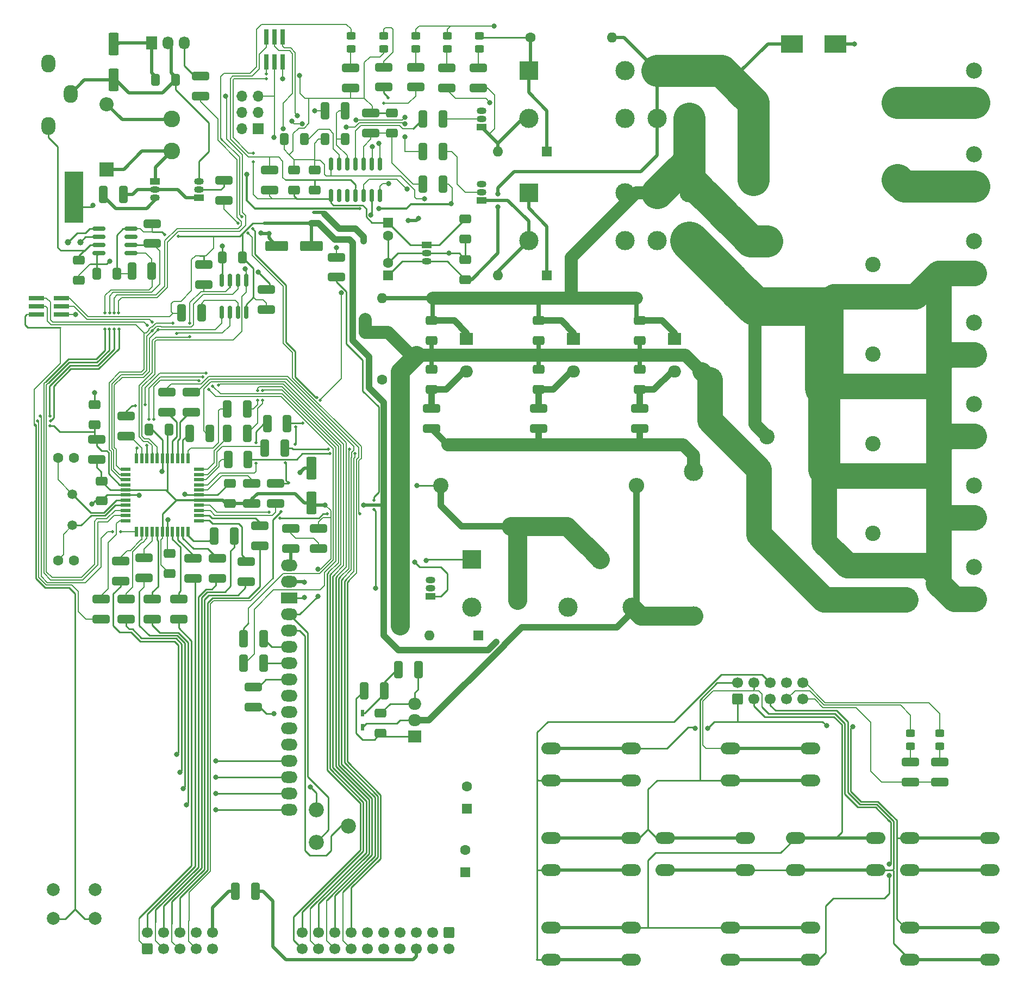
<source format=gbr>
%TF.GenerationSoftware,KiCad,Pcbnew,(6.0.5)*%
%TF.CreationDate,2023-01-24T13:05:23+01:00*%
%TF.ProjectId,Panel,50616e65-6c2e-46b6-9963-61645f706362,rev?*%
%TF.SameCoordinates,Original*%
%TF.FileFunction,Copper,L1,Top*%
%TF.FilePolarity,Positive*%
%FSLAX46Y46*%
G04 Gerber Fmt 4.6, Leading zero omitted, Abs format (unit mm)*
G04 Created by KiCad (PCBNEW (6.0.5)) date 2023-01-24 13:05:23*
%MOMM*%
%LPD*%
G01*
G04 APERTURE LIST*
G04 Aperture macros list*
%AMRoundRect*
0 Rectangle with rounded corners*
0 $1 Rounding radius*
0 $2 $3 $4 $5 $6 $7 $8 $9 X,Y pos of 4 corners*
0 Add a 4 corners polygon primitive as box body*
4,1,4,$2,$3,$4,$5,$6,$7,$8,$9,$2,$3,0*
0 Add four circle primitives for the rounded corners*
1,1,$1+$1,$2,$3*
1,1,$1+$1,$4,$5*
1,1,$1+$1,$6,$7*
1,1,$1+$1,$8,$9*
0 Add four rect primitives between the rounded corners*
20,1,$1+$1,$2,$3,$4,$5,0*
20,1,$1+$1,$4,$5,$6,$7,0*
20,1,$1+$1,$6,$7,$8,$9,0*
20,1,$1+$1,$8,$9,$2,$3,0*%
G04 Aperture macros list end*
%TA.AperFunction,ComponentPad*%
%ADD10C,1.500000*%
%TD*%
%TA.AperFunction,SMDPad,CuDef*%
%ADD11RoundRect,0.250000X0.400000X1.075000X-0.400000X1.075000X-0.400000X-1.075000X0.400000X-1.075000X0*%
%TD*%
%TA.AperFunction,ComponentPad*%
%ADD12R,1.600000X1.600000*%
%TD*%
%TA.AperFunction,ComponentPad*%
%ADD13O,1.600000X1.600000*%
%TD*%
%TA.AperFunction,ComponentPad*%
%ADD14O,3.048000X1.850000*%
%TD*%
%TA.AperFunction,ComponentPad*%
%ADD15C,3.000000*%
%TD*%
%TA.AperFunction,SMDPad,CuDef*%
%ADD16RoundRect,0.250000X-0.650000X0.412500X-0.650000X-0.412500X0.650000X-0.412500X0.650000X0.412500X0*%
%TD*%
%TA.AperFunction,SMDPad,CuDef*%
%ADD17RoundRect,0.250000X1.075000X-0.400000X1.075000X0.400000X-1.075000X0.400000X-1.075000X-0.400000X0*%
%TD*%
%TA.AperFunction,ComponentPad*%
%ADD18C,1.600000*%
%TD*%
%TA.AperFunction,ComponentPad*%
%ADD19R,2.500000X2.500000*%
%TD*%
%TA.AperFunction,ComponentPad*%
%ADD20C,2.500000*%
%TD*%
%TA.AperFunction,ComponentPad*%
%ADD21C,2.400000*%
%TD*%
%TA.AperFunction,ComponentPad*%
%ADD22O,2.400000X2.400000*%
%TD*%
%TA.AperFunction,SMDPad,CuDef*%
%ADD23RoundRect,0.250000X0.650000X-0.412500X0.650000X0.412500X-0.650000X0.412500X-0.650000X-0.412500X0*%
%TD*%
%TA.AperFunction,SMDPad,CuDef*%
%ADD24RoundRect,0.250000X0.450000X-0.325000X0.450000X0.325000X-0.450000X0.325000X-0.450000X-0.325000X0*%
%TD*%
%TA.AperFunction,SMDPad,CuDef*%
%ADD25RoundRect,0.250000X-0.400000X-1.075000X0.400000X-1.075000X0.400000X1.075000X-0.400000X1.075000X0*%
%TD*%
%TA.AperFunction,SMDPad,CuDef*%
%ADD26RoundRect,0.250000X-1.075000X0.400000X-1.075000X-0.400000X1.075000X-0.400000X1.075000X0.400000X0*%
%TD*%
%TA.AperFunction,ComponentPad*%
%ADD27R,1.500000X1.050000*%
%TD*%
%TA.AperFunction,ComponentPad*%
%ADD28O,1.500000X1.050000*%
%TD*%
%TA.AperFunction,SMDPad,CuDef*%
%ADD29R,1.500000X0.550000*%
%TD*%
%TA.AperFunction,SMDPad,CuDef*%
%ADD30R,0.550000X1.500000*%
%TD*%
%TA.AperFunction,SMDPad,CuDef*%
%ADD31RoundRect,0.250000X0.412500X0.650000X-0.412500X0.650000X-0.412500X-0.650000X0.412500X-0.650000X0*%
%TD*%
%TA.AperFunction,ComponentPad*%
%ADD32R,2.400000X2.400000*%
%TD*%
%TA.AperFunction,ComponentPad*%
%ADD33R,1.700000X1.700000*%
%TD*%
%TA.AperFunction,ComponentPad*%
%ADD34O,1.700000X1.700000*%
%TD*%
%TA.AperFunction,ComponentPad*%
%ADD35R,1.730000X2.030000*%
%TD*%
%TA.AperFunction,ComponentPad*%
%ADD36O,1.730000X2.030000*%
%TD*%
%TA.AperFunction,ComponentPad*%
%ADD37RoundRect,0.250000X0.600000X-0.600000X0.600000X0.600000X-0.600000X0.600000X-0.600000X-0.600000X0*%
%TD*%
%TA.AperFunction,ComponentPad*%
%ADD38C,1.700000*%
%TD*%
%TA.AperFunction,ComponentPad*%
%ADD39R,2.000000X1.905000*%
%TD*%
%TA.AperFunction,ComponentPad*%
%ADD40O,2.000000X1.905000*%
%TD*%
%TA.AperFunction,ComponentPad*%
%ADD41R,2.600000X1.800000*%
%TD*%
%TA.AperFunction,ComponentPad*%
%ADD42O,2.600000X1.800000*%
%TD*%
%TA.AperFunction,SMDPad,CuDef*%
%ADD43R,2.400000X0.740000*%
%TD*%
%TA.AperFunction,SMDPad,CuDef*%
%ADD44RoundRect,0.250000X-0.412500X-0.650000X0.412500X-0.650000X0.412500X0.650000X-0.412500X0.650000X0*%
%TD*%
%TA.AperFunction,SMDPad,CuDef*%
%ADD45R,0.740000X2.400000*%
%TD*%
%TA.AperFunction,SMDPad,CuDef*%
%ADD46RoundRect,0.250000X1.500000X0.550000X-1.500000X0.550000X-1.500000X-0.550000X1.500000X-0.550000X0*%
%TD*%
%TA.AperFunction,ComponentPad*%
%ADD47C,2.000000*%
%TD*%
%TA.AperFunction,ComponentPad*%
%ADD48R,2.200000X2.200000*%
%TD*%
%TA.AperFunction,ComponentPad*%
%ADD49O,2.200000X2.200000*%
%TD*%
%TA.AperFunction,ComponentPad*%
%ADD50R,3.000000X3.000000*%
%TD*%
%TA.AperFunction,SMDPad,CuDef*%
%ADD51RoundRect,0.150000X-0.825000X-0.150000X0.825000X-0.150000X0.825000X0.150000X-0.825000X0.150000X0*%
%TD*%
%TA.AperFunction,ComponentPad*%
%ADD52C,2.600000*%
%TD*%
%TA.AperFunction,ComponentPad*%
%ADD53C,2.340000*%
%TD*%
%TA.AperFunction,SMDPad,CuDef*%
%ADD54RoundRect,0.150000X0.150000X-0.825000X0.150000X0.825000X-0.150000X0.825000X-0.150000X-0.825000X0*%
%TD*%
%TA.AperFunction,ComponentPad*%
%ADD55C,1.000000*%
%TD*%
%TA.AperFunction,SMDPad,CuDef*%
%ADD56R,3.000000X8.000000*%
%TD*%
%TA.AperFunction,SMDPad,CuDef*%
%ADD57R,0.600000X1.100000*%
%TD*%
%TA.AperFunction,SMDPad,CuDef*%
%ADD58RoundRect,0.250000X0.550000X-1.500000X0.550000X1.500000X-0.550000X1.500000X-0.550000X-1.500000X0*%
%TD*%
%TA.AperFunction,SMDPad,CuDef*%
%ADD59RoundRect,0.250000X-0.550000X1.500000X-0.550000X-1.500000X0.550000X-1.500000X0.550000X1.500000X0*%
%TD*%
%TA.AperFunction,ComponentPad*%
%ADD60RoundRect,0.250000X-0.600000X0.600000X-0.600000X-0.600000X0.600000X-0.600000X0.600000X0.600000X0*%
%TD*%
%TA.AperFunction,ComponentPad*%
%ADD61O,2.200000X2.800000*%
%TD*%
%TA.AperFunction,SMDPad,CuDef*%
%ADD62R,3.500000X2.700000*%
%TD*%
%TA.AperFunction,SMDPad,CuDef*%
%ADD63RoundRect,0.150000X-0.150000X0.825000X-0.150000X-0.825000X0.150000X-0.825000X0.150000X0.825000X0*%
%TD*%
%TA.AperFunction,ViaPad*%
%ADD64C,0.800000*%
%TD*%
%TA.AperFunction,ViaPad*%
%ADD65C,0.500000*%
%TD*%
%TA.AperFunction,Conductor*%
%ADD66C,4.000000*%
%TD*%
%TA.AperFunction,Conductor*%
%ADD67C,0.200000*%
%TD*%
%TA.AperFunction,Conductor*%
%ADD68C,1.000000*%
%TD*%
%TA.AperFunction,Conductor*%
%ADD69C,0.250000*%
%TD*%
%TA.AperFunction,Conductor*%
%ADD70C,3.000000*%
%TD*%
%TA.AperFunction,Conductor*%
%ADD71C,2.000000*%
%TD*%
%TA.AperFunction,Conductor*%
%ADD72C,0.500000*%
%TD*%
%TA.AperFunction,Conductor*%
%ADD73C,0.254000*%
%TD*%
%TA.AperFunction,Conductor*%
%ADD74C,0.700000*%
%TD*%
%TA.AperFunction,Conductor*%
%ADD75C,6.000000*%
%TD*%
%TA.AperFunction,Conductor*%
%ADD76C,5.000000*%
%TD*%
%TA.AperFunction,Conductor*%
%ADD77C,0.300000*%
%TD*%
G04 APERTURE END LIST*
D10*
%TO.P,Y2,1,1*%
%TO.N,Net-(C28-Pad2)*%
X25527000Y-94887000D03*
%TO.P,Y2,2,2*%
%TO.N,Net-(C27-Pad1)*%
X25527000Y-90007000D03*
%TD*%
D11*
%TO.P,R33,1*%
%TO.N,Net-(R33-Pad1)*%
X45619000Y-61722000D03*
%TO.P,R33,2*%
%TO.N,Net-(C20-Pad1)*%
X42519000Y-61722000D03*
%TD*%
D12*
%TO.P,D7,1,K*%
%TO.N,Net-(D3-Pad2)*%
X99441000Y-55880000D03*
D13*
%TO.P,D7,2,A*%
%TO.N,Net-(D7-Pad2)*%
X91821000Y-55880000D03*
%TD*%
D14*
%TO.P,SW3,1,A*%
%TO.N,Net-(J13-Pad6)*%
X112549000Y-162560000D03*
%TO.P,SW3,2,A*%
X100049000Y-162560000D03*
%TO.P,SW3,3,B*%
%TO.N,Net-(J13-Pad3)*%
X112549000Y-157560000D03*
%TO.P,SW3,4,B*%
X100049000Y-157560000D03*
%TD*%
D15*
%TO.P,F3,1*%
%TO.N,Net-(F3-Pad1)*%
X154051000Y-41021000D03*
%TO.P,F3,2*%
%TO.N,Net-(C11-Pad1)*%
X131551000Y-41021000D03*
%TD*%
D16*
%TO.P,C34,1*%
%TO.N,Net-(C1-Pad2)*%
X86741000Y-47078500D03*
%TO.P,C34,2*%
%TO.N,Net-(BT1-Pad2)*%
X86741000Y-50203500D03*
%TD*%
D17*
%TO.P,R37,1*%
%TO.N,Net-(R37-Pad1)*%
X45974000Y-57329000D03*
%TO.P,R37,2*%
%TO.N,Net-(C20-Pad1)*%
X45974000Y-54229000D03*
%TD*%
D18*
%TO.P,C28,1*%
%TO.N,Net-(BT1-Pad2)*%
X25761000Y-100330000D03*
%TO.P,C28,2*%
%TO.N,Net-(C28-Pad2)*%
X23261000Y-100330000D03*
%TD*%
D19*
%TO.P,J9,1,Pin_1*%
%TO.N,Net-(C14-Pad1)*%
X165981000Y-80986000D03*
D20*
%TO.P,J9,2,Pin_2*%
%TO.N,Net-(BT1-Pad2)*%
X165981000Y-75986000D03*
%TD*%
D21*
%TO.P,R17,1*%
%TO.N,Net-(C14-Pad1)*%
X133731000Y-81031000D03*
D22*
%TO.P,R17,2*%
%TO.N,Net-(C3-Pad1)*%
X133731000Y-50551000D03*
%TD*%
D23*
%TO.P,C7,1*%
%TO.N,Net-(C7-Pad1)*%
X98171000Y-73698500D03*
%TO.P,C7,2*%
%TO.N,Net-(BT1-Pad2)*%
X98171000Y-70573500D03*
%TD*%
D24*
%TO.P,D12,1,K*%
%TO.N,Net-(D12-Pad1)*%
X88891000Y-20581000D03*
%TO.P,D12,2,A*%
%TO.N,Net-(D11-Pad1)*%
X88891000Y-18531000D03*
%TD*%
D21*
%TO.P,R9,1*%
%TO.N,Net-(C20-Pad1)*%
X82926000Y-88646000D03*
D22*
%TO.P,R9,2*%
%TO.N,Net-(D15-Pad2)*%
X113406000Y-88646000D03*
%TD*%
D25*
%TO.P,R24,1*%
%TO.N,Net-(R24-Pad1)*%
X52171000Y-112522000D03*
%TO.P,R24,2*%
%TO.N,Net-(R24-Pad2)*%
X55271000Y-112522000D03*
%TD*%
D26*
%TO.P,R25,1*%
%TO.N,Net-(R25-Pad1)*%
X54737000Y-94970000D03*
%TO.P,R25,2*%
%TO.N,Net-(J12-Pad6)*%
X54737000Y-98070000D03*
%TD*%
D11*
%TO.P,R10,1*%
%TO.N,Net-(Q2-Pad2)*%
X83211000Y-36576000D03*
%TO.P,R10,2*%
%TO.N,Net-(J4-Pad4)*%
X80111000Y-36576000D03*
%TD*%
D12*
%TO.P,D4,1,K*%
%TO.N,Net-(D3-Pad2)*%
X88773000Y-112014000D03*
D13*
%TO.P,D4,2,A*%
%TO.N,Net-(D4-Pad2)*%
X81153000Y-112014000D03*
%TD*%
D17*
%TO.P,R51,1*%
%TO.N,Net-(C20-Pad1)*%
X29337000Y-84608000D03*
%TO.P,R51,2*%
%TO.N,Net-(C25-Pad1)*%
X29337000Y-81508000D03*
%TD*%
D14*
%TO.P,SW8,1,A*%
%TO.N,Net-(J13-Pad2)*%
X140489000Y-134620000D03*
%TO.P,SW8,2,A*%
X127989000Y-134620000D03*
%TO.P,SW8,3,B*%
%TO.N,Net-(J13-Pad4)*%
X140489000Y-129620000D03*
%TO.P,SW8,4,B*%
X127989000Y-129620000D03*
%TD*%
D19*
%TO.P,J8,1,Pin_1*%
%TO.N,Net-(C14-Pad1)*%
X165981000Y-93686000D03*
D20*
%TO.P,J8,2,Pin_2*%
%TO.N,Net-(BT1-Pad2)*%
X165981000Y-88686000D03*
%TD*%
D26*
%TO.P,R13,1*%
%TO.N,Net-(D6-Pad1)*%
X83820000Y-23596000D03*
%TO.P,R13,2*%
%TO.N,Net-(D7-Pad2)*%
X83820000Y-26696000D03*
%TD*%
D27*
%TO.P,Q2,1,C*%
%TO.N,Net-(D7-Pad2)*%
X89281000Y-44196000D03*
D28*
%TO.P,Q2,2,B*%
%TO.N,Net-(Q2-Pad2)*%
X89281000Y-42926000D03*
%TO.P,Q2,3,E*%
%TO.N,Net-(BT1-Pad2)*%
X89281000Y-41656000D03*
%TD*%
D14*
%TO.P,SW6,1,A*%
%TO.N,Net-(J13-Pad5)*%
X150649000Y-148590000D03*
%TO.P,SW6,2,A*%
X138149000Y-148590000D03*
%TO.P,SW6,3,B*%
%TO.N,Net-(J13-Pad3)*%
X150649000Y-143590000D03*
%TO.P,SW6,4,B*%
X138149000Y-143590000D03*
%TD*%
D26*
%TO.P,R6,1*%
%TO.N,Net-(D3-Pad1)*%
X79000000Y-23450000D03*
%TO.P,R6,2*%
%TO.N,Net-(D4-Pad2)*%
X79000000Y-26550000D03*
%TD*%
D24*
%TO.P,D9,1,K*%
%TO.N,Net-(D9-Pad1)*%
X156083000Y-129295000D03*
%TO.P,D9,2,A*%
%TO.N,Net-(D9-Pad2)*%
X156083000Y-127245000D03*
%TD*%
D23*
%TO.P,C19,1*%
%TO.N,Net-(BT1-Pad2)*%
X26543000Y-56680500D03*
%TO.P,C19,2*%
%TO.N,Net-(BT1-Pad1)*%
X26543000Y-53555500D03*
%TD*%
D29*
%TO.P,U8,1,MOSI_PB5*%
%TO.N,Net-(J15-Pad4)*%
X33816000Y-86151000D03*
%TO.P,U8,2,MISO_PB6*%
%TO.N,Net-(J15-Pad1)*%
X33816000Y-86951000D03*
%TO.P,U8,3,SCK_PB7*%
%TO.N,Net-(J15-Pad3)*%
X33816000Y-87751000D03*
%TO.P,U8,4,~{RESET}*%
%TO.N,Net-(C25-Pad1)*%
X33816000Y-88551000D03*
%TO.P,U8,5,VCC*%
%TO.N,Net-(C20-Pad1)*%
X33816000Y-89351000D03*
%TO.P,U8,6,GND*%
%TO.N,Net-(BT1-Pad2)*%
X33816000Y-90151000D03*
%TO.P,U8,7,XTAL2*%
%TO.N,Net-(C27-Pad1)*%
X33816000Y-90951000D03*
%TO.P,U8,8,XTAL1*%
%TO.N,Net-(C28-Pad2)*%
X33816000Y-91751000D03*
%TO.P,U8,9,PD0*%
%TO.N,Net-(R22-Pad1)*%
X33816000Y-92551000D03*
%TO.P,U8,10,PD1*%
%TO.N,Net-(R21-Pad1)*%
X33816000Y-93351000D03*
%TO.P,U8,11,INT0_PD2*%
%TO.N,Net-(R26-Pad2)*%
X33816000Y-94151000D03*
D30*
%TO.P,U8,12,INT1_PD3*%
%TO.N,Net-(R18-Pad1)*%
X35516000Y-95851000D03*
%TO.P,U8,13,OC1B_PD4*%
%TO.N,Net-(R31-Pad1)*%
X36316000Y-95851000D03*
%TO.P,U8,14,OC1A_PD5*%
%TO.N,Net-(R34-Pad1)*%
X37116000Y-95851000D03*
%TO.P,U8,15,OC2B_PD6*%
%TO.N,Net-(R38-Pad1)*%
X37916000Y-95851000D03*
%TO.P,U8,16,OC2A_PD7*%
%TO.N,Net-(R41-Pad1)*%
X38716000Y-95851000D03*
%TO.P,U8,17,VCC*%
%TO.N,Net-(C20-Pad1)*%
X39516000Y-95851000D03*
%TO.P,U8,18,GND*%
%TO.N,Net-(BT1-Pad2)*%
X40316000Y-95851000D03*
%TO.P,U8,19,PC0*%
%TO.N,Net-(R42-Pad1)*%
X41116000Y-95851000D03*
%TO.P,U8,20,PC1*%
%TO.N,Net-(R39-Pad1)*%
X41916000Y-95851000D03*
%TO.P,U8,21,PC2*%
%TO.N,Net-(R35-Pad1)*%
X42716000Y-95851000D03*
%TO.P,U8,22,PC3*%
%TO.N,Net-(R32-Pad1)*%
X43516000Y-95851000D03*
D29*
%TO.P,U8,23,PC4*%
%TO.N,Net-(R29-Pad1)*%
X45216000Y-94151000D03*
%TO.P,U8,24,PC5*%
%TO.N,Net-(R25-Pad1)*%
X45216000Y-93351000D03*
%TO.P,U8,25,PC6*%
%TO.N,Net-(R55-Pad1)*%
X45216000Y-92551000D03*
%TO.P,U8,26,PC7*%
%TO.N,Net-(R20-Pad1)*%
X45216000Y-91751000D03*
%TO.P,U8,27,AVCC*%
%TO.N,Net-(C20-Pad1)*%
X45216000Y-90951000D03*
%TO.P,U8,28,GND*%
%TO.N,Net-(BT1-Pad2)*%
X45216000Y-90151000D03*
%TO.P,U8,29,AREF*%
%TO.N,Net-(R52-Pad2)*%
X45216000Y-89351000D03*
%TO.P,U8,30,PA7*%
%TO.N,Net-(R27-Pad2)*%
X45216000Y-88551000D03*
%TO.P,U8,31,PA6*%
%TO.N,Net-(R48-Pad1)*%
X45216000Y-87751000D03*
%TO.P,U8,32,PA5*%
%TO.N,Net-(R49-Pad1)*%
X45216000Y-86951000D03*
%TO.P,U8,33,PA4*%
%TO.N,Net-(R50-Pad1)*%
X45216000Y-86151000D03*
D30*
%TO.P,U8,34,PA3*%
%TO.N,Net-(R43-Pad1)*%
X43516000Y-84451000D03*
%TO.P,U8,35,PA2*%
%TO.N,Net-(R44-Pad1)*%
X42716000Y-84451000D03*
%TO.P,U8,36,PA1*%
%TO.N,Net-(R45-Pad1)*%
X41916000Y-84451000D03*
%TO.P,U8,37,PA0*%
%TO.N,Net-(R46-Pad1)*%
X41116000Y-84451000D03*
%TO.P,U8,38,VCC*%
%TO.N,Net-(C20-Pad1)*%
X40316000Y-84451000D03*
%TO.P,U8,39,GND*%
%TO.N,Net-(BT1-Pad2)*%
X39516000Y-84451000D03*
%TO.P,U8,40,PB0*%
%TO.N,Net-(R30-Pad1)*%
X38716000Y-84451000D03*
%TO.P,U8,41,PB1*%
%TO.N,Net-(R37-Pad1)*%
X37916000Y-84451000D03*
%TO.P,U8,42,INT2_PB2*%
%TO.N,Net-(R24-Pad1)*%
X37116000Y-84451000D03*
%TO.P,U8,43,OC0A_PB3*%
%TO.N,Net-(R47-Pad1)*%
X36316000Y-84451000D03*
%TO.P,U8,44,OC0B_PB4*%
%TO.N,Net-(R28-Pad1)*%
X35516000Y-84451000D03*
%TD*%
D23*
%TO.P,C30,1*%
%TO.N,Net-(C20-Pad1)*%
X50038000Y-91478500D03*
%TO.P,C30,2*%
%TO.N,Net-(BT1-Pad2)*%
X50038000Y-88353500D03*
%TD*%
D31*
%TO.P,C24,1*%
%TO.N,Net-(C20-Pad1)*%
X40590000Y-79991000D03*
%TO.P,C24,2*%
%TO.N,Net-(BT1-Pad2)*%
X37465000Y-79991000D03*
%TD*%
D24*
%TO.P,D3,1,K*%
%TO.N,Net-(D3-Pad1)*%
X79000000Y-20581000D03*
%TO.P,D3,2,A*%
%TO.N,Net-(D3-Pad2)*%
X79000000Y-18531000D03*
%TD*%
D32*
%TO.P,C14,1*%
%TO.N,Net-(C14-Pad1)*%
X150241000Y-101129959D03*
D21*
%TO.P,C14,2*%
%TO.N,Net-(BT1-Pad2)*%
X150241000Y-96129959D03*
%TD*%
D17*
%TO.P,R53,1*%
%TO.N,Net-(R53-Pad1)*%
X63881000Y-98451000D03*
%TO.P,R53,2*%
%TO.N,Net-(C20-Pad1)*%
X63881000Y-95351000D03*
%TD*%
D24*
%TO.P,D6,1,K*%
%TO.N,Net-(D6-Pad1)*%
X83891000Y-20581000D03*
%TO.P,D6,2,A*%
%TO.N,Net-(D3-Pad2)*%
X83891000Y-18531000D03*
%TD*%
D17*
%TO.P,R26,1*%
%TO.N,Net-(J4-Pad6)*%
X29972000Y-109500000D03*
%TO.P,R26,2*%
%TO.N,Net-(R26-Pad2)*%
X29972000Y-106400000D03*
%TD*%
D16*
%TO.P,C3,1*%
%TO.N,Net-(C3-Pad1)*%
X113883500Y-62953500D03*
%TO.P,C3,2*%
%TO.N,Net-(BT1-Pad2)*%
X113883500Y-66078500D03*
%TD*%
D33*
%TO.P,J4,1,Pin_1*%
%TO.N,Net-(J3-Pad3)*%
X54488000Y-33005000D03*
D34*
%TO.P,J4,2,Pin_2*%
%TO.N,Net-(J4-Pad2)*%
X51948000Y-33005000D03*
%TO.P,J4,3,Pin_3*%
%TO.N,Net-(J3-Pad1)*%
X54488000Y-30465000D03*
%TO.P,J4,4,Pin_4*%
%TO.N,Net-(J4-Pad4)*%
X51948000Y-30465000D03*
%TO.P,J4,5,Pin_5*%
%TO.N,Net-(J3-Pad4)*%
X54488000Y-27925000D03*
%TO.P,J4,6,Pin_6*%
%TO.N,Net-(J4-Pad6)*%
X51948000Y-27925000D03*
%TD*%
D26*
%TO.P,R15,1*%
%TO.N,Net-(D12-Pad1)*%
X88773000Y-23596000D03*
%TO.P,R15,2*%
%TO.N,Net-(D11-Pad2)*%
X88773000Y-26696000D03*
%TD*%
D17*
%TO.P,R20,1*%
%TO.N,Net-(R20-Pad1)*%
X49149000Y-44222000D03*
%TO.P,R20,2*%
%TO.N,Net-(Q4-Pad2)*%
X49149000Y-41122000D03*
%TD*%
%TO.P,R7,1*%
%TO.N,Net-(Q1-Pad2)*%
X66675000Y-56186000D03*
%TO.P,R7,2*%
%TO.N,Net-(J4-Pad2)*%
X66675000Y-53086000D03*
%TD*%
D19*
%TO.P,J7,1,Pin_1*%
%TO.N,Net-(C14-Pad1)*%
X165981000Y-106386000D03*
D20*
%TO.P,J7,2,Pin_2*%
%TO.N,Net-(BT1-Pad2)*%
X165981000Y-101386000D03*
%TD*%
D23*
%TO.P,C11,1*%
%TO.N,Net-(C11-Pad1)*%
X86741000Y-56553500D03*
%TO.P,C11,2*%
%TO.N,Net-(BT1-Pad2)*%
X86741000Y-53428500D03*
%TD*%
D18*
%TO.P,F1,1*%
%TO.N,Net-(D3-Pad2)*%
X73787000Y-72136000D03*
D13*
%TO.P,F1,2*%
%TO.N,Net-(C3-Pad1)*%
X73787000Y-59436000D03*
%TD*%
D35*
%TO.P,J5,1,Pin_1*%
%TO.N,Net-(C12-Pad1)*%
X37891000Y-19691000D03*
D36*
%TO.P,J5,2,Pin_2*%
%TO.N,Net-(BT1-Pad2)*%
X40431000Y-19691000D03*
%TO.P,J5,3,Pin_3*%
%TO.N,Net-(J5-Pad3)*%
X42971000Y-19691000D03*
%TD*%
D26*
%TO.P,R56,1*%
%TO.N,Net-(D13-Pad1)*%
X68834000Y-23570600D03*
%TO.P,R56,2*%
%TO.N,Net-(BT1-Pad2)*%
X68834000Y-26670600D03*
%TD*%
D37*
%TO.P,J13,1,Pin_1*%
%TO.N,Net-(J13-Pad1)*%
X129154000Y-121965000D03*
D38*
%TO.P,J13,2,Pin_2*%
%TO.N,Net-(J13-Pad2)*%
X129154000Y-119425000D03*
%TO.P,J13,3,Pin_3*%
%TO.N,Net-(J13-Pad3)*%
X131694000Y-121965000D03*
%TO.P,J13,4,Pin_4*%
%TO.N,Net-(J13-Pad4)*%
X131694000Y-119425000D03*
%TO.P,J13,5,Pin_5*%
%TO.N,Net-(J13-Pad5)*%
X134234000Y-121965000D03*
%TO.P,J13,6,Pin_6*%
%TO.N,Net-(J13-Pad6)*%
X134234000Y-119425000D03*
%TO.P,J13,7,Pin_7*%
%TO.N,Net-(D9-Pad2)*%
X136774000Y-121965000D03*
%TO.P,J13,8,Pin_8*%
%TO.N,unconnected-(J13-Pad8)*%
X136774000Y-119425000D03*
%TO.P,J13,9,Pin_9*%
%TO.N,Net-(J13-Pad9)*%
X139314000Y-121965000D03*
%TO.P,J13,10,Pin_10*%
%TO.N,Net-(D10-Pad2)*%
X139314000Y-119425000D03*
%TD*%
D26*
%TO.P,R35,1*%
%TO.N,Net-(R35-Pad1)*%
X48133000Y-100050000D03*
%TO.P,R35,2*%
%TO.N,Net-(J12-Pad3)*%
X48133000Y-103150000D03*
%TD*%
D39*
%TO.P,U3,1,VI*%
%TO.N,Net-(C3-Pad1)*%
X103576000Y-65786000D03*
D40*
%TO.P,U3,2,GND*%
%TO.N,Net-(BT1-Pad2)*%
X103576000Y-68326000D03*
%TO.P,U3,3,VO*%
%TO.N,Net-(C7-Pad1)*%
X103576000Y-70866000D03*
%TD*%
D16*
%TO.P,C10,1*%
%TO.N,Net-(BT1-Pad2)*%
X75311000Y-30568500D03*
%TO.P,C10,2*%
%TO.N,Net-(C10-Pad2)*%
X75311000Y-33693500D03*
%TD*%
D37*
%TO.P,J12,1,Pin_1*%
%TO.N,Net-(J12-Pad1)*%
X37211000Y-160899500D03*
D38*
%TO.P,J12,2,Pin_2*%
%TO.N,Net-(J12-Pad2)*%
X37211000Y-158359500D03*
%TO.P,J12,3,Pin_3*%
%TO.N,Net-(J12-Pad3)*%
X39751000Y-160899500D03*
%TO.P,J12,4,Pin_4*%
%TO.N,Net-(J12-Pad4)*%
X39751000Y-158359500D03*
%TO.P,J12,5,Pin_5*%
%TO.N,Net-(J12-Pad5)*%
X42291000Y-160899500D03*
%TO.P,J12,6,Pin_6*%
%TO.N,Net-(J12-Pad6)*%
X42291000Y-158359500D03*
%TO.P,J12,7,Pin_7*%
%TO.N,Net-(D13-Pad2)*%
X44831000Y-160899500D03*
%TO.P,J12,8,Pin_8*%
%TO.N,unconnected-(J12-Pad8)*%
X44831000Y-158359500D03*
%TO.P,J12,9,Pin_9*%
%TO.N,Net-(BT1-Pad2)*%
X47371000Y-160899500D03*
%TO.P,J12,10,Pin_10*%
%TO.N,Net-(J12-Pad10)*%
X47371000Y-158359500D03*
%TD*%
D15*
%TO.P,F2,1*%
%TO.N,Net-(F2-Pad1)*%
X154051000Y-28956000D03*
%TO.P,F2,2*%
%TO.N,Net-(C11-Pad1)*%
X131551000Y-28956000D03*
%TD*%
D25*
%TO.P,R60,1*%
%TO.N,Net-(J12-Pad10)*%
X50901000Y-151892000D03*
%TO.P,R60,2*%
%TO.N,Net-(C20-Pad1)*%
X54001000Y-151892000D03*
%TD*%
D31*
%TO.P,C2,1*%
%TO.N,Net-(C2-Pad1)*%
X61633500Y-34671000D03*
%TO.P,C2,2*%
%TO.N,Net-(BT1-Pad2)*%
X58508500Y-34671000D03*
%TD*%
D14*
%TO.P,SW2,1,A*%
%TO.N,Net-(J13-Pad6)*%
X112549000Y-148590000D03*
%TO.P,SW2,2,A*%
X100049000Y-148590000D03*
%TO.P,SW2,3,B*%
%TO.N,Net-(J13-Pad2)*%
X112549000Y-143590000D03*
%TO.P,SW2,4,B*%
X100049000Y-143590000D03*
%TD*%
D41*
%TO.P,U5,1,VSS*%
%TO.N,Net-(BT1-Pad2)*%
X59309000Y-106222000D03*
D42*
%TO.P,U5,2,VDD*%
%TO.N,Net-(C20-Pad1)*%
X59309000Y-108762000D03*
%TO.P,U5,3,VO*%
%TO.N,Net-(RV1-Pad2)*%
X59309000Y-111302000D03*
%TO.P,U5,4,RS*%
%TO.N,Net-(R24-Pad2)*%
X59309000Y-113842000D03*
%TO.P,U5,5,R/W*%
%TO.N,Net-(R28-Pad2)*%
X59309000Y-116382000D03*
%TO.P,U5,6,E*%
%TO.N,Net-(R14-Pad2)*%
X59309000Y-118922000D03*
%TO.P,U5,7,DB0*%
%TO.N,unconnected-(U5-Pad7)*%
X59309000Y-121462000D03*
%TO.P,U5,8,DB1*%
%TO.N,unconnected-(U5-Pad8)*%
X59309000Y-124002000D03*
%TO.P,U5,9,DB2*%
%TO.N,unconnected-(U5-Pad9)*%
X59309000Y-126542000D03*
%TO.P,U5,10,DB3*%
%TO.N,unconnected-(U5-Pad10)*%
X59309000Y-129082000D03*
%TO.P,U5,11,DB4*%
%TO.N,Net-(R31-Pad2)*%
X59309000Y-131622000D03*
%TO.P,U5,12,DB5*%
%TO.N,Net-(R34-Pad2)*%
X59309000Y-134162000D03*
%TO.P,U5,13,DB6*%
%TO.N,Net-(R38-Pad2)*%
X59306460Y-136707080D03*
%TO.P,U5,14,DB7*%
%TO.N,Net-(R41-Pad2)*%
X59309000Y-139242000D03*
%TO.P,U5,15,A/VEE*%
%TO.N,Net-(R54-Pad1)*%
X59309000Y-101142000D03*
%TO.P,U5,16,K*%
%TO.N,Net-(BT1-Pad2)*%
X59306460Y-103687080D03*
%TD*%
D26*
%TO.P,R38,1*%
%TO.N,Net-(R38-Pad1)*%
X36703000Y-99923000D03*
%TO.P,R38,2*%
%TO.N,Net-(R38-Pad2)*%
X36703000Y-103023000D03*
%TD*%
%TO.P,R8,1*%
%TO.N,Net-(D5-Pad2)*%
X74000000Y-23450000D03*
%TO.P,R8,2*%
%TO.N,Net-(R8-Pad2)*%
X74000000Y-26550000D03*
%TD*%
D25*
%TO.P,R44,1*%
%TO.N,Net-(R44-Pad1)*%
X43789000Y-80518000D03*
%TO.P,R44,2*%
%TO.N,Net-(J14-Pad17)*%
X46889000Y-80518000D03*
%TD*%
D26*
%TO.P,R42,1*%
%TO.N,Net-(R42-Pad1)*%
X42056000Y-106381000D03*
%TO.P,R42,2*%
%TO.N,Net-(J12-Pad1)*%
X42056000Y-109481000D03*
%TD*%
D14*
%TO.P,SW5,1,A*%
%TO.N,Net-(J13-Pad5)*%
X130329000Y-148590000D03*
%TO.P,SW5,2,A*%
X117829000Y-148590000D03*
%TO.P,SW5,3,B*%
%TO.N,Net-(J13-Pad2)*%
X130329000Y-143590000D03*
%TO.P,SW5,4,B*%
X117829000Y-143590000D03*
%TD*%
D17*
%TO.P,R54,1*%
%TO.N,Net-(R54-Pad1)*%
X59563000Y-98451000D03*
%TO.P,R54,2*%
%TO.N,Net-(R53-Pad1)*%
X59563000Y-95351000D03*
%TD*%
D25*
%TO.P,R32,1*%
%TO.N,Net-(R32-Pad1)*%
X47599000Y-96520000D03*
%TO.P,R32,2*%
%TO.N,Net-(J12-Pad4)*%
X50699000Y-96520000D03*
%TD*%
D17*
%TO.P,R45,1*%
%TO.N,Net-(R45-Pad1)*%
X44069000Y-77242000D03*
%TO.P,R45,2*%
%TO.N,Net-(J14-Pad15)*%
X44069000Y-74142000D03*
%TD*%
D11*
%TO.P,R27,1*%
%TO.N,Net-(R27-Pad1)*%
X58954000Y-78994000D03*
%TO.P,R27,2*%
%TO.N,Net-(R27-Pad2)*%
X55854000Y-78994000D03*
%TD*%
D32*
%TO.P,C17,1*%
%TO.N,Net-(C14-Pad1)*%
X150241000Y-59219959D03*
D21*
%TO.P,C17,2*%
%TO.N,Net-(BT1-Pad2)*%
X150241000Y-54219959D03*
%TD*%
D18*
%TO.P,C27,1*%
%TO.N,Net-(C27-Pad1)*%
X23261000Y-84328000D03*
%TO.P,C27,2*%
%TO.N,Net-(BT1-Pad2)*%
X25761000Y-84328000D03*
%TD*%
D32*
%TO.P,C15,1*%
%TO.N,Net-(C14-Pad1)*%
X150241000Y-87159959D03*
D21*
%TO.P,C15,2*%
%TO.N,Net-(BT1-Pad2)*%
X150241000Y-82159959D03*
%TD*%
D26*
%TO.P,R34,1*%
%TO.N,Net-(R34-Pad1)*%
X33909000Y-106381000D03*
%TO.P,R34,2*%
%TO.N,Net-(R34-Pad2)*%
X33909000Y-109481000D03*
%TD*%
D25*
%TO.P,R48,1*%
%TO.N,Net-(R48-Pad1)*%
X49758000Y-84582000D03*
%TO.P,R48,2*%
%TO.N,Net-(J14-Pad14)*%
X52858000Y-84582000D03*
%TD*%
D43*
%TO.P,J15,1,Pin_1*%
%TO.N,Net-(J15-Pad1)*%
X19894000Y-59436000D03*
%TO.P,J15,2,Pin_2*%
%TO.N,Net-(C20-Pad1)*%
X23794000Y-59436000D03*
%TO.P,J15,3,Pin_3*%
%TO.N,Net-(J15-Pad3)*%
X19894000Y-60706000D03*
%TO.P,J15,4,Pin_4*%
%TO.N,Net-(J15-Pad4)*%
X23794000Y-60706000D03*
%TO.P,J15,5,Pin_5*%
%TO.N,Net-(C25-Pad1)*%
X19894000Y-61976000D03*
%TO.P,J15,6,Pin_6*%
%TO.N,Net-(BT1-Pad2)*%
X23794000Y-61976000D03*
%TD*%
D19*
%TO.P,J2,1,Pin_1*%
%TO.N,Net-(F3-Pad1)*%
X165981000Y-42056000D03*
D20*
%TO.P,J2,2,Pin_2*%
%TO.N,Net-(BT1-Pad2)*%
X165981000Y-37056000D03*
%TD*%
D26*
%TO.P,R40,1*%
%TO.N,Net-(D10-Pad1)*%
X160655000Y-131800000D03*
%TO.P,R40,2*%
%TO.N,Net-(J13-Pad9)*%
X160655000Y-134900000D03*
%TD*%
D27*
%TO.P,U9,1,VO*%
%TO.N,Net-(C1-Pad2)*%
X80666000Y-51181000D03*
D28*
%TO.P,U9,2,GND*%
%TO.N,Net-(BT1-Pad2)*%
X80666000Y-52451000D03*
%TO.P,U9,3,VI*%
%TO.N,Net-(C11-Pad1)*%
X80666000Y-53721000D03*
%TD*%
D17*
%TO.P,R52,1*%
%TO.N,Net-(C20-Pad1)*%
X53467000Y-91466000D03*
%TO.P,R52,2*%
%TO.N,Net-(R52-Pad2)*%
X53467000Y-88366000D03*
%TD*%
D12*
%TO.P,C23,1*%
%TO.N,Net-(C20-Pad1)*%
X86995000Y-139066651D03*
D18*
%TO.P,C23,2*%
%TO.N,Net-(BT1-Pad2)*%
X86995000Y-135566651D03*
%TD*%
D44*
%TO.P,C32,1*%
%TO.N,Net-(BT1-Pad2)*%
X48856500Y-53086000D03*
%TO.P,C32,2*%
%TO.N,Net-(C20-Pad1)*%
X51981500Y-53086000D03*
%TD*%
D19*
%TO.P,J10,1,Pin_1*%
%TO.N,Net-(C14-Pad1)*%
X165981000Y-68286000D03*
D20*
%TO.P,J10,2,Pin_2*%
%TO.N,Net-(BT1-Pad2)*%
X165981000Y-63286000D03*
%TD*%
D39*
%TO.P,U2,1,VI*%
%TO.N,Net-(C3-Pad1)*%
X119288500Y-65786000D03*
D40*
%TO.P,U2,2,GND*%
%TO.N,Net-(BT1-Pad2)*%
X119288500Y-68326000D03*
%TO.P,U2,3,VO*%
%TO.N,Net-(C6-Pad1)*%
X119288500Y-70866000D03*
%TD*%
D18*
%TO.P,F5,1*%
%TO.N,Net-(D11-Pad1)*%
X96901000Y-18796000D03*
D13*
%TO.P,F5,2*%
%TO.N,Net-(C11-Pad1)*%
X109601000Y-18796000D03*
%TD*%
D45*
%TO.P,J3,1,Pin_1*%
%TO.N,Net-(J3-Pad1)*%
X58293000Y-18751000D03*
%TO.P,J3,2,Pin_2*%
%TO.N,Net-(C1-Pad2)*%
X58293000Y-22651000D03*
%TO.P,J3,3,Pin_3*%
%TO.N,Net-(J3-Pad3)*%
X57023000Y-18751000D03*
%TO.P,J3,4,Pin_4*%
%TO.N,Net-(J3-Pad4)*%
X57023000Y-22651000D03*
%TO.P,J3,5,Pin_5*%
%TO.N,Net-(C9-Pad2)*%
X55753000Y-18751000D03*
%TO.P,J3,6,Pin_6*%
%TO.N,Net-(BT1-Pad2)*%
X55753000Y-22651000D03*
%TD*%
D14*
%TO.P,SW1,1,A*%
%TO.N,Net-(J13-Pad6)*%
X112549000Y-134620000D03*
%TO.P,SW1,2,A*%
X100049000Y-134620000D03*
%TO.P,SW1,3,B*%
%TO.N,Net-(J13-Pad1)*%
X112549000Y-129620000D03*
%TO.P,SW1,4,B*%
X100049000Y-129620000D03*
%TD*%
D24*
%TO.P,D10,1,K*%
%TO.N,Net-(D10-Pad1)*%
X160655000Y-129295000D03*
%TO.P,D10,2,A*%
%TO.N,Net-(D10-Pad2)*%
X160655000Y-127245000D03*
%TD*%
D27*
%TO.P,Q1,1,C*%
%TO.N,Net-(D4-Pad2)*%
X81259000Y-105918000D03*
D28*
%TO.P,Q1,2,B*%
%TO.N,Net-(Q1-Pad2)*%
X81259000Y-104648000D03*
%TO.P,Q1,3,E*%
%TO.N,Net-(BT1-Pad2)*%
X81259000Y-103378000D03*
%TD*%
D19*
%TO.P,J11,1,Pin_1*%
%TO.N,Net-(C14-Pad1)*%
X165981000Y-55586000D03*
D20*
%TO.P,J11,2,Pin_2*%
%TO.N,Net-(BT1-Pad2)*%
X165981000Y-50586000D03*
%TD*%
D23*
%TO.P,C6,1*%
%TO.N,Net-(C6-Pad1)*%
X113883500Y-73698500D03*
%TO.P,C6,2*%
%TO.N,Net-(BT1-Pad2)*%
X113883500Y-70573500D03*
%TD*%
D46*
%TO.P,C20,1*%
%TO.N,Net-(C20-Pad1)*%
X62771000Y-51308000D03*
%TO.P,C20,2*%
%TO.N,Net-(BT1-Pad2)*%
X57371000Y-51308000D03*
%TD*%
D11*
%TO.P,R16,1*%
%TO.N,Net-(Q5-Pad2)*%
X83211000Y-31496000D03*
%TO.P,R16,2*%
%TO.N,Net-(R16-Pad2)*%
X80111000Y-31496000D03*
%TD*%
%TO.P,R59,1*%
%TO.N,Net-(C36-Pad1)*%
X79401000Y-117348000D03*
%TO.P,R59,2*%
%TO.N,Net-(D16-Pad2)*%
X76301000Y-117348000D03*
%TD*%
D26*
%TO.P,R29,1*%
%TO.N,Net-(R29-Pad1)*%
X52578000Y-100558000D03*
%TO.P,R29,2*%
%TO.N,Net-(J12-Pad5)*%
X52578000Y-103658000D03*
%TD*%
D44*
%TO.P,C13,1*%
%TO.N,Net-(C12-Pad1)*%
X38442500Y-25400000D03*
%TO.P,C13,2*%
%TO.N,Net-(BT1-Pad2)*%
X41567500Y-25400000D03*
%TD*%
D47*
%TO.P,SW10,1,A*%
%TO.N,Net-(C25-Pad1)*%
X29031000Y-156174000D03*
%TO.P,SW10,2,A*%
X22531000Y-156174000D03*
%TO.P,SW10,3,B*%
%TO.N,Net-(BT1-Pad2)*%
X29031000Y-151674000D03*
%TO.P,SW10,4,B*%
X22531000Y-151674000D03*
%TD*%
D14*
%TO.P,SW7,1,A*%
%TO.N,Net-(J13-Pad4)*%
X168429000Y-148590000D03*
%TO.P,SW7,2,A*%
X155929000Y-148590000D03*
%TO.P,SW7,3,B*%
%TO.N,Net-(J13-Pad1)*%
X168429000Y-143590000D03*
%TO.P,SW7,4,B*%
X155929000Y-143590000D03*
%TD*%
%TO.P,SW9,1,A*%
%TO.N,Net-(J13-Pad4)*%
X140489000Y-162560000D03*
%TO.P,SW9,2,A*%
X127989000Y-162560000D03*
%TO.P,SW9,3,B*%
%TO.N,Net-(J13-Pad3)*%
X140489000Y-157560000D03*
%TO.P,SW9,4,B*%
X127989000Y-157560000D03*
%TD*%
D26*
%TO.P,R39,1*%
%TO.N,Net-(R39-Pad1)*%
X44323000Y-100031000D03*
%TO.P,R39,2*%
%TO.N,Net-(J12-Pad2)*%
X44323000Y-103131000D03*
%TD*%
D44*
%TO.P,C31,1*%
%TO.N,Net-(BT1-Pad2)*%
X64858500Y-34671000D03*
%TO.P,C31,2*%
%TO.N,Net-(C31-Pad2)*%
X67983500Y-34671000D03*
%TD*%
D14*
%TO.P,SW4,1,A*%
%TO.N,Net-(J13-Pad5)*%
X168429000Y-162560000D03*
%TO.P,SW4,2,A*%
X155929000Y-162560000D03*
%TO.P,SW4,3,B*%
%TO.N,Net-(J13-Pad1)*%
X168429000Y-157560000D03*
%TO.P,SW4,4,B*%
X155929000Y-157560000D03*
%TD*%
D26*
%TO.P,R36,1*%
%TO.N,Net-(D9-Pad1)*%
X156083000Y-131800000D03*
%TO.P,R36,2*%
%TO.N,Net-(J13-Pad9)*%
X156083000Y-134900000D03*
%TD*%
D31*
%TO.P,C33,1*%
%TO.N,Net-(C20-Pad1)*%
X32423500Y-55626000D03*
%TO.P,C33,2*%
%TO.N,Net-(BT1-Pad2)*%
X29298500Y-55626000D03*
%TD*%
D17*
%TO.P,R14,1*%
%TO.N,Net-(BT1-Pad2)*%
X53721000Y-123216000D03*
%TO.P,R14,2*%
%TO.N,Net-(R14-Pad2)*%
X53721000Y-120116000D03*
%TD*%
D12*
%TO.P,C35,1*%
%TO.N,Net-(C1-Pad2)*%
X74676000Y-47685888D03*
D18*
%TO.P,C35,2*%
%TO.N,Net-(BT1-Pad2)*%
X74676000Y-49685888D03*
%TD*%
D48*
%TO.P,D8,1,K*%
%TO.N,Net-(D8-Pad1)*%
X30861000Y-39370000D03*
D49*
%TO.P,D8,2,A*%
%TO.N,Net-(C12-Pad1)*%
X30861000Y-29210000D03*
%TD*%
D11*
%TO.P,R11,1*%
%TO.N,Net-(C14-Pad1)*%
X83211000Y-41656000D03*
%TO.P,R11,2*%
%TO.N,Net-(C10-Pad2)*%
X80111000Y-41656000D03*
%TD*%
D27*
%TO.P,Q3,1,C*%
%TO.N,Net-(D8-Pad1)*%
X38375000Y-41275000D03*
D28*
%TO.P,Q3,2,B*%
%TO.N,Net-(Q3-Pad2)*%
X38375000Y-42545000D03*
%TO.P,Q3,3,E*%
%TO.N,Net-(C14-Pad1)*%
X38375000Y-43815000D03*
%TD*%
D17*
%TO.P,R22,1*%
%TO.N,Net-(R22-Pad1)*%
X37973000Y-50927000D03*
%TO.P,R22,2*%
%TO.N,Net-(C20-Pad1)*%
X37973000Y-47827000D03*
%TD*%
D15*
%TO.P,K1,11*%
%TO.N,Net-(C20-Pad1)*%
X107733500Y-100178500D03*
%TO.P,K1,12*%
%TO.N,unconnected-(K1-Pad12)*%
X102733500Y-107678500D03*
%TO.P,K1,14*%
%TO.N,Net-(D15-Pad2)*%
X112733500Y-107678500D03*
D50*
%TO.P,K1,A1*%
%TO.N,Net-(D3-Pad2)*%
X87733500Y-100178500D03*
D15*
%TO.P,K1,A2*%
%TO.N,Net-(D4-Pad2)*%
X87733500Y-107678500D03*
%TD*%
D51*
%TO.P,U6,1,X1*%
%TO.N,Net-(U6-Pad1)*%
X29656000Y-48641000D03*
%TO.P,U6,2,X2*%
%TO.N,Net-(U6-Pad2)*%
X29656000Y-49911000D03*
%TO.P,U6,3,VBAT*%
%TO.N,Net-(BT1-Pad1)*%
X29656000Y-51181000D03*
%TO.P,U6,4,GND*%
%TO.N,Net-(BT1-Pad2)*%
X29656000Y-52451000D03*
%TO.P,U6,5,SDA*%
%TO.N,Net-(R21-Pad1)*%
X34606000Y-52451000D03*
%TO.P,U6,6,SCL*%
%TO.N,Net-(R22-Pad1)*%
X34606000Y-51181000D03*
%TO.P,U6,7,SQW/OUT*%
%TO.N,unconnected-(U6-Pad7)*%
X34606000Y-49911000D03*
%TO.P,U6,8,VCC*%
%TO.N,Net-(C20-Pad1)*%
X34606000Y-48641000D03*
%TD*%
D52*
%TO.P,L1,1*%
%TO.N,Net-(C12-Pad1)*%
X41021000Y-31536000D03*
%TO.P,L1,2*%
%TO.N,Net-(D8-Pad1)*%
X41021000Y-36536000D03*
%TD*%
D17*
%TO.P,R47,1*%
%TO.N,Net-(R47-Pad1)*%
X33909000Y-80925000D03*
%TO.P,R47,2*%
%TO.N,Net-(J14-Pad18)*%
X33909000Y-77825000D03*
%TD*%
D23*
%TO.P,C8,1*%
%TO.N,Net-(C8-Pad1)*%
X81498500Y-73698500D03*
%TO.P,C8,2*%
%TO.N,Net-(BT1-Pad2)*%
X81498500Y-70573500D03*
%TD*%
D53*
%TO.P,RV1,1,1*%
%TO.N,Net-(BT1-Pad2)*%
X63540000Y-139257000D03*
%TO.P,RV1,2,2*%
%TO.N,Net-(RV1-Pad2)*%
X68540000Y-141757000D03*
%TO.P,RV1,3,3*%
%TO.N,Net-(C20-Pad1)*%
X63540000Y-144257000D03*
%TD*%
D26*
%TO.P,R31,1*%
%TO.N,Net-(R31-Pad1)*%
X33020000Y-100431000D03*
%TO.P,R31,2*%
%TO.N,Net-(R31-Pad2)*%
X33020000Y-103531000D03*
%TD*%
D15*
%TO.P,K2,11*%
%TO.N,Net-(C3-Pad1)*%
X116623500Y-50528500D03*
X116623500Y-43028500D03*
%TO.P,K2,12*%
%TO.N,unconnected-(K2-Pad12)*%
X111623500Y-50528500D03*
X111623500Y-43028500D03*
%TO.P,K2,14*%
%TO.N,Net-(C14-Pad1)*%
X121623500Y-43028500D03*
X121623500Y-50528500D03*
D50*
%TO.P,K2,A1*%
%TO.N,Net-(D3-Pad2)*%
X96623500Y-43028500D03*
D15*
%TO.P,K2,A2*%
%TO.N,Net-(D7-Pad2)*%
X96623500Y-50528500D03*
%TD*%
D16*
%TO.P,C9,1*%
%TO.N,Net-(BT1-Pad2)*%
X63246000Y-39458500D03*
%TO.P,C9,2*%
%TO.N,Net-(C9-Pad2)*%
X63246000Y-42583500D03*
%TD*%
D27*
%TO.P,Q5,1,C*%
%TO.N,Net-(D11-Pad2)*%
X89281000Y-32766000D03*
D28*
%TO.P,Q5,2,B*%
%TO.N,Net-(Q5-Pad2)*%
X89281000Y-31496000D03*
%TO.P,Q5,3,E*%
%TO.N,Net-(BT1-Pad2)*%
X89281000Y-30226000D03*
%TD*%
D23*
%TO.P,C5,1*%
%TO.N,Net-(BT1-Pad2)*%
X81498500Y-66078500D03*
%TO.P,C5,2*%
%TO.N,Net-(C3-Pad1)*%
X81498500Y-62953500D03*
%TD*%
D16*
%TO.P,C36,1*%
%TO.N,Net-(C36-Pad1)*%
X73533000Y-124167500D03*
%TO.P,C36,2*%
%TO.N,Net-(BT1-Pad2)*%
X73533000Y-127292500D03*
%TD*%
D12*
%TO.P,C18,1*%
%TO.N,Net-(C11-Pad1)*%
X74676000Y-55946113D03*
D18*
%TO.P,C18,2*%
%TO.N,Net-(BT1-Pad2)*%
X74676000Y-53946113D03*
%TD*%
D26*
%TO.P,R30,1*%
%TO.N,Net-(R30-Pad1)*%
X55753000Y-58140000D03*
%TO.P,R30,2*%
%TO.N,Net-(C20-Pad1)*%
X55753000Y-61240000D03*
%TD*%
D54*
%TO.P,U1,1,VCC*%
%TO.N,Net-(C1-Pad2)*%
X65786000Y-43496000D03*
%TO.P,U1,2,XTAL1/PB0*%
%TO.N,unconnected-(U1-Pad2)*%
X67056000Y-43496000D03*
%TO.P,U1,3,XTAL2/PB1*%
%TO.N,unconnected-(U1-Pad3)*%
X68326000Y-43496000D03*
%TO.P,U1,4,~{RESET}/PB3*%
%TO.N,Net-(C9-Pad2)*%
X69596000Y-43496000D03*
%TO.P,U1,5,PB2*%
%TO.N,Net-(R8-Pad2)*%
X70866000Y-43496000D03*
%TO.P,U1,6,PA7*%
%TO.N,Net-(R27-Pad1)*%
X72136000Y-43496000D03*
%TO.P,U1,7,MOSI_PA6*%
%TO.N,Net-(J3-Pad4)*%
X73406000Y-43496000D03*
%TO.P,U1,8,MISO_ADC5_PA5*%
%TO.N,Net-(J3-Pad1)*%
X73406000Y-38546000D03*
%TO.P,U1,9,SCK_ADC4_PA4*%
%TO.N,Net-(J3-Pad3)*%
X72136000Y-38546000D03*
%TO.P,U1,10,ADC3_PA3*%
%TO.N,Net-(C10-Pad2)*%
X70866000Y-38546000D03*
%TO.P,U1,11,ADC2_PA2*%
%TO.N,Net-(R16-Pad2)*%
X69596000Y-38546000D03*
%TO.P,U1,12,ADC1_PA1*%
%TO.N,Net-(C31-Pad2)*%
X68326000Y-38546000D03*
%TO.P,U1,13,AREF_ADC0_PA0*%
%TO.N,Net-(C2-Pad1)*%
X67056000Y-38546000D03*
%TO.P,U1,14,GND*%
%TO.N,Net-(BT1-Pad2)*%
X65786000Y-38546000D03*
%TD*%
D24*
%TO.P,D5,1,K*%
%TO.N,Net-(BT1-Pad2)*%
X74000000Y-20583000D03*
%TO.P,D5,2,A*%
%TO.N,Net-(D5-Pad2)*%
X74000000Y-18533000D03*
%TD*%
D12*
%TO.P,C22,1*%
%TO.N,Net-(C20-Pad1)*%
X86741000Y-148972651D03*
D18*
%TO.P,C22,2*%
%TO.N,Net-(BT1-Pad2)*%
X86741000Y-145472651D03*
%TD*%
D17*
%TO.P,R55,1*%
%TO.N,Net-(R55-Pad1)*%
X57150000Y-91440000D03*
%TO.P,R55,2*%
%TO.N,Net-(D13-Pad2)*%
X57150000Y-88340000D03*
%TD*%
D55*
%TO.P,Y1,1,1*%
%TO.N,Net-(U6-Pad2)*%
X26731000Y-50716000D03*
%TO.P,Y1,2,2*%
%TO.N,Net-(U6-Pad1)*%
X24831000Y-50716000D03*
D56*
%TO.P,Y1,3*%
%TO.N,N/C*%
X25781000Y-43716000D03*
%TD*%
D57*
%TO.P,D16,1,K*%
%TO.N,Net-(D15-Pad2)*%
X70739000Y-126322000D03*
%TO.P,D16,2,A*%
%TO.N,Net-(D16-Pad2)*%
X70739000Y-124122000D03*
%TD*%
D58*
%TO.P,C21,1*%
%TO.N,Net-(C20-Pad1)*%
X62738000Y-91346000D03*
%TO.P,C21,2*%
%TO.N,Net-(BT1-Pad2)*%
X62738000Y-85946000D03*
%TD*%
D16*
%TO.P,C4,1*%
%TO.N,Net-(C3-Pad1)*%
X98171000Y-62953500D03*
%TO.P,C4,2*%
%TO.N,Net-(BT1-Pad2)*%
X98171000Y-66078500D03*
%TD*%
D25*
%TO.P,R49,1*%
%TO.N,Net-(R49-Pad1)*%
X55473000Y-82804000D03*
%TO.P,R49,2*%
%TO.N,Net-(J14-Pad16)*%
X58573000Y-82804000D03*
%TD*%
D15*
%TO.P,F4,1*%
%TO.N,Net-(D15-Pad2)*%
X122301000Y-108966000D03*
%TO.P,F4,2*%
%TO.N,Net-(F4-Pad2)*%
X122301000Y-86466000D03*
%TD*%
D59*
%TO.P,C12,1*%
%TO.N,Net-(C12-Pad1)*%
X31891000Y-19806000D03*
%TO.P,C12,2*%
%TO.N,Net-(BT1-Pad2)*%
X31891000Y-25406000D03*
%TD*%
D15*
%TO.P,K3,11*%
%TO.N,Net-(C3-Pad1)*%
X116623500Y-31478500D03*
X116623500Y-23978500D03*
%TO.P,K3,12*%
%TO.N,unconnected-(K3-Pad12)*%
X111623500Y-31478500D03*
X111623500Y-23978500D03*
%TO.P,K3,14*%
%TO.N,Net-(C11-Pad1)*%
X121623500Y-31478500D03*
X121623500Y-23978500D03*
D50*
%TO.P,K3,A1*%
%TO.N,Net-(D11-Pad1)*%
X96623500Y-23978500D03*
D15*
%TO.P,K3,A2*%
%TO.N,Net-(D11-Pad2)*%
X96623500Y-31478500D03*
%TD*%
D26*
%TO.P,R41,1*%
%TO.N,Net-(R41-Pad1)*%
X37973000Y-106381000D03*
%TO.P,R41,2*%
%TO.N,Net-(R41-Pad2)*%
X37973000Y-109481000D03*
%TD*%
D25*
%TO.P,R19,1*%
%TO.N,Net-(C14-Pad1)*%
X30327000Y-43307000D03*
%TO.P,R19,2*%
%TO.N,Net-(Q3-Pad2)*%
X33427000Y-43307000D03*
%TD*%
D60*
%TO.P,J14,1,Pin_1*%
%TO.N,Net-(C20-Pad1)*%
X84201000Y-158378500D03*
D38*
%TO.P,J14,2,Pin_2*%
X84201000Y-160918500D03*
%TO.P,J14,3,Pin_3*%
X81661000Y-158378500D03*
%TO.P,J14,4,Pin_4*%
X81661000Y-160918500D03*
%TO.P,J14,5,Pin_5*%
X79121000Y-158378500D03*
%TO.P,J14,6,Pin_6*%
X79121000Y-160918500D03*
%TO.P,J14,7,Pin_7*%
%TO.N,Net-(BT1-Pad2)*%
X76581000Y-158378500D03*
%TO.P,J14,8,Pin_8*%
X76581000Y-160918500D03*
%TO.P,J14,9,Pin_9*%
X74041000Y-158378500D03*
%TO.P,J14,10,Pin_10*%
X74041000Y-160918500D03*
%TO.P,J14,11,Pin_11*%
X71501000Y-158378500D03*
%TO.P,J14,12,Pin_12*%
X71501000Y-160918500D03*
%TO.P,J14,13,Pin_13*%
%TO.N,Net-(J14-Pad13)*%
X68961000Y-158378500D03*
%TO.P,J14,14,Pin_14*%
%TO.N,Net-(J14-Pad14)*%
X68961000Y-160918500D03*
%TO.P,J14,15,Pin_15*%
%TO.N,Net-(J14-Pad15)*%
X66421000Y-158378500D03*
%TO.P,J14,16,Pin_16*%
%TO.N,Net-(J14-Pad16)*%
X66421000Y-160918500D03*
%TO.P,J14,17,Pin_17*%
%TO.N,Net-(J14-Pad17)*%
X63881000Y-158378500D03*
%TO.P,J14,18,Pin_18*%
%TO.N,Net-(J14-Pad18)*%
X63881000Y-160918500D03*
%TO.P,J14,19,Pin_19*%
%TO.N,Net-(J14-Pad19)*%
X61341000Y-158378500D03*
%TO.P,J14,20,Pin_20*%
%TO.N,Net-(J14-Pad20)*%
X61341000Y-160918500D03*
%TD*%
D39*
%TO.P,D15,1,K*%
%TO.N,Net-(BT1-Pad2)*%
X78796000Y-127762000D03*
D40*
%TO.P,D15,2,A*%
%TO.N,Net-(D15-Pad2)*%
X78796000Y-125222000D03*
%TO.P,D15,3,G*%
%TO.N,Net-(C36-Pad1)*%
X78796000Y-122682000D03*
%TD*%
D25*
%TO.P,R28,1*%
%TO.N,Net-(R28-Pad1)*%
X52171000Y-116332000D03*
%TO.P,R28,2*%
%TO.N,Net-(R28-Pad2)*%
X55271000Y-116332000D03*
%TD*%
D61*
%TO.P,BT1,*%
%TO.N,*%
X21814500Y-22886000D03*
%TO.P,BT1,1,+*%
%TO.N,Net-(BT1-Pad1)*%
X21814500Y-32586000D03*
%TO.P,BT1,2,-*%
%TO.N,Net-(BT1-Pad2)*%
X25214500Y-27586000D03*
%TD*%
D16*
%TO.P,C1,1*%
%TO.N,Net-(BT1-Pad2)*%
X60071000Y-39458500D03*
%TO.P,C1,2*%
%TO.N,Net-(C1-Pad2)*%
X60071000Y-42583500D03*
%TD*%
D26*
%TO.P,R1,1*%
%TO.N,Net-(C6-Pad1)*%
X113883500Y-76656000D03*
%TO.P,R1,2*%
%TO.N,Net-(F4-Pad2)*%
X113883500Y-79756000D03*
%TD*%
D19*
%TO.P,J1,1,Pin_1*%
%TO.N,Net-(F2-Pad1)*%
X165989000Y-28956000D03*
D20*
%TO.P,J1,2,Pin_2*%
%TO.N,Net-(BT1-Pad2)*%
X165989000Y-23956000D03*
%TD*%
D12*
%TO.P,D11,1,K*%
%TO.N,Net-(D11-Pad1)*%
X99441000Y-36576000D03*
D13*
%TO.P,D11,2,A*%
%TO.N,Net-(D11-Pad2)*%
X91821000Y-36576000D03*
%TD*%
D62*
%TO.P,D1,1,K*%
%TO.N,Net-(C11-Pad1)*%
X137570000Y-19812000D03*
%TO.P,D1,2,A*%
%TO.N,Net-(BT1-Pad2)*%
X144370000Y-19812000D03*
%TD*%
D17*
%TO.P,R46,1*%
%TO.N,Net-(R46-Pad1)*%
X40259000Y-77242000D03*
%TO.P,R46,2*%
%TO.N,Net-(J14-Pad13)*%
X40259000Y-74142000D03*
%TD*%
%TO.P,R4,1*%
%TO.N,Net-(C1-Pad2)*%
X56261000Y-42571000D03*
%TO.P,R4,2*%
%TO.N,Net-(C9-Pad2)*%
X56261000Y-39471000D03*
%TD*%
D24*
%TO.P,D13,1,K*%
%TO.N,Net-(D13-Pad1)*%
X68891000Y-20581000D03*
%TO.P,D13,2,A*%
%TO.N,Net-(D13-Pad2)*%
X68891000Y-18531000D03*
%TD*%
D26*
%TO.P,R2,1*%
%TO.N,Net-(C7-Pad1)*%
X98171000Y-76656000D03*
%TO.P,R2,2*%
%TO.N,Net-(F4-Pad2)*%
X98171000Y-79756000D03*
%TD*%
D23*
%TO.P,C25,1*%
%TO.N,Net-(C25-Pad1)*%
X28956000Y-79159500D03*
%TO.P,C25,2*%
%TO.N,Net-(BT1-Pad2)*%
X28956000Y-76034500D03*
%TD*%
D25*
%TO.P,R5,1*%
%TO.N,Net-(C20-Pad1)*%
X64871000Y-30226000D03*
%TO.P,R5,2*%
%TO.N,Net-(C31-Pad2)*%
X67971000Y-30226000D03*
%TD*%
D17*
%TO.P,R12,1*%
%TO.N,Net-(C10-Pad2)*%
X72009000Y-33681000D03*
%TO.P,R12,2*%
%TO.N,Net-(BT1-Pad2)*%
X72009000Y-30581000D03*
%TD*%
D16*
%TO.P,C29,1*%
%TO.N,Net-(C20-Pad1)*%
X30099000Y-87953500D03*
%TO.P,C29,2*%
%TO.N,Net-(BT1-Pad2)*%
X30099000Y-91078500D03*
%TD*%
D27*
%TO.P,Q4,1,C*%
%TO.N,Net-(Q3-Pad2)*%
X45191000Y-43815000D03*
D28*
%TO.P,Q4,2,B*%
%TO.N,Net-(Q4-Pad2)*%
X45191000Y-42545000D03*
%TO.P,Q4,3,E*%
%TO.N,Net-(BT1-Pad2)*%
X45191000Y-41275000D03*
%TD*%
D25*
%TO.P,R58,1*%
%TO.N,Net-(BT1-Pad2)*%
X70967000Y-120650000D03*
%TO.P,R58,2*%
%TO.N,Net-(D16-Pad2)*%
X74067000Y-120650000D03*
%TD*%
D23*
%TO.P,C26,1*%
%TO.N,Net-(C20-Pad1)*%
X40640000Y-102400500D03*
%TO.P,C26,2*%
%TO.N,Net-(BT1-Pad2)*%
X40640000Y-99275500D03*
%TD*%
D25*
%TO.P,R50,1*%
%TO.N,Net-(R50-Pad1)*%
X49631000Y-80518000D03*
%TO.P,R50,2*%
%TO.N,Net-(J14-Pad20)*%
X52731000Y-80518000D03*
%TD*%
%TO.P,R43,1*%
%TO.N,Net-(R43-Pad1)*%
X49631000Y-76708000D03*
%TO.P,R43,2*%
%TO.N,Net-(J14-Pad19)*%
X52731000Y-76708000D03*
%TD*%
D32*
%TO.P,C16,1*%
%TO.N,Net-(C14-Pad1)*%
X150241000Y-73189959D03*
D21*
%TO.P,C16,2*%
%TO.N,Net-(BT1-Pad2)*%
X150241000Y-68189959D03*
%TD*%
D39*
%TO.P,U4,1,VI*%
%TO.N,Net-(C3-Pad1)*%
X86903500Y-65786000D03*
D40*
%TO.P,U4,2,GND*%
%TO.N,Net-(BT1-Pad2)*%
X86903500Y-68326000D03*
%TO.P,U4,3,VO*%
%TO.N,Net-(C8-Pad1)*%
X86903500Y-70866000D03*
%TD*%
D11*
%TO.P,R21,1*%
%TO.N,Net-(R21-Pad1)*%
X37872000Y-55245000D03*
%TO.P,R21,2*%
%TO.N,Net-(C20-Pad1)*%
X34772000Y-55245000D03*
%TD*%
D26*
%TO.P,R3,1*%
%TO.N,Net-(C8-Pad1)*%
X81498500Y-76656000D03*
%TO.P,R3,2*%
%TO.N,Net-(F4-Pad2)*%
X81498500Y-79756000D03*
%TD*%
D17*
%TO.P,R18,1*%
%TO.N,Net-(R18-Pad1)*%
X45466000Y-27966000D03*
%TO.P,R18,2*%
%TO.N,Net-(J5-Pad3)*%
X45466000Y-24866000D03*
%TD*%
D63*
%TO.P,U7,1,~{CS}*%
%TO.N,Net-(R30-Pad1)*%
X52578000Y-56707000D03*
%TO.P,U7,2,MISO*%
%TO.N,Net-(J15-Pad1)*%
X51308000Y-56707000D03*
%TO.P,U7,3,~{WP}*%
%TO.N,Net-(R37-Pad1)*%
X50038000Y-56707000D03*
%TO.P,U7,4,GND*%
%TO.N,Net-(BT1-Pad2)*%
X48768000Y-56707000D03*
%TO.P,U7,5,MOSI*%
%TO.N,Net-(J15-Pad4)*%
X48768000Y-61657000D03*
%TO.P,U7,6,SCK*%
%TO.N,Net-(J15-Pad3)*%
X50038000Y-61657000D03*
%TO.P,U7,7,~{HOLD}*%
%TO.N,Net-(R33-Pad1)*%
X51308000Y-61657000D03*
%TO.P,U7,8,VCC*%
%TO.N,Net-(C20-Pad1)*%
X52578000Y-61657000D03*
%TD*%
D64*
%TO.N,Net-(BT1-Pad2)*%
X84201000Y-52451000D03*
X70866000Y-50546000D03*
X62611000Y-135636000D03*
X142621000Y-106426000D03*
X133731000Y-97536000D03*
X84836000Y-68326000D03*
X76581000Y-99441000D03*
X137541000Y-101346000D03*
X81661000Y-68326000D03*
X76581000Y-90297000D03*
X147320000Y-19812000D03*
X76581000Y-101473000D03*
X129286000Y-82931000D03*
X76581000Y-94361000D03*
X76581000Y-109728000D03*
X112776000Y-68326000D03*
X76581000Y-82169000D03*
X64770000Y-46355000D03*
X155321000Y-106426000D03*
X76581000Y-93345000D03*
X76581000Y-85217000D03*
X150241000Y-106426000D03*
X91186000Y-68326000D03*
X61645800Y-103708200D03*
D65*
X64135000Y-46101000D03*
D64*
X131191000Y-84836000D03*
X110236000Y-68326000D03*
X76581000Y-87249000D03*
X82931000Y-68326000D03*
X92456000Y-68326000D03*
X71120000Y-62738000D03*
X76581000Y-84201000D03*
X76581000Y-106680000D03*
X40386000Y-93980000D03*
X76581000Y-95377000D03*
X79451200Y-47040800D03*
X136271000Y-100076000D03*
X88646000Y-68326000D03*
X108966000Y-68326000D03*
X121666000Y-68961000D03*
X70548500Y-49593500D03*
X152781000Y-106426000D03*
X122618500Y-69913500D03*
D65*
X63627000Y-46101000D03*
D64*
X126111000Y-79756000D03*
X48895000Y-51308000D03*
X39497000Y-86487000D03*
X76581000Y-108966000D03*
X76581000Y-78867000D03*
D65*
X55753000Y-24511000D03*
D64*
X26035000Y-61976000D03*
X76581000Y-89281000D03*
X76581000Y-83185000D03*
X101346000Y-68326000D03*
X128016000Y-81661000D03*
X79121000Y-68326000D03*
X80391000Y-68326000D03*
X124841000Y-73406000D03*
X76581000Y-100457000D03*
X76581000Y-86233000D03*
X96266000Y-68326000D03*
X80391000Y-43942000D03*
X124841000Y-75946000D03*
X141351000Y-105156000D03*
X28702000Y-44958000D03*
X111506000Y-68326000D03*
X76581000Y-88265000D03*
X123571000Y-70866000D03*
X76581000Y-97409000D03*
X132461000Y-91186000D03*
X89916000Y-68326000D03*
X71120000Y-63754000D03*
X76581000Y-107442000D03*
X76581000Y-108204000D03*
X107696000Y-68326000D03*
X138811000Y-102616000D03*
X124841000Y-78486000D03*
X61671200Y-106146600D03*
X28956000Y-74168000D03*
X71120000Y-64770000D03*
X76581000Y-92329000D03*
X115316000Y-68326000D03*
X76581000Y-96393000D03*
X54864000Y-49276000D03*
X60916020Y-24765000D03*
X28575000Y-91567000D03*
X132461000Y-88646000D03*
X77851000Y-47371000D03*
X56896000Y-124206000D03*
X135001000Y-98806000D03*
X147701000Y-106426000D03*
X94996000Y-68326000D03*
X116586000Y-68326000D03*
X132461000Y-93726000D03*
X76581000Y-110490000D03*
D65*
X63119000Y-46101000D03*
D64*
X76581000Y-81153000D03*
X76581000Y-98425000D03*
X31369000Y-53721000D03*
X76581000Y-102489000D03*
X93726000Y-68326000D03*
X97536000Y-68326000D03*
X145161000Y-106426000D03*
X140081000Y-103886000D03*
X132461000Y-96266000D03*
X76581000Y-91313000D03*
X132461000Y-86106000D03*
X114046000Y-68326000D03*
X43053000Y-90043000D03*
X106426000Y-68326000D03*
X56134000Y-49403000D03*
X76581000Y-80137000D03*
X60960000Y-86614000D03*
X105156000Y-68326000D03*
X35941000Y-90170000D03*
D65*
%TO.N,Net-(C1-Pad2)*%
X55753000Y-25273000D03*
X53721000Y-38227000D03*
D64*
X58293000Y-25273000D03*
D65*
X53721000Y-36830000D03*
D64*
%TO.N,Net-(C14-Pad1)*%
X142621000Y-97536000D03*
X127368500Y-56273500D03*
X146647041Y-59219959D03*
X136271000Y-60706000D03*
X145377041Y-59219959D03*
X142621000Y-64516000D03*
X142621000Y-96266000D03*
X146647041Y-87159959D03*
X145377041Y-87159959D03*
X147282041Y-101129959D03*
X124828500Y-53733500D03*
X147917041Y-87159959D03*
X146647041Y-73189959D03*
X142621000Y-68326000D03*
X144843500Y-99758500D03*
X135001000Y-60706000D03*
X142621000Y-72136000D03*
X84531200Y-44754800D03*
X142621000Y-89916000D03*
X144107041Y-73189959D03*
X133731000Y-60706000D03*
X126098500Y-55003500D03*
X142621000Y-63246000D03*
X142621000Y-88646000D03*
X142621000Y-79756000D03*
X143891000Y-98806000D03*
X142621000Y-69596000D03*
X132461000Y-60706000D03*
X142621000Y-70866000D03*
X142621000Y-60706000D03*
X141351000Y-60706000D03*
X147917041Y-59219959D03*
X145796000Y-100711000D03*
X129908500Y-58813500D03*
X142621000Y-83566000D03*
X142621000Y-74676000D03*
X138811000Y-60706000D03*
X143674959Y-87159959D03*
X143891000Y-59436000D03*
X142621000Y-94996000D03*
X128638500Y-57543500D03*
X142621000Y-81026000D03*
X142621000Y-73406000D03*
X142621000Y-67056000D03*
X123558500Y-52463500D03*
X142621000Y-82296000D03*
X142621000Y-75946000D03*
X142621000Y-84836000D03*
X145377041Y-73189959D03*
X142621000Y-92456000D03*
D65*
X70260986Y-45532500D03*
D64*
X142621000Y-61976000D03*
X140081000Y-60706000D03*
X142621000Y-91186000D03*
X142621000Y-93726000D03*
X147917041Y-73189959D03*
X131178500Y-60083500D03*
X73279000Y-45466000D03*
X142621000Y-65786000D03*
X142621000Y-86106000D03*
X142621000Y-87376000D03*
X142621000Y-78486000D03*
X137541000Y-60706000D03*
X52705000Y-40132000D03*
X142621000Y-77216000D03*
D65*
%TO.N,Net-(C25-Pad1)*%
X19714940Y-79311903D03*
X22012500Y-79375000D03*
D64*
%TO.N,Net-(C3-Pad1)*%
X125476000Y-44831000D03*
X121623500Y-35348500D03*
X123571000Y-42926000D03*
X121623500Y-39158500D03*
X119513500Y-40138500D03*
X121623500Y-37888500D03*
X122618500Y-41973500D03*
X120466000Y-39186000D03*
X121623500Y-34078500D03*
X127381000Y-46736000D03*
X118561000Y-41091000D03*
X121666000Y-41021000D03*
X130238500Y-49593500D03*
X128333500Y-47688500D03*
X126428500Y-45783500D03*
X131191000Y-50546000D03*
X121623500Y-36618500D03*
X124523500Y-43878500D03*
X129286000Y-48641000D03*
%TO.N,Net-(D3-Pad2)*%
X80645000Y-100330000D03*
X91186000Y-17018000D03*
D65*
%TO.N,Net-(D4-Pad2)*%
X74041000Y-29083000D03*
D64*
X78867000Y-100584000D03*
%TO.N,Net-(D7-Pad2)*%
X90551000Y-28956000D03*
%TO.N,Net-(J3-Pad1)*%
X73279000Y-35306000D03*
X60579000Y-30988000D03*
%TO.N,Net-(J3-Pad3)*%
X58308000Y-33005000D03*
X72263000Y-35814000D03*
%TO.N,Net-(J3-Pad4)*%
X56896000Y-34417000D03*
X74803000Y-41593500D03*
D65*
%TO.N,Net-(J14-Pad14)*%
X69554500Y-83693000D03*
X65613817Y-83693000D03*
%TO.N,Net-(J14-Pad16)*%
X68710429Y-82982832D03*
X65363500Y-82993497D03*
%TO.N,Net-(J14-Pad19)*%
X54356000Y-73853980D03*
X54356000Y-75352500D03*
%TO.N,Net-(J14-Pad20)*%
X55118000Y-73853980D03*
X55118000Y-75352500D03*
%TO.N,Net-(J15-Pad1)*%
X37139944Y-63682944D03*
X37964874Y-64507874D03*
%TO.N,Net-(J15-Pad3)*%
X41783000Y-64938500D03*
X41148000Y-63365455D03*
%TO.N,Net-(J15-Pad4)*%
X38862000Y-64389000D03*
X37959501Y-63171130D03*
%TO.N,Net-(Q1-Pad2)*%
X72517000Y-92393500D03*
X72517000Y-90994500D03*
D64*
X72771000Y-104648000D03*
%TO.N,Net-(C11-Pad1)*%
X131551000Y-38756000D03*
X130101000Y-27506000D03*
X131551000Y-36216000D03*
X131551000Y-37486000D03*
X131551000Y-33676000D03*
X128196000Y-25601000D03*
X125476000Y-23978500D03*
X131551000Y-32406000D03*
X120396000Y-23978500D03*
X129148500Y-26553500D03*
X91821000Y-43180000D03*
X124206000Y-23978500D03*
X131551000Y-31136000D03*
X131551000Y-34946000D03*
X121666000Y-23978500D03*
X119126000Y-23978500D03*
X127243500Y-24648500D03*
X122936000Y-23978500D03*
X91821000Y-45212000D03*
%TO.N,Net-(J4-Pad2)*%
X66675000Y-51562000D03*
D65*
%TO.N,Net-(R8-Pad2)*%
X74676000Y-28194000D03*
D64*
X77622400Y-42418000D03*
%TO.N,Net-(J4-Pad4)*%
X77343000Y-34290000D03*
X77343000Y-32258000D03*
X59690000Y-31877000D03*
X61341000Y-32258000D03*
X68199000Y-32766000D03*
D65*
%TO.N,Net-(R18-Pad1)*%
X32006006Y-61722000D03*
X33070800Y-95859600D03*
X31750000Y-95885000D03*
X32004000Y-64262000D03*
X20513980Y-77851000D03*
X22012500Y-77851000D03*
%TO.N,Net-(R20-Pad1)*%
X52857233Y-49301233D03*
X57810233Y-93751233D03*
X56116211Y-92789458D03*
X65214297Y-93091000D03*
X51308000Y-47752000D03*
X70308498Y-93091000D03*
%TO.N,Net-(R21-Pad1)*%
X30542497Y-64262000D03*
X30607000Y-61722000D03*
%TO.N,Net-(R22-Pad1)*%
X31242000Y-64262000D03*
X31306503Y-61722000D03*
%TO.N,Net-(R24-Pad1)*%
X37111441Y-82395559D03*
X38227000Y-78359000D03*
X45212000Y-72304500D03*
X46736000Y-73660000D03*
%TO.N,Net-(J4-Pad6)*%
X20114460Y-78613000D03*
D64*
X49371980Y-27940000D03*
D65*
X32767377Y-64284206D03*
X22098000Y-78613000D03*
X32705509Y-61722000D03*
D64*
%TO.N,Net-(R27-Pad1)*%
X67369200Y-58614800D03*
D65*
X61396944Y-78938056D03*
X64129178Y-75417067D03*
D64*
X72009000Y-46482000D03*
D65*
%TO.N,Net-(R27-Pad2)*%
X54102000Y-82000500D03*
X54102000Y-85217000D03*
%TO.N,Net-(R28-Pad1)*%
X47371000Y-73152000D03*
X37465000Y-78359000D03*
X45847000Y-71755000D03*
X35552444Y-82811556D03*
D64*
%TO.N,Net-(R30-Pad1)*%
X54445500Y-55372000D03*
X52451000Y-54864000D03*
D65*
%TO.N,Net-(R37-Pad1)*%
X43807444Y-63365444D03*
X43815000Y-65446511D03*
D64*
%TO.N,Net-(C20-Pad1)*%
X100711000Y-94996000D03*
X90043000Y-114300000D03*
X94869000Y-102743000D03*
X94869000Y-104013000D03*
X63749164Y-101708464D03*
X93853000Y-94996000D03*
X94869000Y-94996000D03*
X101981000Y-94996000D03*
X69655559Y-31682559D03*
X98171000Y-94996000D03*
X94869000Y-98298000D03*
X63754000Y-105918000D03*
X105123500Y-97568500D03*
X94869000Y-96012000D03*
X93853000Y-96012000D03*
X96901000Y-94996000D03*
D65*
X42044556Y-49791556D03*
D64*
X91567000Y-113030000D03*
X103218500Y-95663500D03*
X94869000Y-101473000D03*
X90805000Y-113792000D03*
X64897000Y-91694000D03*
X94869000Y-106553000D03*
D65*
X39878000Y-49530000D03*
D64*
X63246000Y-30226000D03*
X99441000Y-94996000D03*
X106076000Y-98521000D03*
X94869000Y-100076000D03*
X94869000Y-105283000D03*
X104171000Y-96616000D03*
X79160500Y-88646000D03*
X94869000Y-97028000D03*
X70858018Y-91694000D03*
X95885000Y-94996000D03*
X77343000Y-31242000D03*
X95885000Y-96012000D03*
%TO.N,Net-(F4-Pad2)*%
X100711000Y-82296000D03*
X91821000Y-82296000D03*
X98171000Y-82296000D03*
X103251000Y-82296000D03*
X99441000Y-82296000D03*
X86741000Y-82296000D03*
X94361000Y-82296000D03*
X119761000Y-82296000D03*
X89281000Y-82296000D03*
X95631000Y-82296000D03*
X113411000Y-82296000D03*
X84201000Y-82296000D03*
X121486000Y-83111000D03*
X88011000Y-82296000D03*
X115951000Y-82296000D03*
X105791000Y-82296000D03*
X90551000Y-82296000D03*
X108331000Y-82296000D03*
X101981000Y-82296000D03*
X104521000Y-82296000D03*
X96901000Y-82296000D03*
X112141000Y-82296000D03*
X117221000Y-82296000D03*
X107061000Y-82296000D03*
X114681000Y-82296000D03*
X118491000Y-82296000D03*
X85471000Y-82296000D03*
X110871000Y-82296000D03*
X93091000Y-82296000D03*
X109601000Y-82296000D03*
%TO.N,Net-(D15-Pad2)*%
X118491000Y-108966000D03*
X114681000Y-108966000D03*
X115951000Y-108966000D03*
X117221000Y-108966000D03*
X119761000Y-108966000D03*
%TO.N,Net-(R31-Pad2)*%
X41783000Y-130556000D03*
X47879000Y-131572000D03*
%TO.N,Net-(R34-Pad2)*%
X47879000Y-134162000D03*
X42291000Y-133350000D03*
%TO.N,Net-(R38-Pad2)*%
X47879000Y-136652000D03*
X42799000Y-135890000D03*
%TO.N,Net-(R41-Pad2)*%
X43307000Y-138430000D03*
X47879000Y-139192000D03*
D65*
%TO.N,Net-(J14-Pad18)*%
X46355000Y-71120000D03*
X35322980Y-76200000D03*
X48260000Y-73029460D03*
X36871500Y-76073000D03*
D64*
%TO.N,Net-(J13-Pad4)*%
X152781000Y-147701000D03*
X152781000Y-149479000D03*
%TO.N,Net-(J13-Pad1)*%
X147066000Y-126238000D03*
X124460000Y-126492000D03*
X143002000Y-126111000D03*
X122548980Y-126492000D03*
D65*
%TO.N,Net-(D13-Pad2)*%
X60325000Y-79502000D03*
X58039000Y-92710000D03*
X63634556Y-74922444D03*
X53594000Y-48641000D03*
X51943000Y-46800500D03*
X59182000Y-88265000D03*
X60248800Y-82194400D03*
X58674000Y-85156500D03*
%TD*%
D66*
%TO.N,Net-(BT1-Pad2)*%
X132461000Y-86106000D02*
X124841000Y-78486000D01*
D67*
X62357000Y-32231259D02*
X62357000Y-28321000D01*
D68*
X67056000Y-48641000D02*
X64770000Y-46355000D01*
D69*
X40316000Y-95851000D02*
X40316000Y-94050000D01*
D70*
X76581000Y-88265000D02*
X76581000Y-89281000D01*
D67*
X78867000Y-42634241D02*
X76618759Y-40386000D01*
X63246000Y-37973000D02*
X63119000Y-37846000D01*
D71*
X86903500Y-68326000D02*
X82931000Y-68326000D01*
D70*
X124841000Y-77216000D02*
X124841000Y-78486000D01*
D67*
X64770000Y-38608000D02*
X64135000Y-37973000D01*
D70*
X76581000Y-94361000D02*
X76581000Y-95377000D01*
X152781000Y-106426000D02*
X155321000Y-106426000D01*
D71*
X103576000Y-68326000D02*
X98171000Y-68326000D01*
D67*
X78867000Y-43688000D02*
X78867000Y-42634241D01*
D72*
X27394500Y-25406000D02*
X25214500Y-27586000D01*
D70*
X76581000Y-84201000D02*
X76581000Y-85217000D01*
X76581000Y-85217000D02*
X76581000Y-86233000D01*
D69*
X30861000Y-54102000D02*
X28321000Y-54102000D01*
D72*
X40891000Y-20151000D02*
X40891000Y-24312500D01*
X62865000Y-85946000D02*
X61628000Y-85946000D01*
D71*
X78232000Y-68326000D02*
X74676000Y-64770000D01*
X74676000Y-64770000D02*
X71120000Y-64770000D01*
D69*
X48856500Y-55856500D02*
X48856500Y-52324000D01*
D67*
X68834000Y-26670600D02*
X68834000Y-28194000D01*
X70993000Y-22733000D02*
X70993000Y-28321000D01*
X76618759Y-40386000D02*
X65786000Y-40386000D01*
X59309000Y-37084000D02*
X59905500Y-36487500D01*
D70*
X124841000Y-72136000D02*
X124841000Y-73406000D01*
D66*
X132461000Y-96266000D02*
X132461000Y-91186000D01*
D67*
X26543000Y-55880000D02*
X26543000Y-56680500D01*
X64770000Y-40132000D02*
X64770000Y-38608000D01*
D66*
X124841000Y-78486000D02*
X124841000Y-72136000D01*
D70*
X76581000Y-90297000D02*
X76581000Y-91313000D01*
D71*
X80391000Y-68326000D02*
X79121000Y-68326000D01*
D69*
X30918500Y-90151000D02*
X29991000Y-91078500D01*
D73*
X41567500Y-26962500D02*
X41567500Y-25400000D01*
D72*
X34290000Y-27432000D02*
X32264000Y-25406000D01*
D69*
X37954000Y-79991000D02*
X37953500Y-79991000D01*
D74*
X113883500Y-66078500D02*
X113883500Y-68326000D01*
D69*
X29298500Y-52808500D02*
X29656000Y-52451000D01*
D71*
X71120000Y-63754000D02*
X71120000Y-62738000D01*
D67*
X60768489Y-32957511D02*
X61630748Y-32957511D01*
D70*
X76581000Y-93345000D02*
X76581000Y-94361000D01*
X76581000Y-95377000D02*
X76581000Y-96393000D01*
D66*
X132461000Y-96266000D02*
X133731000Y-97536000D01*
D67*
X63246000Y-35306000D02*
X63881000Y-34671000D01*
D71*
X119288500Y-68326000D02*
X113883500Y-68326000D01*
D67*
X63246000Y-39458500D02*
X63246000Y-37973000D01*
D69*
X29063500Y-91078500D02*
X30099000Y-91078500D01*
D74*
X113883500Y-68326000D02*
X113883500Y-70573500D01*
D69*
X86741000Y-50203500D02*
X86741000Y-53428500D01*
D67*
X64135000Y-37973000D02*
X63246000Y-37973000D01*
D69*
X80666000Y-52451000D02*
X76171113Y-52451000D01*
D67*
X60960000Y-24808980D02*
X60960000Y-27559000D01*
X79121000Y-43942000D02*
X78867000Y-43688000D01*
D66*
X140081000Y-103886000D02*
X141351000Y-105156000D01*
D69*
X39516000Y-81553000D02*
X37954000Y-79991000D01*
X76171113Y-52451000D02*
X74676000Y-53946113D01*
D70*
X79121000Y-68326000D02*
X76581000Y-70866000D01*
D71*
X81498500Y-68326000D02*
X80391000Y-68326000D01*
D67*
X59309000Y-37084000D02*
X58508500Y-36283500D01*
D70*
X76581000Y-83185000D02*
X76581000Y-84201000D01*
D67*
X65786000Y-40386000D02*
X65786000Y-39497000D01*
D72*
X64516000Y-46101000D02*
X63119000Y-46101000D01*
D69*
X28956000Y-76034500D02*
X28956000Y-74168000D01*
D72*
X32137000Y-25406000D02*
X31891000Y-25406000D01*
D69*
X43161000Y-90151000D02*
X43053000Y-90043000D01*
D67*
X68961000Y-28321000D02*
X70993000Y-28321000D01*
D70*
X76581000Y-70866000D02*
X76581000Y-78867000D01*
D67*
X60071000Y-39458500D02*
X60071000Y-37973000D01*
D70*
X76581000Y-99441000D02*
X76581000Y-100457000D01*
D67*
X63500000Y-28321000D02*
X68961000Y-28321000D01*
D72*
X79121000Y-47371000D02*
X77851000Y-47371000D01*
X54991000Y-49403000D02*
X56134000Y-49403000D01*
D67*
X63119000Y-37846000D02*
X60071000Y-37846000D01*
D70*
X129286000Y-82931000D02*
X131191000Y-84836000D01*
X76581000Y-100457000D02*
X76581000Y-101473000D01*
D68*
X70866000Y-49911000D02*
X70548500Y-49593500D01*
D67*
X60916020Y-24765000D02*
X60960000Y-24808980D01*
D69*
X80666000Y-52451000D02*
X85763500Y-52451000D01*
D70*
X76581000Y-98425000D02*
X76581000Y-99441000D01*
D68*
X70866000Y-50546000D02*
X70866000Y-49911000D01*
D72*
X32264000Y-25406000D02*
X27394500Y-25406000D01*
D67*
X59905500Y-36487500D02*
X59905500Y-33820500D01*
D70*
X76581000Y-80137000D02*
X76581000Y-81153000D01*
D71*
X86903500Y-68326000D02*
X113883500Y-68326000D01*
D69*
X56896000Y-124206000D02*
X55727000Y-124206000D01*
X39516000Y-84451000D02*
X39516000Y-81553000D01*
D70*
X76581000Y-78867000D02*
X76581000Y-80137000D01*
D67*
X62357000Y-28321000D02*
X63500000Y-28321000D01*
D71*
X98171000Y-68326000D02*
X89606000Y-68326000D01*
D69*
X85763500Y-52451000D02*
X86741000Y-53428500D01*
D72*
X64770000Y-46355000D02*
X64516000Y-46101000D01*
D69*
X31242000Y-53721000D02*
X30861000Y-54102000D01*
D66*
X136271000Y-100076000D02*
X137541000Y-101346000D01*
D70*
X76581000Y-81153000D02*
X76581000Y-82169000D01*
X124841000Y-75946000D02*
X124841000Y-77216000D01*
D74*
X98171000Y-68326000D02*
X98171000Y-70573500D01*
D67*
X80391000Y-43942000D02*
X79121000Y-43942000D01*
D71*
X79121000Y-68326000D02*
X78232000Y-68326000D01*
D69*
X73533000Y-127292500D02*
X74002500Y-127762000D01*
X28702000Y-44958000D02*
X28448000Y-45212000D01*
X69723000Y-121894000D02*
X69723000Y-127254000D01*
D67*
X61630748Y-32957511D02*
X62357000Y-32231259D01*
D74*
X81498500Y-66078500D02*
X81498500Y-68326000D01*
D69*
X39516000Y-84451000D02*
X39516000Y-86468000D01*
X65786000Y-39458500D02*
X65786000Y-38546000D01*
D68*
X69596000Y-48641000D02*
X67056000Y-48641000D01*
D69*
X28448000Y-45212000D02*
X26035000Y-45212000D01*
D66*
X133731000Y-97536000D02*
X135001000Y-98806000D01*
D69*
X69723000Y-127254000D02*
X70739000Y-128270000D01*
D70*
X142621000Y-106426000D02*
X145161000Y-106426000D01*
D66*
X135001000Y-98806000D02*
X136271000Y-100076000D01*
D69*
X48895000Y-53047500D02*
X48856500Y-53086000D01*
D70*
X76581000Y-86233000D02*
X76581000Y-87249000D01*
D73*
X45191000Y-41275000D02*
X45191000Y-38121000D01*
D70*
X150241000Y-106426000D02*
X152781000Y-106426000D01*
X76581000Y-89281000D02*
X76581000Y-90297000D01*
D69*
X49676000Y-88588500D02*
X48113500Y-90151000D01*
D72*
X56134000Y-50071000D02*
X57371000Y-51308000D01*
D67*
X61722000Y-28321000D02*
X62357000Y-28321000D01*
D72*
X61624680Y-103687080D02*
X59306460Y-103687080D01*
D71*
X82931000Y-68326000D02*
X81661000Y-68326000D01*
D67*
X70993000Y-28321000D02*
X72198500Y-29526500D01*
D74*
X81498500Y-68326000D02*
X81498500Y-70573500D01*
D69*
X29298500Y-55626000D02*
X29298500Y-53886500D01*
D67*
X72198500Y-29526500D02*
X72198500Y-30568500D01*
D66*
X137541000Y-101346000D02*
X138811000Y-102616000D01*
D70*
X132461000Y-93726000D02*
X132461000Y-96266000D01*
D69*
X48895000Y-51308000D02*
X48895000Y-53047500D01*
X62611000Y-135636000D02*
X63540000Y-136565000D01*
D70*
X76581000Y-82169000D02*
X76581000Y-83185000D01*
D66*
X142621000Y-106426000D02*
X155321000Y-106426000D01*
D70*
X76581000Y-97409000D02*
X76581000Y-98425000D01*
D67*
X40316000Y-95851000D02*
X40316000Y-98951500D01*
D70*
X76581000Y-101473000D02*
X76581000Y-102489000D01*
D69*
X33816000Y-90151000D02*
X35922000Y-90151000D01*
D70*
X76581000Y-87249000D02*
X76581000Y-88265000D01*
D67*
X63246000Y-37973000D02*
X63246000Y-35306000D01*
D72*
X61645800Y-103708200D02*
X61624680Y-103687080D01*
X39535500Y-27432000D02*
X34290000Y-27432000D01*
D67*
X65786000Y-40386000D02*
X65024000Y-40386000D01*
X40316000Y-98951500D02*
X40640000Y-99275500D01*
D73*
X46736000Y-32131000D02*
X41567500Y-26962500D01*
D67*
X68834000Y-28194000D02*
X68961000Y-28321000D01*
D69*
X72555500Y-128270000D02*
X73533000Y-127292500D01*
D71*
X71120000Y-64770000D02*
X71120000Y-63754000D01*
D69*
X61595800Y-106222000D02*
X59309000Y-106222000D01*
D72*
X56134000Y-49403000D02*
X56134000Y-50071000D01*
D67*
X60071000Y-37846000D02*
X59944000Y-37719000D01*
D70*
X145161000Y-106426000D02*
X147701000Y-106426000D01*
D69*
X63540000Y-136565000D02*
X63540000Y-139257000D01*
D67*
X65024000Y-40386000D02*
X64770000Y-40132000D01*
X71882000Y-21844000D02*
X70993000Y-22733000D01*
D69*
X74676000Y-53946113D02*
X74676000Y-49685888D01*
D70*
X76581000Y-92329000D02*
X76581000Y-93345000D01*
D67*
X23794000Y-61976000D02*
X26035000Y-61976000D01*
D69*
X65786000Y-39497000D02*
X65786000Y-38546000D01*
D67*
X73406000Y-21844000D02*
X71882000Y-21844000D01*
D68*
X70548500Y-49593500D02*
X69596000Y-48641000D01*
D72*
X79451200Y-47040800D02*
X79121000Y-47371000D01*
D73*
X45191000Y-38121000D02*
X46736000Y-36576000D01*
D67*
X74000000Y-20583000D02*
X74000000Y-21250000D01*
D70*
X128016000Y-81661000D02*
X129286000Y-82931000D01*
X132461000Y-86106000D02*
X132461000Y-88646000D01*
D67*
X74000000Y-21250000D02*
X73406000Y-21844000D01*
D70*
X76581000Y-102489000D02*
X76581000Y-103505000D01*
D67*
X59905500Y-33820500D02*
X60768489Y-32957511D01*
D69*
X72198500Y-30568500D02*
X75311000Y-30568500D01*
D70*
X123571000Y-70866000D02*
X124841000Y-72136000D01*
D69*
X74002500Y-127762000D02*
X78796000Y-127762000D01*
X35922000Y-90151000D02*
X35941000Y-90170000D01*
D70*
X124841000Y-73406000D02*
X124841000Y-75946000D01*
D67*
X63881000Y-34671000D02*
X64858500Y-34671000D01*
D71*
X81661000Y-68326000D02*
X81498500Y-68326000D01*
D67*
X58508500Y-36283500D02*
X58508500Y-34671000D01*
D72*
X40891000Y-24312500D02*
X41773000Y-25194500D01*
D66*
X132461000Y-86106000D02*
X132461000Y-91186000D01*
D67*
X60071000Y-37846000D02*
X59309000Y-37084000D01*
D72*
X54864000Y-49276000D02*
X54991000Y-49403000D01*
X41567500Y-25400000D02*
X39535500Y-27432000D01*
D69*
X39516000Y-86468000D02*
X39497000Y-86487000D01*
D70*
X76581000Y-106680000D02*
X76581000Y-110490000D01*
D72*
X61628000Y-85946000D02*
X60960000Y-86614000D01*
D67*
X60071000Y-37973000D02*
X60071000Y-37846000D01*
D69*
X70739000Y-128270000D02*
X72555500Y-128270000D01*
D70*
X124841000Y-78486000D02*
X126111000Y-79756000D01*
D71*
X121031000Y-68326000D02*
X123571000Y-70866000D01*
D69*
X48113500Y-90151000D02*
X45216000Y-90151000D01*
X55727000Y-124206000D02*
X54610000Y-123089000D01*
D70*
X76581000Y-96393000D02*
X76581000Y-97409000D01*
D72*
X40431000Y-19691000D02*
X40891000Y-20151000D01*
D70*
X126111000Y-79756000D02*
X128016000Y-81661000D01*
D73*
X46736000Y-36576000D02*
X46736000Y-32131000D01*
D70*
X76581000Y-103505000D02*
X76581000Y-106680000D01*
D69*
X33816000Y-90151000D02*
X30918500Y-90151000D01*
D70*
X132461000Y-91186000D02*
X132461000Y-93726000D01*
D69*
X29298500Y-53886500D02*
X29298500Y-52808500D01*
D72*
X147320000Y-19812000D02*
X144370000Y-19812000D01*
D67*
X28321000Y-54102000D02*
X26543000Y-55880000D01*
D66*
X138811000Y-102616000D02*
X140081000Y-103886000D01*
D69*
X31369000Y-53721000D02*
X31242000Y-53721000D01*
X70967000Y-120650000D02*
X69723000Y-121894000D01*
D67*
X55753000Y-24511000D02*
X55753000Y-22651000D01*
D74*
X98171000Y-66078500D02*
X98171000Y-68326000D01*
D66*
X141351000Y-105156000D02*
X142621000Y-106426000D01*
D69*
X28575000Y-91567000D02*
X29063500Y-91078500D01*
D70*
X132461000Y-88646000D02*
X132461000Y-91186000D01*
X76581000Y-91313000D02*
X76581000Y-92329000D01*
D67*
X60960000Y-27559000D02*
X61722000Y-28321000D01*
D71*
X119288500Y-68326000D02*
X121031000Y-68326000D01*
D69*
X41773000Y-25194500D02*
X41567500Y-25400000D01*
D70*
X147701000Y-106426000D02*
X150241000Y-106426000D01*
D69*
X45216000Y-90151000D02*
X43161000Y-90151000D01*
X40316000Y-94050000D02*
X40386000Y-93980000D01*
%TO.N,Net-(C2-Pad1)*%
X61633500Y-34671000D02*
X61633500Y-34207250D01*
D67*
X62357000Y-34671000D02*
X63881000Y-33147000D01*
X61633500Y-34207250D02*
X62097250Y-34671000D01*
X65532000Y-33147000D02*
X66167000Y-33782000D01*
X66167000Y-36195000D02*
X67056000Y-37084000D01*
X62097250Y-34671000D02*
X62357000Y-34671000D01*
X67056000Y-37084000D02*
X67056000Y-38546000D01*
X66167000Y-33782000D02*
X66167000Y-36195000D01*
X63881000Y-33147000D02*
X65532000Y-33147000D01*
D69*
%TO.N,Net-(C1-Pad2)*%
X65786000Y-43496000D02*
X65786000Y-44577000D01*
D67*
X58293000Y-22651000D02*
X58293000Y-25273000D01*
X52959000Y-36830000D02*
X50546000Y-34417000D01*
D69*
X72188274Y-47685888D02*
X74676000Y-47685888D01*
D67*
X53721000Y-40640000D02*
X53721000Y-38227000D01*
X54356000Y-43942000D02*
X57277000Y-43942000D01*
D69*
X78171112Y-51181000D02*
X74676000Y-47685888D01*
D67*
X50673000Y-25273000D02*
X55753000Y-25273000D01*
D69*
X80666000Y-51181000D02*
X78171112Y-51181000D01*
X70739000Y-44958000D02*
X71284489Y-45503489D01*
X60071000Y-42583500D02*
X60071000Y-43561000D01*
X71284489Y-46782103D02*
X72188274Y-47685888D01*
D67*
X53721000Y-36830000D02*
X52959000Y-36830000D01*
X53721000Y-43307000D02*
X54356000Y-43942000D01*
X57277000Y-43942000D02*
X56642000Y-43942000D01*
X53721000Y-40640000D02*
X53721000Y-43307000D01*
D69*
X82638500Y-51181000D02*
X80666000Y-51181000D01*
X60452000Y-43942000D02*
X65786000Y-43942000D01*
D67*
X50546000Y-25400000D02*
X50673000Y-25273000D01*
D69*
X86741000Y-47078500D02*
X82638500Y-51181000D01*
X66167000Y-44958000D02*
X70739000Y-44958000D01*
D67*
X56642000Y-43942000D02*
X56261000Y-43561000D01*
D69*
X71284489Y-45503489D02*
X71284489Y-46782103D01*
D67*
X60452000Y-43942000D02*
X57277000Y-43942000D01*
D69*
X65786000Y-43942000D02*
X65786000Y-43496000D01*
X60071000Y-43561000D02*
X60452000Y-43942000D01*
D67*
X56261000Y-43561000D02*
X56261000Y-42571000D01*
D69*
X65786000Y-44577000D02*
X66167000Y-44958000D01*
D67*
X50546000Y-34417000D02*
X50546000Y-25400000D01*
D68*
%TO.N,Net-(C6-Pad1)*%
X116131000Y-73698500D02*
X113883500Y-73698500D01*
X118963500Y-70866000D02*
X116131000Y-73698500D01*
X119288500Y-70866000D02*
X118963500Y-70866000D01*
X113883500Y-73698500D02*
X113883500Y-76656000D01*
%TO.N,Net-(C7-Pad1)*%
X98171000Y-73698500D02*
X98171000Y-76656000D01*
X103576000Y-70866000D02*
X103251000Y-70866000D01*
X103251000Y-70866000D02*
X100418500Y-73698500D01*
X100418500Y-73698500D02*
X98171000Y-73698500D01*
%TO.N,Net-(C8-Pad1)*%
X86578500Y-70866000D02*
X83746000Y-73698500D01*
X86903500Y-70866000D02*
X86578500Y-70866000D01*
X83746000Y-73698500D02*
X81498500Y-73698500D01*
X81498500Y-73698500D02*
X81498500Y-76656000D01*
D69*
%TO.N,Net-(C9-Pad2)*%
X63246000Y-41021000D02*
X62865000Y-41021000D01*
X62865000Y-41021000D02*
X58674000Y-41021000D01*
D67*
X50096480Y-34652962D02*
X52908518Y-37465000D01*
X55753000Y-18751000D02*
X55753000Y-20320000D01*
X50096480Y-25249159D02*
X50096480Y-34652962D01*
D69*
X69596000Y-41783000D02*
X69596000Y-42291000D01*
D67*
X50497159Y-24848480D02*
X50096480Y-25249159D01*
X54653520Y-21419480D02*
X54653520Y-23705480D01*
D69*
X62865000Y-41021000D02*
X68834000Y-41021000D01*
D67*
X54653520Y-23705480D02*
X53510520Y-24848480D01*
X55499000Y-37465000D02*
X56261000Y-37465000D01*
X58293000Y-38100000D02*
X57658000Y-37465000D01*
D69*
X63246000Y-42583500D02*
X63246000Y-41021000D01*
D67*
X56261000Y-37465000D02*
X56261000Y-39471000D01*
D69*
X68834000Y-41021000D02*
X69596000Y-41783000D01*
D67*
X52908518Y-37465000D02*
X55499000Y-37465000D01*
X57658000Y-37465000D02*
X55499000Y-37465000D01*
X58293000Y-40640000D02*
X58293000Y-38100000D01*
X69596000Y-42291000D02*
X69596000Y-43496000D01*
X55753000Y-20320000D02*
X54653520Y-21419480D01*
X53510520Y-24848480D02*
X50497159Y-24848480D01*
X58674000Y-41021000D02*
X58293000Y-40640000D01*
%TO.N,Net-(C10-Pad2)*%
X75311000Y-33693500D02*
X75311000Y-38354000D01*
X71501000Y-33681000D02*
X72009000Y-33681000D01*
X75311000Y-33693500D02*
X71513500Y-33693500D01*
X70866000Y-35814000D02*
X70866000Y-38546000D01*
X78613000Y-41656000D02*
X80111000Y-41656000D01*
X75311000Y-38354000D02*
X78613000Y-41656000D01*
X72009000Y-34671000D02*
X70866000Y-35814000D01*
D69*
X71513500Y-33693500D02*
X71501000Y-33681000D01*
D67*
X72009000Y-33681000D02*
X72009000Y-34671000D01*
D72*
%TO.N,Net-(C12-Pad1)*%
X33274000Y-31623000D02*
X30861000Y-29210000D01*
D69*
X38608000Y-25234500D02*
X38442500Y-25400000D01*
D72*
X32639000Y-19806000D02*
X32754000Y-19691000D01*
X32754000Y-19691000D02*
X37891000Y-19691000D01*
X41021000Y-31536000D02*
X40934000Y-31623000D01*
X37891000Y-19691000D02*
X37891000Y-24302000D01*
X37891000Y-24302000D02*
X38608000Y-25019000D01*
X40934000Y-31623000D02*
X33274000Y-31623000D01*
D69*
X38608000Y-25019000D02*
X38608000Y-25234500D01*
D66*
%TO.N,Net-(C14-Pad1)*%
X144107041Y-59219959D02*
X142621000Y-60706000D01*
X150241000Y-59219959D02*
X144107041Y-59219959D01*
D75*
X126416000Y-55321000D02*
X127686000Y-56591000D01*
D66*
X156807041Y-59219959D02*
X160441000Y-55586000D01*
D72*
X37084000Y-45466000D02*
X38629000Y-43921000D01*
D75*
X133731000Y-60706000D02*
X131801000Y-60706000D01*
X129591000Y-58496000D02*
X129921000Y-58826000D01*
D66*
X142621000Y-93726000D02*
X142621000Y-96266000D01*
X142621000Y-97536000D02*
X144526000Y-99441000D01*
X161711000Y-80986000D02*
X160441000Y-82256000D01*
D75*
X141351000Y-60706000D02*
X138811000Y-60706000D01*
D76*
X142621000Y-81026000D02*
X142621000Y-82296000D01*
D75*
X131496000Y-60401000D02*
X129921000Y-58826000D01*
D66*
X150241000Y-87159959D02*
X159347041Y-87159959D01*
X162901000Y-106386000D02*
X165981000Y-106386000D01*
D77*
X52705000Y-44196000D02*
X52705000Y-40132000D01*
X70260986Y-45532500D02*
X70194486Y-45466000D01*
X84455000Y-44831000D02*
X78232000Y-44831000D01*
D76*
X142621000Y-83566000D02*
X142621000Y-86106000D01*
D66*
X142621000Y-91186000D02*
X142621000Y-93726000D01*
D76*
X142621000Y-78486000D02*
X142621000Y-81026000D01*
D75*
X131801000Y-60706000D02*
X131496000Y-60401000D01*
X136271000Y-60706000D02*
X133731000Y-60706000D01*
D76*
X142621000Y-75946000D02*
X142621000Y-78486000D01*
D66*
X160441000Y-73446000D02*
X160441000Y-82256000D01*
X142621000Y-96266000D02*
X142621000Y-97536000D01*
X160441000Y-82256000D02*
X160441000Y-86066000D01*
X150241000Y-87159959D02*
X142837041Y-87159959D01*
X160441000Y-55586000D02*
X165981000Y-55586000D01*
D72*
X30327000Y-43307000D02*
X30327000Y-43535000D01*
D66*
X160401000Y-103886000D02*
X162901000Y-106386000D01*
X160441000Y-103846000D02*
X160401000Y-103886000D01*
X160184959Y-73189959D02*
X160441000Y-73446000D01*
D71*
X131801000Y-79101000D02*
X133731000Y-81031000D01*
D75*
X142621000Y-63246000D02*
X142621000Y-65786000D01*
D66*
X150241000Y-59219959D02*
X156807041Y-59219959D01*
X146214959Y-101129959D02*
X150241000Y-101129959D01*
D75*
X127686000Y-56591000D02*
X129591000Y-58496000D01*
D66*
X150241000Y-101129959D02*
X158914959Y-101129959D01*
X144526000Y-99441000D02*
X146214959Y-101129959D01*
X160441000Y-69556000D02*
X160441000Y-73446000D01*
X142621000Y-87376000D02*
X142621000Y-88646000D01*
D77*
X70194486Y-45466000D02*
X53975000Y-45466000D01*
X78232000Y-44831000D02*
X77597000Y-45466000D01*
D75*
X142621000Y-72136000D02*
X142621000Y-73406000D01*
D66*
X160441000Y-93686000D02*
X160441000Y-102656000D01*
D67*
X84709000Y-44577000D02*
X84709000Y-42291000D01*
D77*
X53975000Y-45466000D02*
X52705000Y-44196000D01*
D66*
X160441000Y-102656000D02*
X160441000Y-103846000D01*
D71*
X131801000Y-60706000D02*
X131801000Y-79101000D01*
D66*
X158914959Y-101129959D02*
X160441000Y-102656000D01*
D77*
X77597000Y-45466000D02*
X73279000Y-45466000D01*
D72*
X38629000Y-43921000D02*
X38629000Y-43815000D01*
D67*
X84074000Y-41656000D02*
X83211000Y-41656000D01*
D76*
X142621000Y-82296000D02*
X142621000Y-83566000D01*
D67*
X84709000Y-42291000D02*
X84074000Y-41656000D01*
D75*
X142621000Y-65786000D02*
X142621000Y-68326000D01*
X123876000Y-52781000D02*
X125146000Y-54051000D01*
D66*
X161711000Y-68286000D02*
X160441000Y-69556000D01*
X142837041Y-87159959D02*
X142621000Y-87376000D01*
D75*
X142621000Y-68326000D02*
X142621000Y-70866000D01*
D66*
X160441000Y-86066000D02*
X160441000Y-93686000D01*
X150241000Y-73189959D02*
X143674959Y-73189959D01*
D75*
X138811000Y-60706000D02*
X136271000Y-60706000D01*
X142621000Y-70866000D02*
X142621000Y-72136000D01*
D72*
X32258000Y-45466000D02*
X37084000Y-45466000D01*
D66*
X160441000Y-55586000D02*
X160441000Y-69556000D01*
X165981000Y-93686000D02*
X160441000Y-93686000D01*
X143674959Y-73189959D02*
X142621000Y-72136000D01*
X159347041Y-87159959D02*
X160441000Y-86066000D01*
D72*
X30327000Y-43535000D02*
X32258000Y-45466000D01*
D66*
X165981000Y-80986000D02*
X161711000Y-80986000D01*
D75*
X142621000Y-60706000D02*
X142621000Y-63246000D01*
D67*
X84531200Y-44754800D02*
X84709000Y-44577000D01*
D75*
X121623500Y-50528500D02*
X123876000Y-52781000D01*
D66*
X165981000Y-68286000D02*
X161711000Y-68286000D01*
X142621000Y-88646000D02*
X142621000Y-91186000D01*
D75*
X142621000Y-60706000D02*
X141351000Y-60706000D01*
D76*
X142621000Y-73406000D02*
X142621000Y-75946000D01*
D75*
X125146000Y-54051000D02*
X126416000Y-55321000D01*
D66*
X150241000Y-73189959D02*
X160184959Y-73189959D01*
X142621000Y-86106000D02*
X142621000Y-87376000D01*
D69*
%TO.N,Net-(BT1-Pad1)*%
X27343500Y-52031500D02*
X26543000Y-52832000D01*
X21814500Y-34387500D02*
X21814500Y-32586000D01*
X27470500Y-52031500D02*
X27432000Y-52031500D01*
X28321000Y-51181000D02*
X27470500Y-52031500D01*
X23241000Y-35814000D02*
X21814500Y-34387500D01*
X23710500Y-52031500D02*
X23241000Y-51562000D01*
X27393500Y-52031500D02*
X23710500Y-52031500D01*
X27432000Y-52070000D02*
X27393500Y-52031500D01*
X29656000Y-51181000D02*
X28321000Y-51181000D01*
X26543000Y-52832000D02*
X26543000Y-53555500D01*
X23241000Y-51562000D02*
X23241000Y-35814000D01*
%TO.N,Net-(C25-Pad1)*%
X18161000Y-63627000D02*
X18585520Y-64051520D01*
X28956000Y-80314800D02*
X28956000Y-79159500D01*
X31134000Y-86849000D02*
X31134000Y-83547000D01*
X31134000Y-83547000D02*
X30817481Y-83230481D01*
X27432000Y-156210000D02*
X28487000Y-156210000D01*
X30042881Y-83230481D02*
X29337000Y-82524600D01*
D67*
X19894000Y-61976000D02*
X18415000Y-61976000D01*
D69*
X22012500Y-79375000D02*
X22615976Y-79375000D01*
X18161000Y-62230000D02*
X18161000Y-63627000D01*
X18415000Y-61976000D02*
X18161000Y-62230000D01*
X19839921Y-79436884D02*
X19839921Y-103174289D01*
X21285712Y-104620080D02*
X24991080Y-104620080D01*
X19714940Y-79311903D02*
X19839921Y-79436884D01*
X33816000Y-88551000D02*
X32836000Y-88551000D01*
X18585520Y-64051520D02*
X23665520Y-64051520D01*
D67*
X23665520Y-69586400D02*
X23665520Y-64051520D01*
X19714940Y-79311903D02*
X19564949Y-79161912D01*
D69*
X32836000Y-88551000D02*
X31134000Y-86849000D01*
D67*
X19564949Y-73686971D02*
X23665520Y-69586400D01*
D69*
X30817481Y-83230481D02*
X30042881Y-83230481D01*
D67*
X19564949Y-79161912D02*
X19564949Y-73686971D01*
D69*
X28956000Y-81127000D02*
X29337000Y-81508000D01*
X25908000Y-154686000D02*
X27432000Y-156210000D01*
X29337000Y-81750000D02*
X29102000Y-81515000D01*
X24384000Y-156210000D02*
X23075000Y-156210000D01*
X28487000Y-156210000D02*
X29031000Y-155666000D01*
X28956000Y-79159500D02*
X28956000Y-81127000D01*
X25908000Y-105537000D02*
X25908000Y-154686000D01*
X25908000Y-154686000D02*
X24384000Y-156210000D01*
X23075000Y-156210000D02*
X22531000Y-155666000D01*
X19839921Y-103174289D02*
X21285712Y-104620080D01*
X22615976Y-79375000D02*
X23555776Y-80314800D01*
X24991080Y-104620080D02*
X25908000Y-105537000D01*
X29337000Y-82524600D02*
X29337000Y-81750000D01*
X23555776Y-80314800D02*
X28956000Y-80314800D01*
%TO.N,Net-(C27-Pad1)*%
X32366000Y-90951000D02*
X33816000Y-90951000D01*
D67*
X25527000Y-90007000D02*
X23261000Y-87741000D01*
D69*
X30421520Y-92895480D02*
X32366000Y-90951000D01*
X25364000Y-90007000D02*
X25527000Y-90007000D01*
X25527000Y-90007000D02*
X28415480Y-92895480D01*
D67*
X23261000Y-87741000D02*
X23261000Y-84328000D01*
D69*
X28415480Y-92895480D02*
X30421520Y-92895480D01*
%TO.N,Net-(C28-Pad2)*%
X25871000Y-94887000D02*
X26880600Y-94887000D01*
X28422600Y-93345000D02*
X30607718Y-93345000D01*
X32201718Y-91751000D02*
X33816000Y-91751000D01*
D67*
X23261000Y-100330000D02*
X24150000Y-99441000D01*
X24150000Y-99441000D02*
X24150000Y-96264000D01*
D69*
X26880600Y-94887000D02*
X28422600Y-93345000D01*
D67*
X24150000Y-96264000D02*
X25527000Y-94887000D01*
D69*
X30607718Y-93345000D02*
X32201718Y-91751000D01*
D68*
%TO.N,Net-(C3-Pad1)*%
X103576000Y-64841000D02*
X101688500Y-62953500D01*
D76*
X125476000Y-44831000D02*
X124523500Y-43878500D01*
X127381000Y-46736000D02*
X126428500Y-45783500D01*
D68*
X81661000Y-62791000D02*
X81498500Y-62953500D01*
D71*
X113308500Y-43028500D02*
X116623500Y-43028500D01*
X98171000Y-59436000D02*
X81661000Y-59436000D01*
D74*
X113411000Y-62481000D02*
X113883500Y-62953500D01*
D68*
X119288500Y-64841000D02*
X117401000Y-62953500D01*
D76*
X120466000Y-39186000D02*
X119513500Y-40138500D01*
D74*
X98171000Y-59436000D02*
X98171000Y-62953500D01*
D76*
X121623500Y-34078500D02*
X121623500Y-31478500D01*
X133731000Y-50551000D02*
X131196000Y-50551000D01*
X119513500Y-40138500D02*
X118561000Y-41091000D01*
X123571000Y-42926000D02*
X122618500Y-41973500D01*
D71*
X113411000Y-59436000D02*
X103251000Y-59436000D01*
D68*
X117401000Y-62953500D02*
X113883500Y-62953500D01*
D71*
X103251000Y-59436000D02*
X98171000Y-59436000D01*
D76*
X128333500Y-47688500D02*
X127381000Y-46736000D01*
X131191000Y-50546000D02*
X130238500Y-49593500D01*
D71*
X103251000Y-59436000D02*
X103251000Y-53086000D01*
D76*
X121623500Y-39158500D02*
X121623500Y-34078500D01*
D71*
X103251000Y-53086000D02*
X113308500Y-43028500D01*
D68*
X85016000Y-62953500D02*
X81498500Y-62953500D01*
D76*
X126428500Y-45783500D02*
X125476000Y-44831000D01*
D68*
X86903500Y-64841000D02*
X85016000Y-62953500D01*
D76*
X122618500Y-41973500D02*
X121666000Y-41021000D01*
D68*
X103576000Y-65786000D02*
X103576000Y-64841000D01*
D76*
X129286000Y-48641000D02*
X128333500Y-47688500D01*
X121623500Y-35348500D02*
X121623500Y-36618500D01*
X131196000Y-50551000D02*
X131191000Y-50546000D01*
D74*
X81661000Y-59436000D02*
X81661000Y-62791000D01*
X113411000Y-59436000D02*
X113411000Y-62481000D01*
D76*
X121623500Y-40978500D02*
X121623500Y-39158500D01*
D68*
X119288500Y-65786000D02*
X119288500Y-64841000D01*
D76*
X121623500Y-37888500D02*
X121623500Y-38028500D01*
X121623500Y-38028500D02*
X120466000Y-39186000D01*
X121623500Y-36618500D02*
X121623500Y-37888500D01*
X118561000Y-41091000D02*
X116623500Y-43028500D01*
D74*
X81661000Y-59436000D02*
X73787000Y-59436000D01*
D76*
X124523500Y-43878500D02*
X123571000Y-42926000D01*
X130238500Y-49593500D02*
X129286000Y-48641000D01*
D68*
X86903500Y-65786000D02*
X86903500Y-64841000D01*
D76*
X121666000Y-41021000D02*
X121623500Y-40978500D01*
D68*
X101688500Y-62953500D02*
X98171000Y-62953500D01*
D76*
X121623500Y-31478500D02*
X121623500Y-35348500D01*
D67*
%TO.N,Net-(D3-Pad1)*%
X79000000Y-20581000D02*
X79000000Y-23450000D01*
%TO.N,Net-(D3-Pad2)*%
X91186000Y-17018000D02*
X84709000Y-17018000D01*
D72*
X96623500Y-43028500D02*
X96623500Y-45442500D01*
D67*
X79000000Y-17520000D02*
X79502000Y-17018000D01*
X83891000Y-17582000D02*
X83891000Y-18531000D01*
X79000000Y-18531000D02*
X79000000Y-17520000D01*
X84455000Y-17018000D02*
X83891000Y-17582000D01*
X84709000Y-17018000D02*
X79502000Y-17018000D01*
D69*
X80645000Y-100330000D02*
X80796500Y-100178500D01*
D72*
X96623500Y-45442500D02*
X99441000Y-48260000D01*
D69*
X80796500Y-100178500D02*
X87733500Y-100178500D01*
D72*
X99441000Y-48260000D02*
X99441000Y-55880000D01*
D67*
X84709000Y-17018000D02*
X84455000Y-17018000D01*
%TO.N,Net-(D4-Pad2)*%
X74041000Y-29083000D02*
X77851000Y-29083000D01*
D69*
X82931000Y-105918000D02*
X81259000Y-105918000D01*
X79629000Y-101346000D02*
X82931000Y-101346000D01*
X83947000Y-102362000D02*
X83947000Y-104902000D01*
X78867000Y-100584000D02*
X79629000Y-101346000D01*
D67*
X77851000Y-29083000D02*
X79000000Y-27934000D01*
D69*
X83947000Y-104902000D02*
X82931000Y-105918000D01*
X82931000Y-101346000D02*
X83947000Y-102362000D01*
D67*
X79000000Y-27934000D02*
X79000000Y-26550000D01*
%TO.N,Net-(D5-Pad2)*%
X74000000Y-17567000D02*
X74000000Y-18533000D01*
X75438000Y-21082000D02*
X75438000Y-17526000D01*
X74295000Y-17272000D02*
X74000000Y-17567000D01*
X74000000Y-23450000D02*
X74000000Y-22520000D01*
X75184000Y-17272000D02*
X74295000Y-17272000D01*
X74000000Y-22520000D02*
X75438000Y-21082000D01*
X75438000Y-17526000D02*
X75184000Y-17272000D01*
%TO.N,Net-(D6-Pad1)*%
X83891000Y-20581000D02*
X83820000Y-20652000D01*
X83820000Y-20652000D02*
X83820000Y-23596000D01*
D72*
%TO.N,Net-(D7-Pad2)*%
X96623500Y-47474500D02*
X96623500Y-50528500D01*
D67*
X83566000Y-26696000D02*
X85191000Y-28321000D01*
D72*
X96623500Y-50528500D02*
X91821000Y-55331000D01*
D67*
X89916000Y-28321000D02*
X90551000Y-28956000D01*
D72*
X91821000Y-55331000D02*
X91821000Y-55626000D01*
X89281000Y-44196000D02*
X93345000Y-44196000D01*
X93345000Y-44196000D02*
X96623500Y-47474500D01*
D67*
X85191000Y-28321000D02*
X89916000Y-28321000D01*
D72*
%TO.N,Net-(D8-Pad1)*%
X33528000Y-39370000D02*
X30861000Y-39370000D01*
X38481000Y-41127000D02*
X38481000Y-39076000D01*
X36362000Y-36536000D02*
X33528000Y-39370000D01*
X41021000Y-36536000D02*
X36362000Y-36536000D01*
X38481000Y-39076000D02*
X41021000Y-36536000D01*
D76*
%TO.N,Net-(F2-Pad1)*%
X165989000Y-28956000D02*
X154051000Y-28956000D01*
%TO.N,Net-(F3-Pad1)*%
X154051000Y-41021000D02*
X155086000Y-42056000D01*
X155086000Y-42056000D02*
X165981000Y-42056000D01*
D67*
%TO.N,Net-(J3-Pad1)*%
X60198000Y-27743006D02*
X60216520Y-27724486D01*
X60579000Y-30988000D02*
X60198000Y-30607000D01*
X58547000Y-20447000D02*
X58293000Y-20193000D01*
X60198000Y-30607000D02*
X60198000Y-27743006D01*
X59495197Y-20447000D02*
X58547000Y-20447000D01*
X58293000Y-20193000D02*
X58293000Y-18751000D01*
D69*
X73406000Y-35433000D02*
X73279000Y-35306000D01*
D67*
X60216520Y-27724486D02*
X60216520Y-21168323D01*
X60216520Y-21168323D02*
X59495197Y-20447000D01*
X73406000Y-38546000D02*
X73406000Y-35433000D01*
%TO.N,Net-(J3-Pad3)*%
X59817000Y-21336000D02*
X59327520Y-20846520D01*
X59327520Y-20846520D02*
X57676520Y-20846520D01*
X72263000Y-38419000D02*
X72263000Y-35814000D01*
X57676520Y-20846520D02*
X57023000Y-20193000D01*
X59817000Y-27559000D02*
X58308000Y-29068000D01*
X58308000Y-29068000D02*
X58308000Y-33005000D01*
X59817000Y-27559000D02*
X59817000Y-21336000D01*
X57023000Y-20193000D02*
X57023000Y-18751000D01*
D69*
X72136000Y-38546000D02*
X72263000Y-38419000D01*
D67*
%TO.N,Net-(J3-Pad4)*%
X74803000Y-41593500D02*
X73849500Y-41593500D01*
X57023000Y-27813000D02*
X57023000Y-22651000D01*
X57023000Y-27813000D02*
X57023000Y-34290000D01*
D69*
X57023000Y-34290000D02*
X56896000Y-34417000D01*
D67*
X73849500Y-41593500D02*
X73406000Y-42037000D01*
X56911000Y-27925000D02*
X54488000Y-27925000D01*
X57023000Y-27813000D02*
X56911000Y-27925000D01*
X73406000Y-42037000D02*
X73406000Y-43496000D01*
%TO.N,Net-(J14-Pad13)*%
X69758998Y-84627591D02*
X70104011Y-84282578D01*
D69*
X68961000Y-151363625D02*
X73527680Y-146796942D01*
X68326000Y-131693974D02*
X68326000Y-103736263D01*
D67*
X40937989Y-72854011D02*
X40259000Y-73533000D01*
X70104011Y-84282578D02*
X70104011Y-82747005D01*
X70104011Y-82747005D02*
X59037926Y-71680920D01*
X69758998Y-102303267D02*
X69758998Y-84627591D01*
X59037926Y-71680920D02*
X46753073Y-71680921D01*
X68579999Y-103482266D02*
X69758998Y-102303267D01*
X45579983Y-72854011D02*
X40937989Y-72854011D01*
D69*
X73527680Y-146796942D02*
X73527680Y-136895654D01*
D67*
X46753073Y-71680921D02*
X45579983Y-72854011D01*
D69*
X68326000Y-103736263D02*
X68579999Y-103482266D01*
X68961000Y-158378500D02*
X68961000Y-151363625D01*
X73527680Y-136895654D02*
X68326000Y-131693974D01*
D67*
X40259000Y-73533000D02*
X40259000Y-74142000D01*
D69*
%TO.N,Net-(J14-Pad14)*%
X73078160Y-137081852D02*
X67876480Y-131880171D01*
X61341000Y-83693000D02*
X60452000Y-84582000D01*
X60452000Y-84582000D02*
X52858000Y-84582000D01*
D67*
X69359478Y-84462105D02*
X69359478Y-102067068D01*
D69*
X67876480Y-131880171D02*
X67876480Y-103550067D01*
X65613817Y-83693000D02*
X61341000Y-83693000D01*
X73078160Y-146610745D02*
X73078160Y-137081852D01*
D67*
X69554500Y-84267083D02*
X69359478Y-84462105D01*
D69*
X67665600Y-152023308D02*
X73078160Y-146610745D01*
D67*
X67665600Y-152044400D02*
X67691000Y-152069800D01*
D69*
X67876480Y-103550067D02*
X68130480Y-103296066D01*
D67*
X69359478Y-102067068D02*
X68130480Y-103296066D01*
D69*
X67665600Y-152044400D02*
X67665600Y-152023308D01*
D67*
X67691000Y-159648500D02*
X68961000Y-160918500D01*
X67691000Y-152069800D02*
X67691000Y-159648500D01*
X69554500Y-83693000D02*
X69554500Y-84267083D01*
D69*
%TO.N,Net-(J14-Pad15)*%
X67426960Y-132066368D02*
X67426960Y-103363869D01*
X66421000Y-158378500D02*
X66421000Y-152632190D01*
X72628640Y-146424548D02*
X72628640Y-137268050D01*
D67*
X68959958Y-84296619D02*
X69004989Y-84251588D01*
X69326884Y-83143489D02*
X69342000Y-83143489D01*
X69342000Y-83143489D02*
X69342000Y-82550000D01*
D69*
X67426960Y-103363869D02*
X67680960Y-103109869D01*
D67*
X44857000Y-74142000D02*
X44069000Y-74142000D01*
X46918560Y-72080440D02*
X44857000Y-74142000D01*
D69*
X72628640Y-137268050D02*
X67426960Y-132066368D01*
D67*
X69342000Y-82550000D02*
X58872440Y-72080440D01*
D69*
X44984000Y-74142000D02*
X44069000Y-74142000D01*
D67*
X68959958Y-101830871D02*
X68959958Y-84296619D01*
X67680960Y-103109869D02*
X68959958Y-101830871D01*
X69004989Y-84251588D02*
X69004989Y-83465384D01*
X58872440Y-72080440D02*
X46918560Y-72080440D01*
X69004989Y-83465384D02*
X69326884Y-83143489D01*
D69*
X66421000Y-152632190D02*
X72628640Y-146424548D01*
D67*
%TO.N,Net-(J14-Pad16)*%
X68605469Y-84086102D02*
X68560438Y-84131133D01*
D69*
X66977440Y-132252565D02*
X66977440Y-103177671D01*
X65176400Y-153241072D02*
X72179120Y-146238351D01*
X65363500Y-82993497D02*
X59879815Y-82993497D01*
X72179120Y-146238351D02*
X72179120Y-137454248D01*
D67*
X65151000Y-159648500D02*
X65151000Y-153266472D01*
D69*
X66977440Y-103177671D02*
X67231440Y-102923672D01*
D67*
X68605469Y-83087792D02*
X68605469Y-84086102D01*
X68710429Y-82982832D02*
X68605469Y-83087792D01*
D69*
X72179120Y-137454248D02*
X66977440Y-132252565D01*
D67*
X66421000Y-160918500D02*
X65151000Y-159648500D01*
X68560438Y-101594674D02*
X67231440Y-102923672D01*
X68560438Y-84131133D02*
X68560438Y-101594674D01*
X65151000Y-153266472D02*
X65176400Y-153241072D01*
D69*
X59690318Y-82804000D02*
X58573000Y-82804000D01*
X59879815Y-82993497D02*
X59690318Y-82804000D01*
D67*
%TO.N,Net-(J14-Pad17)*%
X58636960Y-72479960D02*
X68160918Y-82003918D01*
X68160918Y-101358475D02*
X66725800Y-102793593D01*
D69*
X63881000Y-153900754D02*
X71729600Y-146052154D01*
D67*
X45974000Y-73590006D02*
X47084046Y-72479960D01*
D69*
X71729600Y-137640446D02*
X66527920Y-132438762D01*
D67*
X68160918Y-82003918D02*
X68160918Y-101358475D01*
X46355000Y-80518000D02*
X45974000Y-80137000D01*
X46889000Y-80518000D02*
X46355000Y-80518000D01*
D69*
X66527920Y-102991473D02*
X66725800Y-102793593D01*
D67*
X45974000Y-80137000D02*
X45974000Y-73590006D01*
X47084046Y-72479960D02*
X58636960Y-72479960D01*
D69*
X71729600Y-146052154D02*
X71729600Y-137640446D01*
X63881000Y-158378500D02*
X63881000Y-153900754D01*
X66527920Y-132438762D02*
X66527920Y-102991473D01*
%TO.N,Net-(J14-Pad19)*%
X61341000Y-155169318D02*
X70830560Y-145679758D01*
D67*
X67361878Y-82430860D02*
X67361878Y-100913122D01*
X54356000Y-73853980D02*
X54356000Y-73533000D01*
X58210018Y-73279000D02*
X67361878Y-82430860D01*
X54356000Y-73533000D02*
X54610000Y-73279000D01*
X67361878Y-100913122D02*
X65853802Y-102421198D01*
D69*
X65628880Y-132811161D02*
X65628880Y-102619079D01*
X70830560Y-145679758D02*
X70830560Y-138012842D01*
D67*
X65853802Y-102421198D02*
X65826760Y-102421198D01*
D69*
X61341000Y-158378500D02*
X61341000Y-155169318D01*
X70830560Y-138012842D02*
X65628880Y-132811161D01*
X65628880Y-102619079D02*
X65826760Y-102421198D01*
D67*
X54356000Y-76073000D02*
X53721000Y-76708000D01*
X53721000Y-76708000D02*
X52731000Y-76708000D01*
X54610000Y-73279000D02*
X58210018Y-73279000D01*
X54356000Y-75352500D02*
X54356000Y-76073000D01*
D69*
%TO.N,Net-(J14-Pad20)*%
X70381040Y-145493560D02*
X70381040Y-138199040D01*
D67*
X55118000Y-73853980D02*
X55184980Y-73787000D01*
X55118000Y-75352500D02*
X55118000Y-75876006D01*
X65405000Y-102235000D02*
X65377240Y-102235000D01*
D69*
X70381040Y-138199040D02*
X65179360Y-132997358D01*
X59944000Y-155930600D02*
X70381040Y-145493560D01*
X59944000Y-159521500D02*
X59944000Y-155930600D01*
D67*
X66962358Y-82596346D02*
X66962358Y-100677642D01*
X58153012Y-73787000D02*
X66962358Y-82596346D01*
D69*
X65179360Y-102432882D02*
X65377240Y-102235000D01*
D67*
X54356000Y-76638006D02*
X54356000Y-78893000D01*
D69*
X65179360Y-132997358D02*
X65179360Y-102432882D01*
D67*
X55118000Y-75876006D02*
X54356000Y-76638006D01*
X66962358Y-100677642D02*
X65405000Y-102235000D01*
D69*
X61341000Y-160918500D02*
X59944000Y-159521500D01*
D67*
X54356000Y-78893000D02*
X52731000Y-80518000D01*
X55184980Y-73787000D02*
X58153012Y-73787000D01*
%TO.N,Net-(J15-Pad1)*%
X21463000Y-59436000D02*
X19894000Y-59436000D01*
X31641520Y-72879480D02*
X33128480Y-71392520D01*
X36684480Y-63227480D02*
X22460480Y-63227480D01*
X22098000Y-60071000D02*
X21463000Y-59436000D01*
X36422508Y-71392520D02*
X37102519Y-70712509D01*
X31641520Y-82889152D02*
X31641520Y-72879480D01*
X38633259Y-63839489D02*
X39328489Y-63839489D01*
X39328489Y-63839489D02*
X39403955Y-63914955D01*
X44356955Y-63593060D02*
X44356955Y-60418045D01*
X45930480Y-58844520D02*
X50502480Y-58844520D01*
X51308000Y-58039000D02*
X51308000Y-56707000D01*
X22460480Y-63227480D02*
X22098000Y-62865000D01*
X37102519Y-65370229D02*
X38633259Y-63839489D01*
X37102519Y-70712509D02*
X37102519Y-65370229D01*
X44035060Y-63914955D02*
X44356955Y-63593060D01*
X31958039Y-83205671D02*
X31641520Y-82889152D01*
X37139944Y-63682944D02*
X36684480Y-63227480D01*
X39403955Y-63914955D02*
X44035060Y-63914955D01*
X44356955Y-60418045D02*
X45930480Y-58844520D01*
X33816000Y-86951000D02*
X32866000Y-86951000D01*
X31958040Y-86043040D02*
X31958039Y-83205671D01*
X50502480Y-58844520D02*
X51308000Y-58039000D01*
X22098000Y-62865000D02*
X22098000Y-60071000D01*
X32866000Y-86951000D02*
X31958040Y-86043040D01*
X33128480Y-71392520D02*
X36422508Y-71392520D01*
%TO.N,Net-(J15-Pad3)*%
X37737258Y-63958363D02*
X37415363Y-64280258D01*
X37949379Y-63958363D02*
X37737258Y-63958363D01*
X41148000Y-63365455D02*
X41140455Y-63373000D01*
X21336000Y-60706000D02*
X21590000Y-60960000D01*
X32893000Y-70993000D02*
X31242000Y-72644000D01*
X36703000Y-70547022D02*
X36257022Y-70993000D01*
X37415363Y-64280258D02*
X37415363Y-64492379D01*
X33100994Y-87751000D02*
X33816000Y-87751000D01*
X36257022Y-70993000D02*
X32893000Y-70993000D01*
X50038000Y-63754000D02*
X50038000Y-61657000D01*
X38534742Y-63373000D02*
X37949379Y-63958363D01*
X48895000Y-64897000D02*
X50038000Y-63754000D01*
X35433000Y-63627000D02*
X36703000Y-64897000D01*
X22225000Y-63627000D02*
X35433000Y-63627000D01*
X37415363Y-64492379D02*
X37010742Y-64897000D01*
X31558520Y-86208526D02*
X33100994Y-87751000D01*
X21590000Y-60960000D02*
X21590000Y-62992000D01*
X36703000Y-64897000D02*
X36703000Y-70547022D01*
X41140455Y-63373000D02*
X38534742Y-63373000D01*
X41824500Y-64897000D02*
X48895000Y-64897000D01*
X31558519Y-83371157D02*
X31558520Y-86208526D01*
X21590000Y-62992000D02*
X22225000Y-63627000D01*
X31242000Y-83054638D02*
X31558519Y-83371157D01*
X37010742Y-64897000D02*
X36703000Y-64897000D01*
X19894000Y-60706000D02*
X21336000Y-60706000D01*
X41783000Y-64938500D02*
X41824500Y-64897000D01*
X31242000Y-72644000D02*
X31242000Y-83054638D01*
%TO.N,Net-(J15-Pad4)*%
X32041040Y-73044966D02*
X33293966Y-71792040D01*
X32976000Y-86151000D02*
X32357560Y-85532560D01*
X25754259Y-60706000D02*
X23794000Y-60706000D01*
X47752000Y-64389000D02*
X48768000Y-63373000D01*
X33293966Y-71792040D02*
X36587995Y-71792039D01*
X32357560Y-85532560D02*
X32357558Y-83702131D01*
X36587995Y-71792039D02*
X37502038Y-70877996D01*
X27786259Y-62738000D02*
X25754259Y-60706000D01*
X37526371Y-62738000D02*
X27786259Y-62738000D01*
X37959501Y-63171130D02*
X37526371Y-62738000D01*
X33816000Y-86151000D02*
X32976000Y-86151000D01*
X32357558Y-83702131D02*
X32357559Y-83040186D01*
X37502039Y-65748961D02*
X38862000Y-64389000D01*
X37502038Y-70877996D02*
X37502039Y-65748961D01*
X32041040Y-82723666D02*
X32041040Y-73044966D01*
X32357559Y-83040186D02*
X32041040Y-82723666D01*
X38862000Y-64389000D02*
X47752000Y-64389000D01*
X48768000Y-63373000D02*
X48768000Y-61657000D01*
D69*
%TO.N,Net-(Q1-Pad2)*%
X68199000Y-58420000D02*
X66675000Y-56896000D01*
X70739000Y-73914000D02*
X70739000Y-69088000D01*
X73216480Y-89724520D02*
X73216480Y-76391480D01*
X72517000Y-90424000D02*
X73216480Y-89724520D01*
X72517000Y-92393500D02*
X72771000Y-92647500D01*
X73216480Y-76391480D02*
X70739000Y-73914000D01*
X70739000Y-69088000D02*
X68199000Y-66548000D01*
X66675000Y-56896000D02*
X66675000Y-56186000D01*
X72517000Y-90994500D02*
X72517000Y-90424000D01*
X72771000Y-92647500D02*
X72771000Y-104648000D01*
X68199000Y-66548000D02*
X68199000Y-58420000D01*
D67*
%TO.N,Net-(Q2-Pad2)*%
X85471000Y-41656000D02*
X85471000Y-37465000D01*
X89281000Y-42926000D02*
X86741000Y-42926000D01*
X84582000Y-36576000D02*
X83211000Y-36576000D01*
X86741000Y-42926000D02*
X85471000Y-41656000D01*
X85471000Y-37465000D02*
X84582000Y-36576000D01*
D72*
%TO.N,Net-(Q3-Pad2)*%
X43180000Y-43815000D02*
X45191000Y-43815000D01*
X41910000Y-42545000D02*
X43180000Y-43815000D01*
X34925000Y-43307000D02*
X35687000Y-42545000D01*
X33427000Y-43307000D02*
X34925000Y-43307000D01*
X35687000Y-42545000D02*
X41910000Y-42545000D01*
D69*
%TO.N,Net-(Q4-Pad2)*%
X49123000Y-41148000D02*
X49149000Y-41122000D01*
D73*
X49123000Y-42063000D02*
X49123000Y-41148000D01*
X48641000Y-42545000D02*
X49123000Y-42063000D01*
X45191000Y-42545000D02*
X48641000Y-42545000D01*
D72*
%TO.N,Net-(C11-Pad1)*%
X133858000Y-19812000D02*
X137570000Y-19812000D01*
D76*
X128196000Y-25601000D02*
X129148500Y-26553500D01*
D72*
X116623500Y-23978500D02*
X111441000Y-18796000D01*
D76*
X127243500Y-24648500D02*
X128196000Y-25601000D01*
D72*
X91821000Y-42291000D02*
X94361000Y-39751000D01*
X87718500Y-56553500D02*
X86741000Y-56553500D01*
X114046000Y-39751000D02*
X116623500Y-37173500D01*
D76*
X131551000Y-37486000D02*
X131551000Y-38756000D01*
D69*
X83908500Y-53721000D02*
X86741000Y-56553500D01*
D76*
X131551000Y-28956000D02*
X129148500Y-26553500D01*
X120396000Y-23978500D02*
X121666000Y-23978500D01*
D69*
X76901113Y-53721000D02*
X74676000Y-55946113D01*
X80666000Y-53721000D02*
X83908500Y-53721000D01*
D76*
X125476000Y-23978500D02*
X126573500Y-23978500D01*
X131551000Y-28956000D02*
X131551000Y-31136000D01*
D72*
X94361000Y-39751000D02*
X114046000Y-39751000D01*
D76*
X116623500Y-23978500D02*
X119126000Y-23978500D01*
X122936000Y-23978500D02*
X124206000Y-23978500D01*
X119126000Y-23978500D02*
X120396000Y-23978500D01*
X131551000Y-31136000D02*
X131551000Y-32406000D01*
X131551000Y-34946000D02*
X131551000Y-36216000D01*
D72*
X111441000Y-18796000D02*
X109601000Y-18796000D01*
X91821000Y-52451000D02*
X87718500Y-56553500D01*
D76*
X124206000Y-23978500D02*
X125476000Y-23978500D01*
D72*
X116623500Y-37173500D02*
X116623500Y-23978500D01*
D76*
X131551000Y-33676000D02*
X131551000Y-34946000D01*
X129148500Y-26553500D02*
X130101000Y-27506000D01*
X126573500Y-23978500D02*
X127243500Y-24648500D01*
X121666000Y-23978500D02*
X122936000Y-23978500D01*
D72*
X91821000Y-43180000D02*
X91821000Y-42291000D01*
X91821000Y-45212000D02*
X91821000Y-52451000D01*
X129148500Y-26553500D02*
X129148500Y-24521500D01*
D76*
X131551000Y-32406000D02*
X131551000Y-33676000D01*
X131551000Y-36216000D02*
X131551000Y-37486000D01*
D69*
X80666000Y-53721000D02*
X76901113Y-53721000D01*
D72*
X132588000Y-33401000D02*
X131371000Y-32184000D01*
D76*
X131551000Y-38756000D02*
X131551000Y-41021000D01*
D72*
X129148500Y-24521500D02*
X133858000Y-19812000D01*
D67*
%TO.N,Net-(J4-Pad2)*%
X66675000Y-51562000D02*
X66675000Y-53086000D01*
%TO.N,Net-(R8-Pad2)*%
X77622400Y-42418000D02*
X77571600Y-42418000D01*
D69*
X74676000Y-28115000D02*
X74000000Y-27439000D01*
D67*
X70866000Y-41783000D02*
X70866000Y-43496000D01*
D69*
X74676000Y-28194000D02*
X74676000Y-28115000D01*
D67*
X76047600Y-40894000D02*
X71755000Y-40894000D01*
D69*
X74000000Y-27439000D02*
X74000000Y-26550000D01*
D67*
X77571600Y-42418000D02*
X76047600Y-40894000D01*
X71755000Y-40894000D02*
X70866000Y-41783000D01*
%TO.N,Net-(J4-Pad4)*%
X70196362Y-32131000D02*
X69561362Y-32766000D01*
X77305500Y-36576000D02*
X80111000Y-36576000D01*
D69*
X77343000Y-32258000D02*
X77341960Y-32256960D01*
D67*
X59690000Y-31877000D02*
X60071000Y-32258000D01*
X60071000Y-32258000D02*
X61341000Y-32258000D01*
X77216000Y-32131000D02*
X70196362Y-32131000D01*
D69*
X77343000Y-34290000D02*
X77305500Y-34327500D01*
D67*
X77341960Y-32256960D02*
X77216000Y-32131000D01*
X69561362Y-32766000D02*
X68199000Y-32766000D01*
X77305500Y-34327500D02*
X77305500Y-36576000D01*
%TO.N,Net-(R18-Pad1)*%
X51181000Y-37846000D02*
X51181000Y-46847873D01*
X31750000Y-95885000D02*
X30988000Y-95885000D01*
D69*
X21971718Y-73152000D02*
X25146718Y-69977000D01*
D67*
X21627040Y-103796040D02*
X20663960Y-102832960D01*
X48197949Y-31560949D02*
X45466000Y-28829000D01*
X29972000Y-96901000D02*
X29972000Y-101346000D01*
D69*
X21971000Y-77809500D02*
X21971000Y-73152000D01*
D67*
X48197949Y-34862949D02*
X51181000Y-37846000D01*
D69*
X22012500Y-77851000D02*
X21971000Y-77809500D01*
D67*
X39915038Y-57607974D02*
X38557972Y-58965040D01*
X51326520Y-48622480D02*
X41814508Y-48622480D01*
X30988000Y-95885000D02*
X29972000Y-96901000D01*
X20663960Y-102832960D02*
X20663960Y-78000980D01*
D69*
X25146718Y-69977000D02*
X29464000Y-69977000D01*
D67*
X32474960Y-58965040D02*
X32006006Y-59433994D01*
X20663960Y-78000980D02*
X20513980Y-77851000D01*
X51857511Y-47524384D02*
X51857511Y-48091489D01*
D69*
X21971000Y-73152000D02*
X21971718Y-73152000D01*
D67*
X51857511Y-48091489D02*
X51326520Y-48622480D01*
X38557972Y-58965040D02*
X32474960Y-58965040D01*
X33070800Y-95859600D02*
X33079400Y-95851000D01*
X41814508Y-48622480D02*
X39915040Y-50521948D01*
D69*
X29464000Y-69977000D02*
X32004000Y-67437000D01*
D67*
X39915040Y-50521948D02*
X39915038Y-57607974D01*
X33079400Y-95851000D02*
X35516000Y-95851000D01*
X48197949Y-34798000D02*
X48197949Y-31560949D01*
X27521960Y-103796040D02*
X21627040Y-103796040D01*
X29972000Y-101346000D02*
X27521960Y-103796040D01*
X51181000Y-46847873D02*
X51857511Y-47524384D01*
X48197949Y-34798000D02*
X48197949Y-34862949D01*
X32006006Y-59433994D02*
X32006006Y-61722000D01*
D69*
X32004000Y-67437000D02*
X32004000Y-64262000D01*
D67*
X45466000Y-28829000D02*
X45466000Y-27966000D01*
D69*
%TO.N,Net-(J5-Pad3)*%
X42971000Y-23260000D02*
X44831000Y-25120000D01*
X42971000Y-19691000D02*
X42971000Y-23260000D01*
D67*
%TO.N,Net-(R20-Pad1)*%
X70503530Y-82568530D02*
X70503530Y-84448065D01*
X59817000Y-71882000D02*
X70503530Y-82568530D01*
X70503530Y-84448065D02*
X70158518Y-84793077D01*
D69*
X65214297Y-93091000D02*
X64550638Y-93091000D01*
D67*
X53550481Y-49994481D02*
X53550480Y-52753841D01*
X49149000Y-45593000D02*
X49149000Y-44222000D01*
X59817000Y-67945000D02*
X59817000Y-71882000D01*
X46920000Y-91751000D02*
X48006000Y-92837000D01*
X58376480Y-57579842D02*
X58376480Y-66504480D01*
D69*
X64550638Y-93091000D02*
X63915638Y-93726000D01*
D67*
X52857233Y-49301233D02*
X53550481Y-49994481D01*
X48006000Y-92837000D02*
X56134000Y-92837000D01*
X70158518Y-92941020D02*
X70308498Y-93091000D01*
D69*
X63915638Y-93726000D02*
X57835466Y-93726000D01*
D67*
X53550480Y-52753841D02*
X58376480Y-57579842D01*
X58376480Y-66504480D02*
X59817000Y-67945000D01*
X45216000Y-91751000D02*
X46920000Y-91751000D01*
X51308000Y-47752000D02*
X49149000Y-45593000D01*
X70158518Y-84793077D02*
X70158518Y-92941020D01*
D69*
X57835466Y-93726000D02*
X57810233Y-93751233D01*
D67*
%TO.N,Net-(R21-Pad1)*%
X37973000Y-55346000D02*
X37973000Y-57658000D01*
D69*
X24891282Y-68961000D02*
X21336000Y-72516282D01*
D67*
X30607000Y-59055000D02*
X30607000Y-61722000D01*
D69*
X21336000Y-72516282D02*
X21336000Y-72517000D01*
D67*
X31496000Y-58166000D02*
X30607000Y-59055000D01*
X34606000Y-52451000D02*
X36957000Y-52451000D01*
X27089486Y-103396520D02*
X22116520Y-103396520D01*
X37973000Y-57658000D02*
X37465000Y-58166000D01*
X21336000Y-72517000D02*
X21063480Y-72789520D01*
X36957000Y-52451000D02*
X37872000Y-53366000D01*
X21063480Y-102343480D02*
X21063480Y-80010000D01*
D69*
X29208564Y-68961000D02*
X24891282Y-68961000D01*
D67*
X22116520Y-103396520D02*
X21063480Y-102343480D01*
X21063480Y-72789520D02*
X21063480Y-80137000D01*
X37465000Y-58166000D02*
X31496000Y-58166000D01*
X37872000Y-55245000D02*
X37973000Y-55346000D01*
X31998000Y-93351000D02*
X30988000Y-94361000D01*
X30988000Y-94361000D02*
X29464000Y-94361000D01*
X33816000Y-93351000D02*
X31998000Y-93351000D01*
D69*
X30542497Y-64262000D02*
X30607000Y-64326503D01*
D67*
X29464000Y-94361000D02*
X29464000Y-101022006D01*
X29464000Y-101022006D02*
X27089486Y-103396520D01*
D69*
X30607000Y-67562564D02*
X29208564Y-68961000D01*
D67*
X37872000Y-53366000D02*
X37872000Y-55245000D01*
D69*
X30607000Y-64326503D02*
X30607000Y-67562564D01*
D67*
%TO.N,Net-(R22-Pad1)*%
X31306503Y-61722000D02*
X31306503Y-59136017D01*
X21463000Y-73025000D02*
X21463000Y-102108000D01*
X28956000Y-94234000D02*
X29337000Y-93853000D01*
D69*
X31242000Y-67563282D02*
X29336282Y-69469000D01*
X29336282Y-69469000D02*
X25019000Y-69469000D01*
D67*
X31877000Y-58565520D02*
X37827480Y-58565520D01*
X31306503Y-59136017D02*
X31877000Y-58565520D01*
X32163000Y-92551000D02*
X33816000Y-92551000D01*
X21463000Y-102108000D02*
X22352000Y-102997000D01*
X39116000Y-57277000D02*
X39116000Y-52070000D01*
D69*
X25019000Y-69469000D02*
X21785520Y-72702480D01*
D67*
X26924000Y-102997000D02*
X28956000Y-100965000D01*
X29337000Y-93853000D02*
X30861000Y-93853000D01*
X39116000Y-52070000D02*
X37973000Y-50927000D01*
X37827480Y-58565520D02*
X39116000Y-57277000D01*
D69*
X31242000Y-64262000D02*
X31242000Y-67563282D01*
D67*
X22352000Y-102997000D02*
X26924000Y-102997000D01*
X21785520Y-72702480D02*
X21463000Y-73025000D01*
X28956000Y-100965000D02*
X28956000Y-94234000D01*
X30861000Y-93853000D02*
X32163000Y-92551000D01*
D69*
X38201000Y-51181000D02*
X34606000Y-51181000D01*
D67*
%TO.N,Net-(R24-Pad1)*%
X58039000Y-74803000D02*
X47879000Y-74803000D01*
X66163317Y-82927317D02*
X58039000Y-74803000D01*
D69*
X52171000Y-110897000D02*
X52959000Y-110109000D01*
D67*
X64034072Y-102412800D02*
X66163317Y-100283555D01*
D69*
X37111441Y-84446441D02*
X37116000Y-84451000D01*
D67*
X52959000Y-107823000D02*
X58369200Y-102412800D01*
X66163317Y-100283555D02*
X66163317Y-82927317D01*
X58369200Y-102412800D02*
X64034072Y-102412800D01*
X47879000Y-74803000D02*
X46736000Y-73660000D01*
X38227000Y-78359000D02*
X38227000Y-73279000D01*
X45170500Y-72263000D02*
X45212000Y-72304500D01*
D69*
X52171000Y-112522000D02*
X52171000Y-110897000D01*
D67*
X38227000Y-73279000D02*
X39243000Y-72263000D01*
X39243000Y-72263000D02*
X45170500Y-72263000D01*
X52959000Y-110109000D02*
X52959000Y-107823000D01*
D69*
X37111441Y-82395559D02*
X37111441Y-84446441D01*
%TO.N,Net-(R25-Pad1)*%
X54001000Y-93726000D02*
X54737000Y-94462000D01*
X45216000Y-93351000D02*
X46869000Y-93351000D01*
X47244000Y-93726000D02*
X54001000Y-93726000D01*
X46869000Y-93351000D02*
X47244000Y-93726000D01*
D67*
%TO.N,Net-(J4-Pad6)*%
X27585000Y-109500000D02*
X29972000Y-109500000D01*
X49530000Y-34290000D02*
X49530000Y-28098020D01*
X38736446Y-59364560D02*
X40314559Y-57786447D01*
X26416000Y-108331000D02*
X27585000Y-109500000D01*
X25455560Y-104195560D02*
X26416000Y-105156000D01*
X40314559Y-57786447D02*
X40314560Y-50744440D01*
X32705509Y-61722000D02*
X32705509Y-59877491D01*
X33218440Y-59364560D02*
X38736446Y-59364560D01*
X51980040Y-46060413D02*
X51980040Y-37136884D01*
X52492511Y-48091489D02*
X52492511Y-46572884D01*
D69*
X25274436Y-70485000D02*
X29591718Y-70485000D01*
D67*
X51562000Y-49022000D02*
X52492511Y-48091489D01*
D69*
X22587011Y-73172425D02*
X25274436Y-70485000D01*
D67*
X26416000Y-105156000D02*
X26416000Y-108331000D01*
X21461553Y-104195559D02*
X25455560Y-104195560D01*
X32705509Y-59877491D02*
X33218440Y-59364560D01*
D69*
X32767377Y-67309341D02*
X32767377Y-64284206D01*
D67*
X20114460Y-78613000D02*
X20264440Y-78762980D01*
X40314560Y-50744440D02*
X42037000Y-49022000D01*
D69*
X49530000Y-28098020D02*
X49371980Y-27940000D01*
D67*
X51980040Y-37136884D02*
X49530000Y-34686844D01*
D69*
X22098000Y-78613000D02*
X22587011Y-78123989D01*
D67*
X49530000Y-34686844D02*
X49530000Y-34290000D01*
X42037000Y-49022000D02*
X51562000Y-49022000D01*
X20264440Y-102998446D02*
X21461553Y-104195559D01*
X20264440Y-78762980D02*
X20264440Y-102998446D01*
D69*
X22587011Y-78123989D02*
X22587011Y-73172425D01*
D67*
X52492511Y-46572884D02*
X51980040Y-46060413D01*
D69*
X29591718Y-70485000D02*
X32767377Y-67309341D01*
D67*
%TO.N,Net-(R26-Pad2)*%
X32385000Y-94615000D02*
X32385000Y-96266000D01*
X32385000Y-96266000D02*
X31115000Y-97536000D01*
X33816000Y-94151000D02*
X32849000Y-94151000D01*
X31115000Y-104749000D02*
X29464000Y-106400000D01*
X31115000Y-97536000D02*
X31115000Y-104749000D01*
X32849000Y-94151000D02*
X32385000Y-94615000D01*
%TO.N,Net-(R27-Pad1)*%
X67437000Y-72009000D02*
X64129178Y-75316822D01*
D69*
X61396944Y-78938056D02*
X61386377Y-78927489D01*
X59020511Y-78927489D02*
X58954000Y-78994000D01*
D67*
X67437000Y-58682600D02*
X67437000Y-72009000D01*
D69*
X72009000Y-46482000D02*
X72136000Y-46355000D01*
D67*
X64129178Y-75316822D02*
X64129178Y-75417067D01*
X67369200Y-58614800D02*
X67437000Y-58682600D01*
D69*
X61386377Y-78927489D02*
X59020511Y-78927489D01*
X72136000Y-46355000D02*
X72136000Y-43496000D01*
D67*
%TO.N,Net-(R27-Pad2)*%
X48405520Y-86722480D02*
X46577000Y-88551000D01*
X46577000Y-88551000D02*
X45216000Y-88551000D01*
D69*
X54102000Y-80264000D02*
X55245000Y-79121000D01*
D67*
X53866520Y-86722480D02*
X48405520Y-86722480D01*
X54102000Y-85217000D02*
X54102000Y-86487000D01*
D69*
X55245000Y-79121000D02*
X55473000Y-79121000D01*
D67*
X54102000Y-86487000D02*
X53866520Y-86722480D01*
D69*
X54102000Y-82000500D02*
X54102000Y-80264000D01*
D67*
%TO.N,Net-(R28-Pad1)*%
X35552444Y-82811556D02*
X35516000Y-82848000D01*
X53848000Y-114935000D02*
X53848000Y-107950000D01*
X37421011Y-73519983D02*
X39185994Y-71755000D01*
X64754840Y-104282160D02*
X64754840Y-102257038D01*
X58204486Y-74403480D02*
X48622480Y-74403480D01*
X48622480Y-74403480D02*
X47371000Y-73152000D01*
X53848000Y-107950000D02*
X56845200Y-104952800D01*
X52171000Y-116332000D02*
X52451000Y-116332000D01*
X66562837Y-100449041D02*
X66562836Y-82761830D01*
X66562836Y-82761830D02*
X58204486Y-74403480D01*
X56845200Y-104952800D02*
X64084200Y-104952800D01*
X35516000Y-82848000D02*
X35516000Y-84451000D01*
X37421011Y-78315011D02*
X37421011Y-73519983D01*
X37465000Y-78359000D02*
X37421011Y-78315011D01*
X39185994Y-71755000D02*
X45847000Y-71755000D01*
X64754840Y-102257038D02*
X66562837Y-100449041D01*
X64084200Y-104952800D02*
X64754840Y-104282160D01*
X52451000Y-116332000D02*
X53848000Y-114935000D01*
D69*
%TO.N,Net-(R29-Pad1)*%
X46863000Y-94107000D02*
X47371000Y-94615000D01*
X45260000Y-94107000D02*
X46863000Y-94107000D01*
X45216000Y-94151000D02*
X45260000Y-94107000D01*
X51943000Y-99542000D02*
X52451000Y-100050000D01*
X51943000Y-95123000D02*
X51943000Y-99542000D01*
X47371000Y-94615000D02*
X51435000Y-94615000D01*
X51435000Y-94615000D02*
X51943000Y-95123000D01*
D67*
%TO.N,Net-(R30-Pad1)*%
X50589989Y-65996011D02*
X38595967Y-65996011D01*
X38326077Y-71290037D02*
X36322000Y-73294114D01*
X36741486Y-81388480D02*
X37446480Y-81388480D01*
X51943000Y-64643000D02*
X50589989Y-65996011D01*
D69*
X54483000Y-55372000D02*
X56261000Y-57150000D01*
D67*
X36322000Y-80968994D02*
X36741486Y-81388480D01*
X52578000Y-54991000D02*
X52578000Y-56707000D01*
X52578000Y-58547000D02*
X51943000Y-59182000D01*
X38326077Y-66265901D02*
X38326077Y-71290037D01*
D69*
X54445500Y-55372000D02*
X54483000Y-55372000D01*
X56261000Y-57150000D02*
X56261000Y-58140000D01*
D67*
X38595967Y-65996011D02*
X38326077Y-66265901D01*
X51943000Y-59182000D02*
X51943000Y-64643000D01*
X37446480Y-81388480D02*
X38716000Y-82658000D01*
X38716000Y-82658000D02*
X38716000Y-83547000D01*
D69*
X52451000Y-54864000D02*
X52578000Y-54991000D01*
D67*
X36322000Y-73294114D02*
X36322000Y-80968994D01*
X52578000Y-56707000D02*
X52578000Y-58547000D01*
D69*
X38716000Y-83547000D02*
X38716000Y-84451000D01*
D67*
%TO.N,Net-(R31-Pad1)*%
X36316000Y-95851000D02*
X36316000Y-97149000D01*
X34544000Y-98806000D02*
X34036000Y-98806000D01*
X36316000Y-97149000D02*
X36201000Y-97149000D01*
X33020000Y-99822000D02*
X33020000Y-99923000D01*
X34036000Y-98806000D02*
X33020000Y-99822000D01*
X36201000Y-97149000D02*
X34544000Y-98806000D01*
D69*
%TO.N,Net-(R32-Pad1)*%
X43516000Y-95851000D02*
X43516000Y-96437000D01*
X43516000Y-96437000D02*
X44361000Y-97282000D01*
X46837000Y-97282000D02*
X47599000Y-96520000D01*
X44361000Y-97282000D02*
X46837000Y-97282000D01*
D67*
%TO.N,Net-(R33-Pad1)*%
X45619000Y-60299000D02*
X46101000Y-59817000D01*
X51308000Y-60198000D02*
X51308000Y-61657000D01*
D69*
X45619000Y-61722000D02*
X45619000Y-60299000D01*
D67*
X50927000Y-59817000D02*
X51308000Y-60198000D01*
X46101000Y-59817000D02*
X50927000Y-59817000D01*
%TO.N,Net-(R34-Pad1)*%
X36481486Y-97548520D02*
X37116000Y-96914006D01*
X37116000Y-96914006D02*
X37116000Y-95851000D01*
X34925000Y-104470200D02*
X34925000Y-98990006D01*
X36366486Y-97548520D02*
X36481486Y-97548520D01*
X33909000Y-105486200D02*
X34925000Y-104470200D01*
X33909000Y-106381000D02*
X33909000Y-105486200D01*
X34925000Y-98990006D02*
X36366486Y-97548520D01*
D69*
%TO.N,Net-(R35-Pad1)*%
X42716000Y-95851000D02*
X42716000Y-96851000D01*
X46616000Y-98533000D02*
X48133000Y-100050000D01*
X42716000Y-96851000D02*
X44398000Y-98533000D01*
X44398000Y-98533000D02*
X46616000Y-98533000D01*
D67*
%TO.N,Net-(R37-Pad1)*%
X35872480Y-81084480D02*
X36576000Y-81788000D01*
X45535994Y-58420000D02*
X45910500Y-58420000D01*
X37916000Y-82423006D02*
X37916000Y-83509000D01*
X38494972Y-65532000D02*
X37926557Y-66100415D01*
X49403000Y-58420000D02*
X47117000Y-58420000D01*
X37926557Y-71039443D02*
X35872480Y-73093520D01*
D69*
X37916000Y-83509000D02*
X37916000Y-84451000D01*
D67*
X37926557Y-66100415D02*
X37926557Y-71039443D01*
X45974000Y-58420000D02*
X45974000Y-57329000D01*
X43815000Y-63357888D02*
X43815000Y-60140994D01*
X43807444Y-63365444D02*
X43815000Y-63357888D01*
X45910500Y-58420000D02*
X45974000Y-58356500D01*
X47117000Y-58420000D02*
X45974000Y-58420000D01*
D69*
X50038000Y-56707000D02*
X50038000Y-57785000D01*
D67*
X43815000Y-60140994D02*
X45535994Y-58420000D01*
X43815000Y-65446511D02*
X43729511Y-65532000D01*
X50038000Y-57785000D02*
X49403000Y-58420000D01*
X35872480Y-73093520D02*
X35872480Y-81084480D01*
X37280994Y-81788000D02*
X37916000Y-82423006D01*
X36576000Y-81788000D02*
X37280994Y-81788000D01*
X45974000Y-58356500D02*
X45974000Y-57329000D01*
X43729511Y-65532000D02*
X38494972Y-65532000D01*
%TO.N,Net-(R38-Pad1)*%
X36703000Y-98552000D02*
X36703000Y-99923000D01*
X37916000Y-95851000D02*
X37916000Y-97339000D01*
X37916000Y-97339000D02*
X36703000Y-98552000D01*
D69*
%TO.N,Net-(R39-Pad1)*%
X41916000Y-95851000D02*
X41916000Y-97123000D01*
X44596000Y-99803000D02*
X44596000Y-100031000D01*
X41916000Y-97123000D02*
X44596000Y-99803000D01*
%TO.N,Net-(R41-Pad1)*%
X37973000Y-106127000D02*
X38227000Y-106381000D01*
X38716000Y-95851000D02*
X38716000Y-97136000D01*
X38716000Y-97136000D02*
X38862000Y-97282000D01*
X38862000Y-97282000D02*
X38862000Y-104394000D01*
X38862000Y-104394000D02*
X37973000Y-105283000D01*
X37973000Y-105283000D02*
X37973000Y-106127000D01*
%TO.N,Net-(R42-Pad1)*%
X41116000Y-95851000D02*
X41116000Y-97085000D01*
X42310000Y-98279000D02*
X42310000Y-105060800D01*
X41116000Y-97085000D02*
X42310000Y-98279000D01*
X42310000Y-105060800D02*
X42056000Y-105314800D01*
X42056000Y-105314800D02*
X42056000Y-106381000D01*
D67*
%TO.N,Net-(R43-Pad1)*%
X49631000Y-76708000D02*
X48514000Y-76708000D01*
X43516000Y-83230000D02*
X43516000Y-84451000D01*
X47440994Y-82804000D02*
X43942000Y-82804000D01*
X48260000Y-76962000D02*
X48260000Y-81984994D01*
X43942000Y-82804000D02*
X43516000Y-83230000D01*
X48514000Y-76708000D02*
X48260000Y-76962000D01*
X48260000Y-81984994D02*
X47440994Y-82804000D01*
D69*
%TO.N,Net-(R44-Pad1)*%
X42716000Y-84451000D02*
X42716000Y-81591000D01*
X42716000Y-81591000D02*
X43789000Y-80518000D01*
%TO.N,Net-(R45-Pad1)*%
X42291000Y-81280000D02*
X42291000Y-78740000D01*
X41916000Y-84451000D02*
X41916000Y-81655000D01*
X41916000Y-81655000D02*
X42291000Y-81280000D01*
X43789000Y-77242000D02*
X44069000Y-77242000D01*
X42291000Y-78740000D02*
X43789000Y-77242000D01*
%TO.N,Net-(R46-Pad1)*%
X41783000Y-81026000D02*
X41783000Y-78766000D01*
X41116000Y-84451000D02*
X41116000Y-81693000D01*
X41783000Y-78766000D02*
X40259000Y-77242000D01*
X41116000Y-81693000D02*
X41783000Y-81026000D01*
D67*
%TO.N,Net-(R47-Pad1)*%
X33909000Y-80925000D02*
X34443000Y-80925000D01*
X34443000Y-80925000D02*
X36316000Y-82798000D01*
X36316000Y-82798000D02*
X36316000Y-84451000D01*
%TO.N,Net-(R48-Pad1)*%
X48398640Y-85002160D02*
X48818800Y-84582000D01*
X48398640Y-85717366D02*
X48398640Y-85002160D01*
X46365006Y-87751000D02*
X48398640Y-85717366D01*
X45216000Y-87751000D02*
X46365006Y-87751000D01*
X48818800Y-84582000D02*
X49758000Y-84582000D01*
%TO.N,Net-(R49-Pad1)*%
X47999120Y-83445880D02*
X47999120Y-85551880D01*
X55219000Y-82550000D02*
X48895000Y-82550000D01*
D69*
X55219000Y-82550000D02*
X55473000Y-82804000D01*
D67*
X48895000Y-82550000D02*
X47999120Y-83445880D01*
X47999120Y-85551880D02*
X46600000Y-86951000D01*
X46600000Y-86951000D02*
X45216000Y-86951000D01*
%TO.N,Net-(R50-Pad1)*%
X47599600Y-85115400D02*
X47599600Y-83210400D01*
X46564000Y-86151000D02*
X47599600Y-85115400D01*
X47599600Y-83210400D02*
X49631000Y-81179000D01*
X45216000Y-86151000D02*
X46564000Y-86151000D01*
X49631000Y-81179000D02*
X49631000Y-80518000D01*
D69*
%TO.N,Net-(U6-Pad1)*%
X26271000Y-49276000D02*
X24831000Y-50716000D01*
X29656000Y-48641000D02*
X28194000Y-48641000D01*
X28194000Y-48641000D02*
X27559000Y-49276000D01*
X27559000Y-49276000D02*
X26271000Y-49276000D01*
%TO.N,Net-(U6-Pad2)*%
X27536000Y-49911000D02*
X26731000Y-50716000D01*
X29656000Y-49911000D02*
X27536000Y-49911000D01*
D67*
%TO.N,Net-(C20-Pad1)*%
X25084621Y-59436000D02*
X27987101Y-62338480D01*
X41275000Y-59944000D02*
X40894000Y-60325000D01*
D69*
X29337000Y-84608000D02*
X29337000Y-85826600D01*
D67*
X65763798Y-92560798D02*
X64897000Y-91694000D01*
D72*
X58801000Y-162560000D02*
X78613000Y-162560000D01*
D69*
X40767000Y-90043000D02*
X41675000Y-90951000D01*
X51981500Y-49364500D02*
X53594000Y-47752000D01*
D70*
X95885000Y-94996000D02*
X96901000Y-94996000D01*
X94869000Y-102743000D02*
X94869000Y-104013000D01*
D69*
X53721000Y-59309000D02*
X53721000Y-54825500D01*
D68*
X74041000Y-75692000D02*
X74041000Y-90678000D01*
D72*
X54001000Y-151892000D02*
X55245000Y-151892000D01*
X74003511Y-91604489D02*
X74003511Y-90842489D01*
D69*
X51981500Y-49822500D02*
X51981500Y-49364500D01*
X52070000Y-49276000D02*
X51562000Y-49784000D01*
X31388500Y-89351000D02*
X33816000Y-89351000D01*
D68*
X86106000Y-94996000D02*
X93853000Y-94996000D01*
X68707000Y-50292000D02*
X69215000Y-50800000D01*
D67*
X41132873Y-61849000D02*
X42392000Y-61849000D01*
D72*
X78613000Y-162560000D02*
X79121000Y-162052000D01*
D67*
X39516000Y-96916638D02*
X39286520Y-97146118D01*
D70*
X94869000Y-98298000D02*
X94869000Y-100076000D01*
D67*
X44704000Y-52832000D02*
X45339000Y-52832000D01*
D69*
X40075000Y-89351000D02*
X40767000Y-90043000D01*
X52578000Y-60452000D02*
X52578000Y-61657000D01*
X39497000Y-49149000D02*
X39878000Y-49530000D01*
D70*
X96901000Y-94996000D02*
X98171000Y-94996000D01*
D69*
X32423500Y-55626000D02*
X32423500Y-49618500D01*
D70*
X94869000Y-96012000D02*
X94869000Y-97028000D01*
D67*
X47498000Y-51689000D02*
X46355000Y-52832000D01*
D70*
X95885000Y-94996000D02*
X93853000Y-94996000D01*
D68*
X62738000Y-47752000D02*
X63881000Y-47752000D01*
D69*
X53721000Y-59309000D02*
X52578000Y-60452000D01*
X40316000Y-80753500D02*
X41078500Y-79991000D01*
D67*
X44069000Y-58293000D02*
X44069000Y-53467000D01*
D69*
X29337000Y-85826600D02*
X30022800Y-86512400D01*
D67*
X42418000Y-59944000D02*
X44069000Y-58293000D01*
D69*
X51981500Y-53086000D02*
X51981500Y-49822500D01*
D67*
X37973000Y-49149000D02*
X36576000Y-49149000D01*
D72*
X55245000Y-151892000D02*
X56769000Y-153416000D01*
D68*
X74041000Y-112014000D02*
X76327000Y-114300000D01*
X66421000Y-50292000D02*
X68707000Y-50292000D01*
D67*
X37973000Y-47827000D02*
X37973000Y-49149000D01*
D70*
X94869000Y-104013000D02*
X94869000Y-105283000D01*
D69*
X40316000Y-89592000D02*
X40767000Y-90043000D01*
D72*
X70858018Y-91694000D02*
X73914000Y-91694000D01*
D67*
X39286520Y-97146118D02*
X39286520Y-101047020D01*
D69*
X74003511Y-90842489D02*
X74041000Y-90805000D01*
D70*
X104171000Y-96616000D02*
X105123500Y-97568500D01*
D67*
X62738000Y-91346000D02*
X63152000Y-91346000D01*
D70*
X94869000Y-101473000D02*
X94869000Y-102743000D01*
D69*
X79160500Y-88646000D02*
X82926000Y-88646000D01*
D70*
X100711000Y-94996000D02*
X101981000Y-94996000D01*
D67*
X44069000Y-53467000D02*
X44704000Y-52832000D01*
D69*
X62171520Y-111624520D02*
X59309000Y-108762000D01*
D70*
X99441000Y-94996000D02*
X100711000Y-94996000D01*
D67*
X77343000Y-31242000D02*
X76853520Y-31731480D01*
D70*
X94869000Y-105283000D02*
X94869000Y-106553000D01*
D72*
X53467000Y-90805000D02*
X54356000Y-89916000D01*
D70*
X102551000Y-94996000D02*
X103218500Y-95663500D01*
D67*
X46355000Y-52832000D02*
X45339000Y-52832000D01*
D68*
X76327000Y-114300000D02*
X90043000Y-114300000D01*
D72*
X49676000Y-91713500D02*
X48913500Y-90951000D01*
D69*
X53594000Y-47752000D02*
X55372000Y-47752000D01*
X32423500Y-49618500D02*
X33401000Y-48641000D01*
D67*
X65763798Y-100098202D02*
X65763798Y-92560798D01*
X34391000Y-55626000D02*
X34772000Y-55245000D01*
X54102000Y-59690000D02*
X55245000Y-59690000D01*
D72*
X62771000Y-51308000D02*
X62771000Y-47846000D01*
D69*
X53721000Y-54825500D02*
X51981500Y-53086000D01*
D67*
X36068000Y-48641000D02*
X34606000Y-48641000D01*
D72*
X56769000Y-153416000D02*
X56769000Y-160528000D01*
D67*
X76853520Y-31731480D02*
X69995520Y-31731480D01*
X47498000Y-49784000D02*
X47498000Y-51689000D01*
D69*
X39516000Y-93110000D02*
X39516000Y-95851000D01*
D67*
X53454500Y-91478500D02*
X53467000Y-91466000D01*
D72*
X54356000Y-89916000D02*
X60198000Y-89916000D01*
D68*
X71755000Y-68580000D02*
X71755000Y-73406000D01*
D69*
X23794000Y-59436000D02*
X24511000Y-59436000D01*
D67*
X53721000Y-59309000D02*
X54102000Y-59690000D01*
D68*
X74041000Y-90805000D02*
X74041000Y-112014000D01*
D70*
X105123500Y-97568500D02*
X106076000Y-98521000D01*
X101981000Y-94996000D02*
X102551000Y-94996000D01*
D68*
X90805000Y-113792000D02*
X91567000Y-113030000D01*
D67*
X40894000Y-60325000D02*
X40894000Y-61610127D01*
D69*
X59309000Y-108762000D02*
X60910000Y-108762000D01*
D68*
X71755000Y-73406000D02*
X74041000Y-75692000D01*
X82926000Y-91816000D02*
X86106000Y-94996000D01*
D67*
X55245000Y-59690000D02*
X55753000Y-60198000D01*
D69*
X65405000Y-142392000D02*
X65405000Y-137287000D01*
D68*
X63881000Y-47752000D02*
X66421000Y-50292000D01*
D70*
X106076000Y-98521000D02*
X107733500Y-100178500D01*
D69*
X51562000Y-49784000D02*
X47498000Y-49784000D01*
D67*
X27987101Y-62338480D02*
X40643393Y-62338480D01*
D69*
X42392000Y-61849000D02*
X42519000Y-61722000D01*
D68*
X74041000Y-90678000D02*
X74041000Y-90805000D01*
D69*
X41675000Y-90951000D02*
X39516000Y-93110000D01*
D70*
X94869000Y-100076000D02*
X94869000Y-101473000D01*
D67*
X64545545Y-93696455D02*
X63881000Y-94361000D01*
X24511000Y-59436000D02*
X25084621Y-59436000D01*
X63246000Y-30226000D02*
X64871000Y-30226000D01*
D69*
X31388500Y-89351000D02*
X29991000Y-87953500D01*
D72*
X60198000Y-89916000D02*
X61628000Y-91346000D01*
D67*
X69909559Y-31682559D02*
X69655559Y-31682559D01*
D68*
X69215000Y-66040000D02*
X71755000Y-68580000D01*
D69*
X65405000Y-137287000D02*
X62171520Y-134053520D01*
X33401000Y-48641000D02*
X34606000Y-48641000D01*
X62171520Y-134053520D02*
X62171520Y-111624520D01*
X45974000Y-52832000D02*
X45339000Y-52832000D01*
X47498000Y-49784000D02*
X42052112Y-49784000D01*
X40316000Y-84451000D02*
X40316000Y-89592000D01*
D67*
X65763797Y-93696455D02*
X64545545Y-93696455D01*
D72*
X61628000Y-91346000D02*
X62865000Y-91346000D01*
D67*
X39286520Y-101047020D02*
X40640000Y-102400500D01*
D69*
X63086000Y-91694000D02*
X62738000Y-91346000D01*
X40316000Y-84451000D02*
X40316000Y-80753500D01*
D72*
X53467000Y-91466000D02*
X53467000Y-90805000D01*
D67*
X64153536Y-101708464D02*
X65763798Y-100098202D01*
D77*
X41675000Y-90951000D02*
X45216000Y-90951000D01*
D69*
X37973000Y-49149000D02*
X39497000Y-49149000D01*
X30022800Y-86512400D02*
X30022800Y-87540700D01*
D67*
X36576000Y-49149000D02*
X36068000Y-48641000D01*
D68*
X90297000Y-114300000D02*
X90805000Y-113792000D01*
D69*
X45974000Y-54229000D02*
X45974000Y-52832000D01*
D67*
X65763797Y-92560797D02*
X65763797Y-93696455D01*
D70*
X103218500Y-95663500D02*
X104171000Y-96616000D01*
D67*
X40894000Y-61610127D02*
X41132873Y-61849000D01*
X32423500Y-55626000D02*
X34391000Y-55626000D01*
D69*
X30022800Y-87540700D02*
X29610000Y-87953500D01*
D68*
X82926000Y-88646000D02*
X82926000Y-91816000D01*
D67*
X39516000Y-95851000D02*
X39516000Y-96916638D01*
D72*
X48913500Y-90951000D02*
X45216000Y-90951000D01*
D67*
X55753000Y-60198000D02*
X55753000Y-61240000D01*
X63881000Y-94361000D02*
X63881000Y-95351000D01*
D70*
X98171000Y-94996000D02*
X99441000Y-94996000D01*
D69*
X63540000Y-144257000D02*
X65405000Y-142392000D01*
X42052112Y-49784000D02*
X42044556Y-49791556D01*
D67*
X64897000Y-91694000D02*
X65763797Y-92560797D01*
D70*
X94869000Y-97028000D02*
X94869000Y-98298000D01*
D67*
X40643393Y-62338480D02*
X41132873Y-61849000D01*
D68*
X69215000Y-50800000D02*
X69215000Y-66040000D01*
X90043000Y-114300000D02*
X90297000Y-114300000D01*
D72*
X73914000Y-91694000D02*
X74003511Y-91604489D01*
D67*
X69977000Y-31750000D02*
X69909559Y-31682559D01*
X42418000Y-59944000D02*
X41275000Y-59944000D01*
D69*
X60910000Y-108762000D02*
X63754000Y-105918000D01*
D72*
X55372000Y-47752000D02*
X62738000Y-47752000D01*
X64897000Y-91694000D02*
X63086000Y-91694000D01*
D67*
X63749164Y-101708464D02*
X64153536Y-101708464D01*
D72*
X56769000Y-160528000D02*
X58801000Y-162560000D01*
D69*
X33816000Y-89351000D02*
X40075000Y-89351000D01*
D72*
X79121000Y-162052000D02*
X79121000Y-160918500D01*
X50038000Y-91478500D02*
X53454500Y-91478500D01*
D67*
%TO.N,Net-(C31-Pad2)*%
X66675000Y-34671000D02*
X66675000Y-35560000D01*
D69*
X67437000Y-34124500D02*
X67983500Y-34671000D01*
X67971000Y-30226000D02*
X67437000Y-30760000D01*
X68326000Y-35013500D02*
X67983500Y-34671000D01*
D67*
X68326000Y-37211000D02*
X68326000Y-38546000D01*
X67971000Y-30226000D02*
X67056000Y-30226000D01*
X67056000Y-30226000D02*
X66675000Y-30607000D01*
X66675000Y-35560000D02*
X68326000Y-37211000D01*
X67983500Y-34671000D02*
X66675000Y-34671000D01*
X66675000Y-30607000D02*
X66675000Y-34671000D01*
D72*
%TO.N,Net-(D11-Pad1)*%
X96901000Y-18796000D02*
X96901000Y-23701000D01*
X96623500Y-27408500D02*
X99441000Y-30226000D01*
D69*
X88646000Y-18406000D02*
X89036000Y-18796000D01*
D72*
X96623500Y-23978500D02*
X96623500Y-27408500D01*
X99441000Y-30226000D02*
X99441000Y-36576000D01*
X96901000Y-23701000D02*
X96623500Y-23978500D01*
D69*
X89036000Y-18796000D02*
X96901000Y-18796000D01*
%TO.N,Net-(D11-Pad2)*%
X88646000Y-26696000D02*
X90196000Y-26696000D01*
D72*
X96623500Y-31478500D02*
X95648500Y-31478500D01*
D67*
X90196000Y-26696000D02*
X91313000Y-27813000D01*
D72*
X91821000Y-35306000D02*
X89281000Y-32766000D01*
X91821000Y-36576000D02*
X91821000Y-35306000D01*
D67*
X91313000Y-27813000D02*
X91313000Y-33020000D01*
X91313000Y-33020000D02*
X90424000Y-33909000D01*
D72*
X95648500Y-31478500D02*
X91821000Y-35306000D01*
D67*
%TO.N,Net-(R53-Pad1)*%
X63881000Y-97663000D02*
X63881000Y-98451000D01*
X63119000Y-96901000D02*
X63881000Y-97663000D01*
X60325000Y-96901000D02*
X63119000Y-96901000D01*
X59563000Y-95351000D02*
X59563000Y-96139000D01*
X59563000Y-96139000D02*
X60325000Y-96901000D01*
D69*
%TO.N,Net-(J12-Pad1)*%
X42056000Y-109481000D02*
X42056000Y-110839200D01*
D67*
X35941000Y-159629500D02*
X37211000Y-160899500D01*
D69*
X44069000Y-147952847D02*
X35941000Y-156080847D01*
X44069000Y-112852200D02*
X44069000Y-147952847D01*
X42056000Y-110839200D02*
X44069000Y-112852200D01*
D67*
X35941000Y-156080847D02*
X35941000Y-159629500D01*
D69*
%TO.N,Net-(J12-Pad2)*%
X37211000Y-155446565D02*
X37211000Y-158359500D01*
X44596000Y-103131000D02*
X44596000Y-148061565D01*
X44596000Y-148061565D02*
X37211000Y-155446565D01*
%TO.N,Net-(J12-Pad3)*%
X47872000Y-104172400D02*
X47236320Y-104808080D01*
X47872000Y-103131000D02*
X47872000Y-104172400D01*
X45104000Y-106025282D02*
X45104000Y-148189283D01*
X45104000Y-148189283D02*
X38481000Y-154812283D01*
X46321202Y-104808080D02*
X45104000Y-106025282D01*
D67*
X38481000Y-156718000D02*
X38481000Y-159629500D01*
D69*
X38481000Y-154812283D02*
X38481000Y-156718000D01*
D67*
X38481000Y-159629500D02*
X39751000Y-160899500D01*
D69*
X47236320Y-104808080D02*
X46321202Y-104808080D01*
%TO.N,Net-(J12-Pad4)*%
X49276000Y-105257600D02*
X46507400Y-105257600D01*
X39751000Y-154178000D02*
X39751000Y-158359500D01*
X50699000Y-96520000D02*
X50699000Y-98286000D01*
X50699000Y-98286000D02*
X50165000Y-98820000D01*
X45612000Y-148317000D02*
X39751000Y-154178000D01*
X46507400Y-105257600D02*
X45612000Y-106153000D01*
X50165000Y-98820000D02*
X50165000Y-104368600D01*
X50165000Y-104368600D02*
X49276000Y-105257600D01*
X45612000Y-106153000D02*
X45612000Y-148317000D01*
%TO.N,Net-(J12-Pad5)*%
X51318440Y-105755160D02*
X46771840Y-105755160D01*
D67*
X41021000Y-156972000D02*
X41021000Y-159766000D01*
D69*
X46101000Y-110236000D02*
X46061520Y-110275480D01*
X46771840Y-105755160D02*
X46101000Y-106426000D01*
X42154500Y-160899500D02*
X42291000Y-160899500D01*
X52451000Y-104622600D02*
X51318440Y-105755160D01*
X52451000Y-103150000D02*
X52451000Y-104622600D01*
X46061520Y-148503198D02*
X41021000Y-153543718D01*
X46101000Y-106426000D02*
X46101000Y-110236000D01*
X41021000Y-153543718D02*
X41021000Y-156972000D01*
D67*
X41021000Y-159766000D02*
X42154500Y-160899500D01*
D69*
X46061520Y-110275480D02*
X46061520Y-148503198D01*
%TO.N,Net-(J12-Pad6)*%
X54737000Y-97562000D02*
X54737000Y-104394000D01*
X52926320Y-106204680D02*
X47338320Y-106204680D01*
X54737000Y-104394000D02*
X52926320Y-106204680D01*
X42291000Y-152909435D02*
X42291000Y-158359500D01*
X47338320Y-106204680D02*
X46609000Y-106934000D01*
X46609000Y-148591435D02*
X42291000Y-152909435D01*
X46609000Y-106934000D02*
X46609000Y-148591435D01*
D67*
%TO.N,Net-(D12-Pad1)*%
X88891000Y-20581000D02*
X88773000Y-20699000D01*
X88773000Y-20699000D02*
X88773000Y-23596000D01*
D69*
%TO.N,Net-(C36-Pad1)*%
X73533000Y-124167500D02*
X75018500Y-122682000D01*
X79375000Y-117576000D02*
X79375000Y-120396000D01*
X75018500Y-122682000D02*
X78796000Y-122682000D01*
X79375000Y-120396000D02*
X78796000Y-120975000D01*
X78796000Y-120975000D02*
X78796000Y-122682000D01*
D68*
%TO.N,Net-(F4-Pad2)*%
X113883500Y-79756000D02*
X113883500Y-81498500D01*
D71*
X122301000Y-83926000D02*
X122301000Y-86466000D01*
D68*
X113883500Y-81498500D02*
X114681000Y-82296000D01*
D71*
X114681000Y-82296000D02*
X120671000Y-82296000D01*
D68*
X81498500Y-79756000D02*
X84038500Y-82296000D01*
D71*
X84038500Y-82296000D02*
X98171000Y-82296000D01*
D68*
X98171000Y-79756000D02*
X98171000Y-82296000D01*
D71*
X120671000Y-82296000D02*
X122301000Y-83926000D01*
X98171000Y-82296000D02*
X114681000Y-82296000D01*
D67*
%TO.N,Net-(Q5-Pad2)*%
X89281000Y-31496000D02*
X83211000Y-31496000D01*
%TO.N,Net-(R52-Pad2)*%
X48768000Y-87122000D02*
X46539000Y-89351000D01*
X53467000Y-87757000D02*
X52832000Y-87122000D01*
X53467000Y-88366000D02*
X53467000Y-87757000D01*
X46539000Y-89351000D02*
X45216000Y-89351000D01*
X52832000Y-87122000D02*
X48768000Y-87122000D01*
D69*
%TO.N,Net-(R16-Pad2)*%
X78587000Y-33020000D02*
X80111000Y-31496000D01*
D67*
X69596000Y-33401000D02*
X70466480Y-32530520D01*
X70466480Y-32530520D02*
X76472520Y-32530520D01*
X76962000Y-33020000D02*
X78587000Y-33020000D01*
X69596000Y-38546000D02*
X69596000Y-33401000D01*
X76472520Y-32530520D02*
X76962000Y-33020000D01*
%TO.N,Net-(D9-Pad1)*%
X156083000Y-129295000D02*
X156083000Y-131800000D01*
D68*
%TO.N,Net-(D15-Pad2)*%
X92766520Y-113481480D02*
X92766520Y-113526858D01*
X112733500Y-108373500D02*
X110363000Y-110744000D01*
D69*
X70739000Y-126322000D02*
X71331000Y-125730000D01*
X76581000Y-125222000D02*
X78796000Y-125222000D01*
D68*
X112733500Y-107678500D02*
X112733500Y-108373500D01*
X113406000Y-88646000D02*
X113406000Y-107006000D01*
X95504000Y-110744000D02*
X92766520Y-113481480D01*
D70*
X117221000Y-108966000D02*
X122301000Y-108966000D01*
X117221000Y-108966000D02*
X114021000Y-108966000D01*
X114021000Y-108966000D02*
X112733500Y-107678500D01*
D68*
X110363000Y-110744000D02*
X95504000Y-110744000D01*
X113406000Y-107006000D02*
X112733500Y-107678500D01*
X81071378Y-125222000D02*
X78796000Y-125222000D01*
D69*
X71331000Y-125730000D02*
X76073000Y-125730000D01*
D68*
X92766520Y-113526858D02*
X81071378Y-125222000D01*
D69*
X76073000Y-125730000D02*
X76581000Y-125222000D01*
%TO.N,Net-(D16-Pad2)*%
X76047000Y-117348000D02*
X74067000Y-119328000D01*
X74067000Y-119328000D02*
X74067000Y-120650000D01*
X71077000Y-124122000D02*
X70739000Y-124122000D01*
X74067000Y-120650000D02*
X74067000Y-121132000D01*
X74067000Y-121132000D02*
X71077000Y-124122000D01*
%TO.N,Net-(R14-Pad2)*%
X55677000Y-118922000D02*
X54610000Y-119989000D01*
X59309000Y-118922000D02*
X55677000Y-118922000D01*
%TO.N,Net-(R24-Pad2)*%
X56591000Y-113842000D02*
X59309000Y-113842000D01*
X55271000Y-112522000D02*
X56591000Y-113842000D01*
%TO.N,Net-(R28-Pad2)*%
X55321000Y-116382000D02*
X59309000Y-116382000D01*
X55271000Y-116332000D02*
X55321000Y-116382000D01*
%TO.N,Net-(R31-Pad2)*%
X47929000Y-131622000D02*
X47879000Y-131572000D01*
X36093400Y-112928400D02*
X41402000Y-112928400D01*
X31877000Y-105537000D02*
X31877000Y-110490000D01*
X33020000Y-103531000D02*
X33020000Y-104394000D01*
X41402000Y-112928400D02*
X42037000Y-113563400D01*
X33020000Y-104394000D02*
X31877000Y-105537000D01*
X42037000Y-130302000D02*
X41783000Y-130556000D01*
X31877000Y-110490000D02*
X32893000Y-111506000D01*
X34671000Y-111506000D02*
X36093400Y-112928400D01*
X42037000Y-113563400D02*
X42037000Y-130302000D01*
X59309000Y-131622000D02*
X47929000Y-131622000D01*
X32893000Y-111506000D02*
X34671000Y-111506000D01*
%TO.N,Net-(R34-Pad2)*%
X36279598Y-112478880D02*
X34857198Y-111056480D01*
X34399280Y-111056480D02*
X33909000Y-110566200D01*
X34857198Y-111056480D02*
X34399280Y-111056480D01*
X59309000Y-134162000D02*
X47879000Y-134162000D01*
X42291000Y-133350000D02*
X42545000Y-133096000D01*
X42545000Y-113360200D02*
X41663680Y-112478880D01*
X41663680Y-112478880D02*
X36279598Y-112478880D01*
X33909000Y-110566200D02*
X33909000Y-109481000D01*
X42545000Y-133096000D02*
X42545000Y-113360200D01*
%TO.N,Net-(R38-Pad2)*%
X37480360Y-112029360D02*
X35941000Y-110490000D01*
X41849877Y-112029360D02*
X37480360Y-112029360D01*
X43053000Y-113232483D02*
X41849877Y-112029360D01*
D67*
X36703000Y-104509000D02*
X36703000Y-103023000D01*
D69*
X47934080Y-136707080D02*
X59306460Y-136707080D01*
X42799000Y-135890000D02*
X43053000Y-135636000D01*
X47879000Y-136652000D02*
X47934080Y-136707080D01*
X43053000Y-135636000D02*
X43053000Y-113232483D01*
D67*
X35941000Y-105271000D02*
X36703000Y-104509000D01*
D69*
X35941000Y-110490000D02*
X35941000Y-105271000D01*
%TO.N,Net-(R41-Pad2)*%
X37973000Y-109481000D02*
X37973000Y-110413800D01*
X47879000Y-139192000D02*
X47929000Y-139242000D01*
X39139040Y-111579840D02*
X42036075Y-111579840D01*
X43561000Y-138176000D02*
X43561000Y-127508000D01*
X47929000Y-139242000D02*
X59309000Y-139242000D01*
X37973000Y-110413800D02*
X39139040Y-111579840D01*
X43307000Y-138430000D02*
X43561000Y-138176000D01*
X42036075Y-111579840D02*
X43561000Y-113104765D01*
X43561000Y-113104765D02*
X43561000Y-128270000D01*
D72*
%TO.N,Net-(R54-Pad1)*%
X59563000Y-98451000D02*
X59563000Y-100888000D01*
X59563000Y-100888000D02*
X59309000Y-101142000D01*
D69*
%TO.N,Net-(RV1-Pad2)*%
X65786000Y-145542000D02*
X65024000Y-146304000D01*
X62484000Y-146304000D02*
X61722000Y-145542000D01*
X68540000Y-141757000D02*
X67285000Y-141757000D01*
X60883000Y-111302000D02*
X59309000Y-111302000D01*
X61722000Y-112141000D02*
X60883000Y-111302000D01*
X67285000Y-141757000D02*
X65786000Y-143256000D01*
X65786000Y-143256000D02*
X65786000Y-145542000D01*
X61722000Y-145542000D02*
X61722000Y-112141000D01*
X65024000Y-146304000D02*
X62484000Y-146304000D01*
%TO.N,Net-(J14-Pad18)*%
X35322980Y-76200000D02*
X34798000Y-76200000D01*
X66078400Y-102805276D02*
X66276280Y-102607396D01*
D67*
X39116000Y-71120000D02*
X36830000Y-73406000D01*
X36830000Y-73406000D02*
X36830000Y-73617000D01*
X48260000Y-73029460D02*
X48409980Y-72879480D01*
X48409980Y-72879480D02*
X58375504Y-72879480D01*
X36830000Y-73617000D02*
X36830000Y-73386476D01*
X67761398Y-101122278D02*
X66276280Y-102607396D01*
D69*
X66078400Y-132624964D02*
X66078400Y-102805276D01*
D67*
X63881000Y-160918500D02*
X62611000Y-159648500D01*
X36871500Y-76073000D02*
X36830000Y-76031500D01*
D69*
X34798000Y-76200000D02*
X33909000Y-77089000D01*
D67*
X67761398Y-82265374D02*
X67761398Y-101122278D01*
D69*
X71280080Y-137826644D02*
X66078400Y-132624964D01*
D67*
X46355000Y-71120000D02*
X39116000Y-71120000D01*
X62611000Y-154585836D02*
X62585600Y-154560436D01*
D69*
X62585600Y-154560436D02*
X71280080Y-145865956D01*
D67*
X58375504Y-72879480D02*
X67761398Y-82265374D01*
D69*
X33909000Y-77089000D02*
X33909000Y-77825000D01*
D67*
X62611000Y-159648500D02*
X62611000Y-154585836D01*
X36830000Y-76031500D02*
X36830000Y-73617000D01*
D69*
X71280080Y-145865956D02*
X71280080Y-137826644D01*
D67*
%TO.N,Net-(D9-Pad2)*%
X156083000Y-124460000D02*
X156083000Y-127245000D01*
X140360828Y-120650000D02*
X142616308Y-122905480D01*
X154528480Y-122905480D02*
X156083000Y-124460000D01*
X138089000Y-120650000D02*
X140360828Y-120650000D01*
X136774000Y-121965000D02*
X138089000Y-120650000D01*
X142616308Y-122905480D02*
X154528480Y-122905480D01*
%TO.N,Net-(D10-Pad2)*%
X142781794Y-122505960D02*
X158954960Y-122505960D01*
X139314000Y-119425000D02*
X139700834Y-119425000D01*
X160655000Y-124206000D02*
X160655000Y-127245000D01*
X139700834Y-119425000D02*
X142781794Y-122505960D01*
X158954960Y-122505960D02*
X160655000Y-124206000D01*
%TO.N,Net-(D13-Pad1)*%
X68891000Y-20581000D02*
X68834000Y-20638000D01*
X68834000Y-20638000D02*
X68834000Y-23570600D01*
D69*
%TO.N,Net-(J13-Pad6)*%
X97917000Y-146458000D02*
X97917000Y-148590000D01*
X134234000Y-119425000D02*
X132919000Y-118110000D01*
X132919000Y-118110000D02*
X126618282Y-118110000D01*
X97917000Y-133908000D02*
X97917000Y-146458000D01*
X97917000Y-162433000D02*
X97790000Y-162560000D01*
X97790000Y-162560000D02*
X100049000Y-162560000D01*
X99568000Y-125476000D02*
X97917000Y-127127000D01*
D72*
X100049000Y-148590000D02*
X112549000Y-148590000D01*
D69*
X98044000Y-134620000D02*
X100049000Y-134620000D01*
X97917000Y-148590000D02*
X100049000Y-148590000D01*
X119252282Y-125476000D02*
X99568000Y-125476000D01*
D72*
X100049000Y-134620000D02*
X112549000Y-134620000D01*
D69*
X97917000Y-133908000D02*
X97917000Y-134493000D01*
X126618282Y-118110000D02*
X119252282Y-125476000D01*
D72*
X100049000Y-162560000D02*
X112549000Y-162560000D01*
D69*
X97917000Y-127127000D02*
X97917000Y-133908000D01*
X97917000Y-146458000D02*
X97917000Y-162433000D01*
X97917000Y-134493000D02*
X98044000Y-134620000D01*
%TO.N,Net-(J13-Pad5)*%
X148143180Y-138364180D02*
X150810898Y-138364180D01*
D72*
X130329000Y-148590000D02*
X117829000Y-148590000D01*
D69*
X153416000Y-160047000D02*
X155929000Y-162560000D01*
X146304000Y-125476000D02*
X146304000Y-136525000D01*
X144557520Y-123729520D02*
X146304000Y-125476000D01*
X138149000Y-148590000D02*
X130329000Y-148590000D01*
X153416000Y-148463000D02*
X153289000Y-148590000D01*
D72*
X150649000Y-148590000D02*
X138149000Y-148590000D01*
D69*
X135032520Y-123729520D02*
X144557520Y-123729520D01*
D72*
X155929000Y-162560000D02*
X168429000Y-162560000D01*
D69*
X153289000Y-148590000D02*
X153416000Y-148717000D01*
X153416000Y-140969282D02*
X153416000Y-147258400D01*
X134234000Y-122931000D02*
X135032520Y-123729520D01*
X146304000Y-136525000D02*
X148143180Y-138364180D01*
X153416000Y-148717000D02*
X153416000Y-160047000D01*
X134234000Y-121965000D02*
X134234000Y-122931000D01*
X153416000Y-145415000D02*
X153416000Y-148463000D01*
X153289000Y-148590000D02*
X150649000Y-148590000D01*
X150810898Y-138364180D02*
X153416000Y-140969282D01*
D72*
%TO.N,Net-(J13-Pad4)*%
X127989000Y-162560000D02*
X140489000Y-162560000D01*
D69*
X145796000Y-125730000D02*
X144272000Y-124206000D01*
X133985000Y-124206000D02*
X132969000Y-123190000D01*
D67*
X132969000Y-121158000D02*
X132461000Y-120650000D01*
D69*
X144018000Y-153035000D02*
X152019000Y-153035000D01*
X152966480Y-141155480D02*
X152654000Y-140843000D01*
X141711200Y-162560000D02*
X140489000Y-162560000D01*
X142814200Y-154238800D02*
X144018000Y-153035000D01*
X142814200Y-161457000D02*
X141711200Y-162560000D01*
X142814200Y-154522800D02*
X142814200Y-154619800D01*
D67*
X132969000Y-123190000D02*
X132969000Y-121158000D01*
X123698000Y-122266362D02*
X123698000Y-129100480D01*
D69*
X131694000Y-120518000D02*
X131694000Y-119425000D01*
X152781000Y-152273000D02*
X152781000Y-149606000D01*
D67*
X131694000Y-120650000D02*
X125314362Y-120650000D01*
X132461000Y-120650000D02*
X131826000Y-120650000D01*
D69*
X144272000Y-124206000D02*
X133985000Y-124206000D01*
D72*
X127989000Y-129620000D02*
X140489000Y-129620000D01*
D67*
X123698000Y-129100480D02*
X124217520Y-129620000D01*
D69*
X147830700Y-138813700D02*
X145796000Y-136779000D01*
X152781000Y-147701000D02*
X152966480Y-147515520D01*
X145796000Y-136779000D02*
X145796000Y-125730000D01*
X152019000Y-153035000D02*
X152781000Y-152273000D01*
D67*
X131694000Y-119425000D02*
X131694000Y-120650000D01*
D69*
X152781000Y-140970000D02*
X150624700Y-138813700D01*
D67*
X124217520Y-129620000D02*
X127989000Y-129620000D01*
D69*
X142814200Y-154619800D02*
X142814200Y-154238800D01*
D67*
X125314362Y-120650000D02*
X123698000Y-122266362D01*
D69*
X152966480Y-147515520D02*
X152966480Y-141155480D01*
D72*
X168429000Y-148590000D02*
X155929000Y-148590000D01*
D69*
X150624700Y-138813700D02*
X147830700Y-138813700D01*
X142814200Y-154619800D02*
X142814200Y-161457000D01*
%TO.N,Net-(J13-Pad3)*%
X138149000Y-143590000D02*
X135816000Y-145923000D01*
X131694000Y-121965000D02*
X131694000Y-123058000D01*
D72*
X127989000Y-157560000D02*
X140489000Y-157560000D01*
D69*
X133350000Y-124714000D02*
X144144282Y-124714000D01*
X145346480Y-142689520D02*
X144446000Y-143590000D01*
X125222000Y-157560000D02*
X127989000Y-157560000D01*
D72*
X138149000Y-143590000D02*
X144446000Y-143590000D01*
D69*
X144144282Y-124714000D02*
X145346480Y-125916198D01*
D72*
X144446000Y-143590000D02*
X150649000Y-143590000D01*
D69*
X135816000Y-145923000D02*
X116332000Y-145923000D01*
X116332000Y-145923000D02*
X115189000Y-147066000D01*
X125937000Y-157560000D02*
X115142000Y-157560000D01*
X115189000Y-157513000D02*
X115142000Y-157560000D01*
X131694000Y-123058000D02*
X133350000Y-124714000D01*
X145346480Y-125916198D02*
X145346480Y-142689520D01*
D72*
X112549000Y-157560000D02*
X100049000Y-157560000D01*
D69*
X115142000Y-157560000D02*
X112549000Y-157560000D01*
X115189000Y-147066000D02*
X115189000Y-157513000D01*
D72*
%TO.N,Net-(J13-Pad2)*%
X112549000Y-143590000D02*
X100049000Y-143590000D01*
D69*
X115179000Y-142240000D02*
X113829000Y-143590000D01*
X116489000Y-143590000D02*
X117829000Y-143590000D01*
X127989000Y-134620000D02*
X116586000Y-134620000D01*
X115179000Y-142280000D02*
X116489000Y-143590000D01*
X125939000Y-119425000D02*
X123273480Y-122090520D01*
D72*
X117829000Y-143590000D02*
X130329000Y-143590000D01*
D69*
X129154000Y-119425000D02*
X125939000Y-119425000D01*
D72*
X127989000Y-134620000D02*
X140489000Y-134620000D01*
D69*
X123273480Y-122090520D02*
X123273480Y-134605000D01*
X116586000Y-134620000D02*
X115179000Y-136027000D01*
X113829000Y-143590000D02*
X112549000Y-143590000D01*
X115179000Y-136027000D02*
X115179000Y-142240000D01*
%TO.N,Net-(J13-Pad1)*%
X133223000Y-125476000D02*
X133224600Y-125477600D01*
X153924000Y-143637000D02*
X153924000Y-156234600D01*
X155249400Y-157560000D02*
X155929000Y-157560000D01*
X153924000Y-140841564D02*
X153924000Y-141859000D01*
X118157000Y-129620000D02*
X112549000Y-129620000D01*
X142368600Y-125477600D02*
X143002000Y-126111000D01*
X122421980Y-126365000D02*
X121412000Y-126365000D01*
X153035000Y-139952564D02*
X153924000Y-140841564D01*
D72*
X100049000Y-129620000D02*
X112549000Y-129620000D01*
D69*
X129159000Y-125349000D02*
X129159000Y-124079000D01*
X128270000Y-125476000D02*
X133223000Y-125476000D01*
X150997096Y-137914660D02*
X153035000Y-139952564D01*
X147066000Y-126238000D02*
X146753520Y-126550480D01*
D72*
X155929000Y-157560000D02*
X168429000Y-157560000D01*
D69*
X129159000Y-124079000D02*
X129154000Y-124074000D01*
X153924000Y-156234600D02*
X155249400Y-157560000D01*
X129154000Y-124074000D02*
X129154000Y-121965000D01*
X153924000Y-141859000D02*
X153924000Y-143637000D01*
X125476000Y-125476000D02*
X128270000Y-125476000D01*
X146753520Y-136338802D02*
X148329378Y-137914660D01*
X153971000Y-143590000D02*
X153924000Y-143637000D01*
D72*
X155929000Y-143590000D02*
X168429000Y-143590000D01*
D69*
X121412000Y-126365000D02*
X118157000Y-129620000D01*
X124460000Y-126492000D02*
X125476000Y-125476000D01*
X129032000Y-125476000D02*
X129159000Y-125349000D01*
X122548980Y-126492000D02*
X122421980Y-126365000D01*
X148329378Y-137914660D02*
X150997096Y-137914660D01*
X146753520Y-126550480D02*
X146753520Y-136338802D01*
X155929000Y-143590000D02*
X153971000Y-143590000D01*
X128270000Y-125476000D02*
X129032000Y-125476000D01*
X133224600Y-125477600D02*
X142368600Y-125477600D01*
D67*
%TO.N,Net-(D10-Pad1)*%
X160655000Y-129295000D02*
X160655000Y-131800000D01*
D72*
%TO.N,Net-(J12-Pad10)*%
X47371000Y-158359500D02*
X47371000Y-154432000D01*
X49911000Y-151892000D02*
X50901000Y-151892000D01*
X47371000Y-154432000D02*
X49911000Y-151892000D01*
D69*
%TO.N,Net-(D13-Pad2)*%
X58800999Y-57403999D02*
X53975000Y-52578000D01*
D67*
X48647469Y-34550469D02*
X48647469Y-24885531D01*
X51943000Y-46800500D02*
X51580520Y-46438020D01*
D69*
X59107000Y-88340000D02*
X57150000Y-88340000D01*
D67*
X68199000Y-16764000D02*
X68891000Y-17456000D01*
X44831000Y-160899500D02*
X43656489Y-159724989D01*
D69*
X58800999Y-66328637D02*
X58800999Y-57403999D01*
X53975000Y-52578000D02*
X53975000Y-49022000D01*
D67*
X54991000Y-16764000D02*
X61375400Y-16764000D01*
D69*
X58801000Y-87884000D02*
X58801000Y-85283500D01*
D67*
X47033519Y-148767278D02*
X47033519Y-107144481D01*
X68891000Y-17456000D02*
X68891000Y-18531000D01*
D69*
X63457806Y-74922444D02*
X60241519Y-71706157D01*
X60241519Y-71706157D02*
X60241519Y-67769157D01*
D67*
X53263800Y-106629200D02*
X56769000Y-103124000D01*
X43688000Y-156464000D02*
X43688000Y-152112797D01*
D69*
X58039000Y-92710000D02*
X56769000Y-93980000D01*
D67*
X43656489Y-156495511D02*
X43688000Y-156464000D01*
D69*
X58801000Y-85283500D02*
X58674000Y-85156500D01*
D67*
X47548800Y-106629200D02*
X53263800Y-106629200D01*
D69*
X56769000Y-93980000D02*
X56769000Y-103124000D01*
D67*
X53173040Y-24423960D02*
X54229000Y-23368000D01*
D69*
X53975000Y-49022000D02*
X53594000Y-48641000D01*
D67*
X49109040Y-24423960D02*
X53173040Y-24423960D01*
D69*
X60248800Y-82194400D02*
X60325000Y-82118200D01*
D67*
X51580520Y-37483520D02*
X48895000Y-34798000D01*
X43656489Y-159724989D02*
X43656489Y-156495511D01*
D69*
X59182000Y-88265000D02*
X59107000Y-88340000D01*
D67*
X47033519Y-107144481D02*
X47548800Y-106629200D01*
D69*
X60241519Y-67769157D02*
X58800999Y-66328637D01*
D67*
X54229000Y-23368000D02*
X54229000Y-17526000D01*
X43688000Y-152112797D02*
X47033519Y-148767278D01*
X61375400Y-16764000D02*
X68199000Y-16764000D01*
D69*
X59182000Y-88265000D02*
X58801000Y-87884000D01*
D67*
X51580520Y-46438020D02*
X51580520Y-37483520D01*
D69*
X60325000Y-82118200D02*
X60325000Y-79502000D01*
X48895000Y-34798000D02*
X48647469Y-34550469D01*
D67*
X48647469Y-24885531D02*
X49109040Y-24423960D01*
X54229000Y-17526000D02*
X54991000Y-16764000D01*
D69*
X63634556Y-74922444D02*
X63457806Y-74922444D01*
D67*
%TO.N,Net-(R55-Pad1)*%
X54214330Y-93338969D02*
X56622929Y-93338969D01*
X57150000Y-92811898D02*
X57150000Y-91440000D01*
X47708480Y-93301480D02*
X54176841Y-93301480D01*
X45248000Y-92583000D02*
X46990000Y-92583000D01*
X45216000Y-92551000D02*
X45248000Y-92583000D01*
X46990000Y-92583000D02*
X47708480Y-93301480D01*
X56622929Y-93338969D02*
X57150000Y-92811898D01*
X54176841Y-93301480D02*
X54214330Y-93338969D01*
%TO.N,Net-(J13-Pad9)*%
X142450821Y-123304999D02*
X141110822Y-121965000D01*
X151594006Y-134900000D02*
X149878520Y-133184514D01*
X160655000Y-134900000D02*
X156083000Y-134900000D01*
X156083000Y-134900000D02*
X151594006Y-134900000D01*
X149878520Y-125621520D02*
X147562000Y-123305000D01*
X141110822Y-121965000D02*
X139314000Y-121965000D01*
X147562000Y-123305000D02*
X142450821Y-123304999D01*
X149878520Y-133184514D02*
X149878520Y-125621520D01*
%TD*%
M02*

</source>
